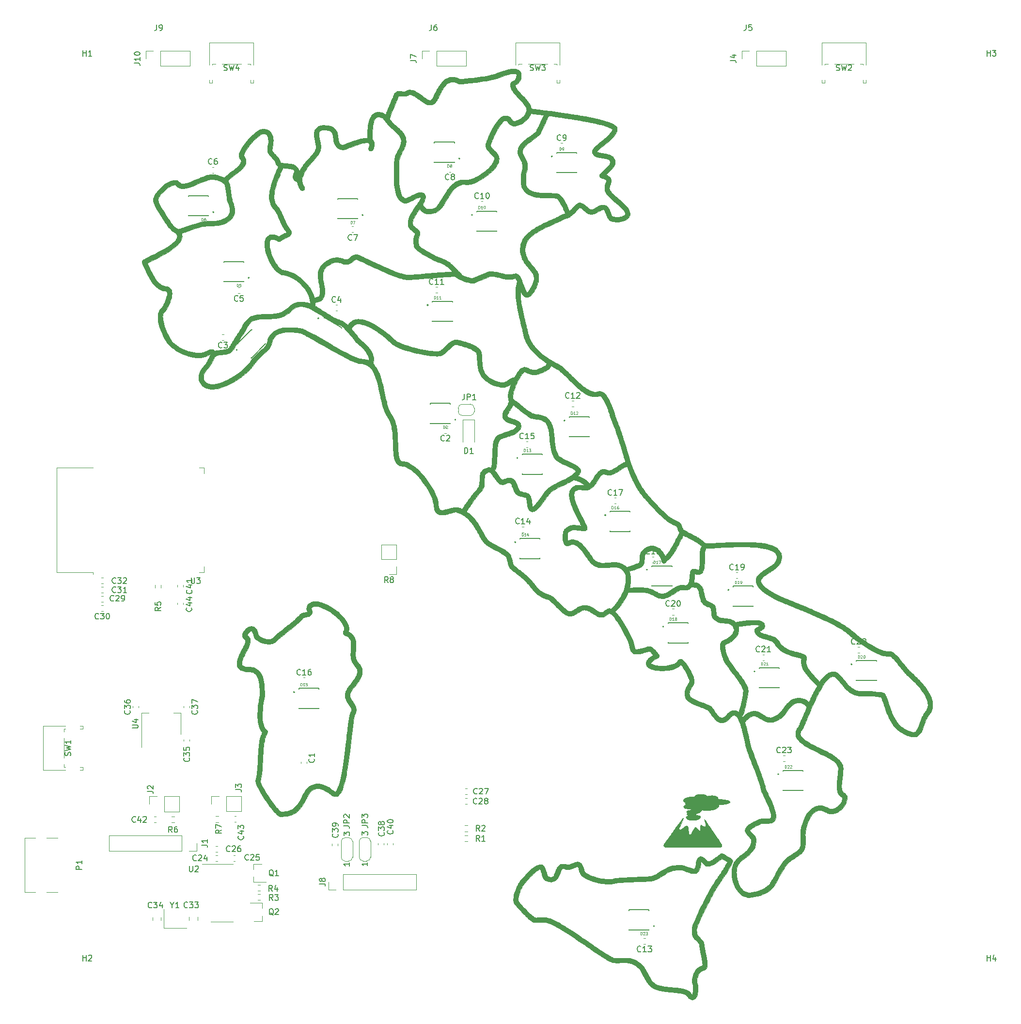
<source format=gbr>
G04 #@! TF.GenerationSoftware,KiCad,Pcbnew,(5.1.9)-1*
G04 #@! TF.CreationDate,2021-02-28T22:53:04+01:00*
G04 #@! TF.ProjectId,DPCM-map,4450434d-2d6d-4617-902e-6b696361645f,rev?*
G04 #@! TF.SameCoordinates,Original*
G04 #@! TF.FileFunction,Legend,Top*
G04 #@! TF.FilePolarity,Positive*
%FSLAX46Y46*%
G04 Gerber Fmt 4.6, Leading zero omitted, Abs format (unit mm)*
G04 Created by KiCad (PCBNEW (5.1.9)-1) date 2021-02-28 22:53:04*
%MOMM*%
%LPD*%
G01*
G04 APERTURE LIST*
%ADD10C,0.010000*%
%ADD11C,0.200000*%
%ADD12C,0.127000*%
%ADD13C,0.120000*%
%ADD14C,0.015000*%
%ADD15C,0.150000*%
G04 APERTURE END LIST*
D10*
G36*
X224634516Y-188620889D02*
G01*
X224627987Y-188736928D01*
X224599418Y-188844851D01*
X224536172Y-189009993D01*
X224440476Y-189227088D01*
X224314559Y-189490870D01*
X224276750Y-189567242D01*
X224147237Y-189830465D01*
X224049896Y-190038099D01*
X223982299Y-190198350D01*
X223942021Y-190319422D01*
X223926633Y-190409519D01*
X223933710Y-190476847D01*
X223960823Y-190529609D01*
X223984201Y-190556201D01*
X224048074Y-190607581D01*
X224115297Y-190628453D01*
X224195534Y-190615172D01*
X224298449Y-190564093D01*
X224433707Y-190471569D01*
X224610971Y-190333955D01*
X224644228Y-190307226D01*
X224850657Y-190147377D01*
X225015288Y-190036117D01*
X225146285Y-189969398D01*
X225251811Y-189943171D01*
X225340029Y-189953390D01*
X225350365Y-189957074D01*
X225406383Y-190003404D01*
X225452805Y-190099296D01*
X225491220Y-190250724D01*
X225523214Y-190463660D01*
X225546233Y-190693746D01*
X225572687Y-190961842D01*
X225602775Y-191164064D01*
X225639787Y-191307111D01*
X225687018Y-191397679D01*
X225747759Y-191442465D01*
X225825304Y-191448168D01*
X225906872Y-191427294D01*
X225962770Y-191401401D01*
X226016186Y-191359196D01*
X226072769Y-191292165D01*
X226138163Y-191191794D01*
X226218016Y-191049570D01*
X226317974Y-190856977D01*
X226419429Y-190654435D01*
X226512273Y-190469086D01*
X226580889Y-190339004D01*
X226632578Y-190254089D01*
X226674639Y-190204242D01*
X226714371Y-190179365D01*
X226759076Y-190169357D01*
X226770987Y-190168081D01*
X226839848Y-190168642D01*
X226896406Y-190194588D01*
X226959087Y-190258737D01*
X227024987Y-190344766D01*
X227190265Y-190556508D01*
X227327534Y-190704052D01*
X227438780Y-190789285D01*
X227519732Y-190814285D01*
X227600773Y-190798115D01*
X227640946Y-190768928D01*
X227651148Y-190716582D01*
X227657905Y-190607680D01*
X227660630Y-190458183D01*
X227658770Y-190285556D01*
X227656529Y-190071073D01*
X227663701Y-189921396D01*
X227683111Y-189829059D01*
X227717584Y-189786597D01*
X227769947Y-189786543D01*
X227835989Y-189817323D01*
X227997089Y-189905543D01*
X228155094Y-189983936D01*
X228293615Y-190045083D01*
X228396262Y-190081564D01*
X228435100Y-190088543D01*
X228529732Y-190058728D01*
X228583555Y-189969833D01*
X228596529Y-189822816D01*
X228568612Y-189618634D01*
X228499767Y-189358244D01*
X228469571Y-189264657D01*
X228411762Y-189090283D01*
X228371145Y-188959700D01*
X228350547Y-188874823D01*
X228352797Y-188837564D01*
X228380722Y-188849839D01*
X228437149Y-188913562D01*
X228524908Y-189030646D01*
X228646825Y-189203006D01*
X228805729Y-189432557D01*
X228882666Y-189544286D01*
X229014684Y-189736054D01*
X229134350Y-189909800D01*
X229234977Y-190055818D01*
X229309877Y-190164404D01*
X229352362Y-190225856D01*
X229357832Y-190233714D01*
X229412054Y-190311941D01*
X229501034Y-190441262D01*
X229618693Y-190612777D01*
X229758952Y-190817589D01*
X229915734Y-191046799D01*
X230082959Y-191291508D01*
X230254549Y-191542818D01*
X230424424Y-191791831D01*
X230586508Y-192029648D01*
X230734720Y-192247371D01*
X230862983Y-192436101D01*
X230952547Y-192568212D01*
X231101364Y-192789840D01*
X231213113Y-192961230D01*
X231292765Y-193091302D01*
X231345290Y-193188973D01*
X231375659Y-193263163D01*
X231388841Y-193322790D01*
X231390571Y-193354200D01*
X231375965Y-193464872D01*
X231320098Y-193549320D01*
X231278930Y-193586917D01*
X231167289Y-193680857D01*
X221495303Y-193680857D01*
X221372009Y-193598047D01*
X221282792Y-193520694D01*
X221243664Y-193429841D01*
X221237720Y-193384822D01*
X221239860Y-193305673D01*
X221265997Y-193224386D01*
X221324368Y-193122094D01*
X221401006Y-193010783D01*
X221512484Y-192854572D01*
X221635024Y-192682288D01*
X221738571Y-192536210D01*
X221808500Y-192437884D01*
X221912038Y-192293059D01*
X222040329Y-192114089D01*
X222184516Y-191913323D01*
X222335741Y-191703113D01*
X222391714Y-191625402D01*
X222534801Y-191426650D01*
X222666224Y-191243786D01*
X222779158Y-191086332D01*
X222866776Y-190963812D01*
X222922253Y-190885748D01*
X222936000Y-190866079D01*
X222998949Y-190775480D01*
X223093178Y-190641566D01*
X223212468Y-190473035D01*
X223350600Y-190278586D01*
X223501354Y-190066917D01*
X223658512Y-189846726D01*
X223815854Y-189626712D01*
X223967161Y-189415573D01*
X224106213Y-189222008D01*
X224226792Y-189054714D01*
X224322677Y-188922391D01*
X224387651Y-188833736D01*
X224412924Y-188800428D01*
X224452402Y-188745743D01*
X224506117Y-188664921D01*
X224506478Y-188664357D01*
X224571668Y-188581778D01*
X224615112Y-188567745D01*
X224634516Y-188620889D01*
G37*
X224634516Y-188620889D02*
X224627987Y-188736928D01*
X224599418Y-188844851D01*
X224536172Y-189009993D01*
X224440476Y-189227088D01*
X224314559Y-189490870D01*
X224276750Y-189567242D01*
X224147237Y-189830465D01*
X224049896Y-190038099D01*
X223982299Y-190198350D01*
X223942021Y-190319422D01*
X223926633Y-190409519D01*
X223933710Y-190476847D01*
X223960823Y-190529609D01*
X223984201Y-190556201D01*
X224048074Y-190607581D01*
X224115297Y-190628453D01*
X224195534Y-190615172D01*
X224298449Y-190564093D01*
X224433707Y-190471569D01*
X224610971Y-190333955D01*
X224644228Y-190307226D01*
X224850657Y-190147377D01*
X225015288Y-190036117D01*
X225146285Y-189969398D01*
X225251811Y-189943171D01*
X225340029Y-189953390D01*
X225350365Y-189957074D01*
X225406383Y-190003404D01*
X225452805Y-190099296D01*
X225491220Y-190250724D01*
X225523214Y-190463660D01*
X225546233Y-190693746D01*
X225572687Y-190961842D01*
X225602775Y-191164064D01*
X225639787Y-191307111D01*
X225687018Y-191397679D01*
X225747759Y-191442465D01*
X225825304Y-191448168D01*
X225906872Y-191427294D01*
X225962770Y-191401401D01*
X226016186Y-191359196D01*
X226072769Y-191292165D01*
X226138163Y-191191794D01*
X226218016Y-191049570D01*
X226317974Y-190856977D01*
X226419429Y-190654435D01*
X226512273Y-190469086D01*
X226580889Y-190339004D01*
X226632578Y-190254089D01*
X226674639Y-190204242D01*
X226714371Y-190179365D01*
X226759076Y-190169357D01*
X226770987Y-190168081D01*
X226839848Y-190168642D01*
X226896406Y-190194588D01*
X226959087Y-190258737D01*
X227024987Y-190344766D01*
X227190265Y-190556508D01*
X227327534Y-190704052D01*
X227438780Y-190789285D01*
X227519732Y-190814285D01*
X227600773Y-190798115D01*
X227640946Y-190768928D01*
X227651148Y-190716582D01*
X227657905Y-190607680D01*
X227660630Y-190458183D01*
X227658770Y-190285556D01*
X227656529Y-190071073D01*
X227663701Y-189921396D01*
X227683111Y-189829059D01*
X227717584Y-189786597D01*
X227769947Y-189786543D01*
X227835989Y-189817323D01*
X227997089Y-189905543D01*
X228155094Y-189983936D01*
X228293615Y-190045083D01*
X228396262Y-190081564D01*
X228435100Y-190088543D01*
X228529732Y-190058728D01*
X228583555Y-189969833D01*
X228596529Y-189822816D01*
X228568612Y-189618634D01*
X228499767Y-189358244D01*
X228469571Y-189264657D01*
X228411762Y-189090283D01*
X228371145Y-188959700D01*
X228350547Y-188874823D01*
X228352797Y-188837564D01*
X228380722Y-188849839D01*
X228437149Y-188913562D01*
X228524908Y-189030646D01*
X228646825Y-189203006D01*
X228805729Y-189432557D01*
X228882666Y-189544286D01*
X229014684Y-189736054D01*
X229134350Y-189909800D01*
X229234977Y-190055818D01*
X229309877Y-190164404D01*
X229352362Y-190225856D01*
X229357832Y-190233714D01*
X229412054Y-190311941D01*
X229501034Y-190441262D01*
X229618693Y-190612777D01*
X229758952Y-190817589D01*
X229915734Y-191046799D01*
X230082959Y-191291508D01*
X230254549Y-191542818D01*
X230424424Y-191791831D01*
X230586508Y-192029648D01*
X230734720Y-192247371D01*
X230862983Y-192436101D01*
X230952547Y-192568212D01*
X231101364Y-192789840D01*
X231213113Y-192961230D01*
X231292765Y-193091302D01*
X231345290Y-193188973D01*
X231375659Y-193263163D01*
X231388841Y-193322790D01*
X231390571Y-193354200D01*
X231375965Y-193464872D01*
X231320098Y-193549320D01*
X231278930Y-193586917D01*
X231167289Y-193680857D01*
X221495303Y-193680857D01*
X221372009Y-193598047D01*
X221282792Y-193520694D01*
X221243664Y-193429841D01*
X221237720Y-193384822D01*
X221239860Y-193305673D01*
X221265997Y-193224386D01*
X221324368Y-193122094D01*
X221401006Y-193010783D01*
X221512484Y-192854572D01*
X221635024Y-192682288D01*
X221738571Y-192536210D01*
X221808500Y-192437884D01*
X221912038Y-192293059D01*
X222040329Y-192114089D01*
X222184516Y-191913323D01*
X222335741Y-191703113D01*
X222391714Y-191625402D01*
X222534801Y-191426650D01*
X222666224Y-191243786D01*
X222779158Y-191086332D01*
X222866776Y-190963812D01*
X222922253Y-190885748D01*
X222936000Y-190866079D01*
X222998949Y-190775480D01*
X223093178Y-190641566D01*
X223212468Y-190473035D01*
X223350600Y-190278586D01*
X223501354Y-190066917D01*
X223658512Y-189846726D01*
X223815854Y-189626712D01*
X223967161Y-189415573D01*
X224106213Y-189222008D01*
X224226792Y-189054714D01*
X224322677Y-188922391D01*
X224387651Y-188833736D01*
X224412924Y-188800428D01*
X224452402Y-188745743D01*
X224506117Y-188664921D01*
X224506478Y-188664357D01*
X224571668Y-188581778D01*
X224615112Y-188567745D01*
X224634516Y-188620889D01*
G36*
X228193959Y-184437479D02*
G01*
X228453561Y-184509918D01*
X228669187Y-184616104D01*
X228768158Y-184691846D01*
X228811610Y-184728255D01*
X228854092Y-184745911D01*
X228914587Y-184745301D01*
X229012076Y-184726915D01*
X229124098Y-184700996D01*
X229389270Y-184656908D01*
X229656985Y-184645478D01*
X229916631Y-184664020D01*
X230157591Y-184709846D01*
X230369252Y-184780269D01*
X230540997Y-184872601D01*
X230662214Y-184984154D01*
X230720849Y-185105264D01*
X230742225Y-185196414D01*
X230757463Y-185253500D01*
X230797870Y-185279865D01*
X230902083Y-185295000D01*
X231053790Y-185299565D01*
X231327196Y-185309603D01*
X231615653Y-185336520D01*
X231903653Y-185377482D01*
X232175690Y-185429656D01*
X232416255Y-185490210D01*
X232609842Y-185556309D01*
X232703142Y-185600908D01*
X232804935Y-185680533D01*
X232838700Y-185761273D01*
X232808910Y-185841060D01*
X232720038Y-185917823D01*
X232576557Y-185989495D01*
X232382941Y-186054006D01*
X232143662Y-186109286D01*
X231863194Y-186153268D01*
X231546010Y-186183881D01*
X231427324Y-186191046D01*
X231218053Y-186202591D01*
X231070539Y-186214096D01*
X230974028Y-186228413D01*
X230917764Y-186248395D01*
X230890990Y-186276893D01*
X230882951Y-186316758D01*
X230882571Y-186335493D01*
X230846947Y-186501239D01*
X230742190Y-186658440D01*
X230571478Y-186804727D01*
X230337987Y-186937733D01*
X230044894Y-187055088D01*
X229830286Y-187120133D01*
X229712701Y-187150004D01*
X229602662Y-187171891D01*
X229485554Y-187186997D01*
X229346767Y-187196527D01*
X229171689Y-187201684D01*
X228945707Y-187203674D01*
X228814286Y-187203857D01*
X228586666Y-187202516D01*
X228376719Y-187198784D01*
X228198054Y-187193099D01*
X228064279Y-187185897D01*
X227989000Y-187177614D01*
X227987630Y-187177319D01*
X227903240Y-187165939D01*
X227858695Y-187190979D01*
X227832512Y-187245558D01*
X227729193Y-187433581D01*
X227576795Y-187576644D01*
X227370164Y-187678407D01*
X227141922Y-187736257D01*
X227021193Y-187760950D01*
X226956232Y-187786804D01*
X226930671Y-187822901D01*
X226927428Y-187855253D01*
X226901495Y-187939583D01*
X226851074Y-188005566D01*
X226818367Y-188037685D01*
X226812428Y-188059730D01*
X226843701Y-188075917D01*
X226922629Y-188090464D01*
X227059655Y-188107587D01*
X227121527Y-188114767D01*
X227341672Y-188147513D01*
X227497007Y-188189237D01*
X227595101Y-188243652D01*
X227643526Y-188314472D01*
X227651936Y-188374908D01*
X227614820Y-188503968D01*
X227509659Y-188627159D01*
X227340949Y-188740759D01*
X227113185Y-188841046D01*
X227071113Y-188855761D01*
X226895802Y-188899279D01*
X226675037Y-188930946D01*
X226431677Y-188949703D01*
X226188582Y-188954492D01*
X225968612Y-188944253D01*
X225794625Y-188917927D01*
X225784429Y-188915369D01*
X225645299Y-188872960D01*
X225509601Y-188821996D01*
X225467149Y-188803069D01*
X225352103Y-188730742D01*
X225243821Y-188634139D01*
X225159345Y-188531672D01*
X225115720Y-188441752D01*
X225113143Y-188420637D01*
X225144600Y-188349161D01*
X225225403Y-188273565D01*
X225335197Y-188209939D01*
X225415056Y-188181964D01*
X225506873Y-188147597D01*
X225526630Y-188107289D01*
X225474467Y-188058933D01*
X225425101Y-188032804D01*
X225316403Y-187970065D01*
X225275815Y-187911432D01*
X225303063Y-187846927D01*
X225397871Y-187766571D01*
X225417391Y-187752887D01*
X225455173Y-187720410D01*
X225449174Y-187690766D01*
X225391336Y-187647621D01*
X225353891Y-187624165D01*
X225257969Y-187547353D01*
X225222740Y-187468031D01*
X225222000Y-187452857D01*
X225256764Y-187374560D01*
X225355210Y-187304639D01*
X225508565Y-187247320D01*
X225708059Y-187206830D01*
X225741683Y-187202437D01*
X225865699Y-187182852D01*
X225937030Y-187156167D01*
X225975532Y-187113117D01*
X225986612Y-187088130D01*
X226012178Y-187010473D01*
X226020286Y-186969895D01*
X225986420Y-186958223D01*
X225894477Y-186948990D01*
X225758936Y-186943196D01*
X225612071Y-186941743D01*
X225418573Y-186940184D01*
X225276166Y-186931868D01*
X225163469Y-186913856D01*
X225059102Y-186883207D01*
X224987399Y-186855843D01*
X224816652Y-186767180D01*
X224715249Y-186669815D01*
X224683727Y-186568026D01*
X224722623Y-186466093D01*
X224832476Y-186368297D01*
X224920053Y-186319410D01*
X225019405Y-186264153D01*
X225060945Y-186218907D01*
X225058564Y-186177593D01*
X225036798Y-186100808D01*
X225016294Y-185993964D01*
X225013854Y-185977561D01*
X224981372Y-185866684D01*
X224912365Y-185798280D01*
X224892632Y-185787268D01*
X224763369Y-185688299D01*
X224691892Y-185563630D01*
X224681296Y-185427858D01*
X224734672Y-185295582D01*
X224777500Y-185243984D01*
X224950430Y-185112654D01*
X225185539Y-185006778D01*
X225484532Y-184925869D01*
X225849112Y-184869438D01*
X226181133Y-184842042D01*
X226367175Y-184830545D01*
X226495448Y-184818834D01*
X226580683Y-184803459D01*
X226637611Y-184780965D01*
X226680962Y-184747900D01*
X226709714Y-184718149D01*
X226826905Y-184615613D01*
X226975000Y-184536768D01*
X227170623Y-184473831D01*
X227291247Y-184445940D01*
X227598808Y-184403160D01*
X227904377Y-184401116D01*
X228193959Y-184437479D01*
G37*
X228193959Y-184437479D02*
X228453561Y-184509918D01*
X228669187Y-184616104D01*
X228768158Y-184691846D01*
X228811610Y-184728255D01*
X228854092Y-184745911D01*
X228914587Y-184745301D01*
X229012076Y-184726915D01*
X229124098Y-184700996D01*
X229389270Y-184656908D01*
X229656985Y-184645478D01*
X229916631Y-184664020D01*
X230157591Y-184709846D01*
X230369252Y-184780269D01*
X230540997Y-184872601D01*
X230662214Y-184984154D01*
X230720849Y-185105264D01*
X230742225Y-185196414D01*
X230757463Y-185253500D01*
X230797870Y-185279865D01*
X230902083Y-185295000D01*
X231053790Y-185299565D01*
X231327196Y-185309603D01*
X231615653Y-185336520D01*
X231903653Y-185377482D01*
X232175690Y-185429656D01*
X232416255Y-185490210D01*
X232609842Y-185556309D01*
X232703142Y-185600908D01*
X232804935Y-185680533D01*
X232838700Y-185761273D01*
X232808910Y-185841060D01*
X232720038Y-185917823D01*
X232576557Y-185989495D01*
X232382941Y-186054006D01*
X232143662Y-186109286D01*
X231863194Y-186153268D01*
X231546010Y-186183881D01*
X231427324Y-186191046D01*
X231218053Y-186202591D01*
X231070539Y-186214096D01*
X230974028Y-186228413D01*
X230917764Y-186248395D01*
X230890990Y-186276893D01*
X230882951Y-186316758D01*
X230882571Y-186335493D01*
X230846947Y-186501239D01*
X230742190Y-186658440D01*
X230571478Y-186804727D01*
X230337987Y-186937733D01*
X230044894Y-187055088D01*
X229830286Y-187120133D01*
X229712701Y-187150004D01*
X229602662Y-187171891D01*
X229485554Y-187186997D01*
X229346767Y-187196527D01*
X229171689Y-187201684D01*
X228945707Y-187203674D01*
X228814286Y-187203857D01*
X228586666Y-187202516D01*
X228376719Y-187198784D01*
X228198054Y-187193099D01*
X228064279Y-187185897D01*
X227989000Y-187177614D01*
X227987630Y-187177319D01*
X227903240Y-187165939D01*
X227858695Y-187190979D01*
X227832512Y-187245558D01*
X227729193Y-187433581D01*
X227576795Y-187576644D01*
X227370164Y-187678407D01*
X227141922Y-187736257D01*
X227021193Y-187760950D01*
X226956232Y-187786804D01*
X226930671Y-187822901D01*
X226927428Y-187855253D01*
X226901495Y-187939583D01*
X226851074Y-188005566D01*
X226818367Y-188037685D01*
X226812428Y-188059730D01*
X226843701Y-188075917D01*
X226922629Y-188090464D01*
X227059655Y-188107587D01*
X227121527Y-188114767D01*
X227341672Y-188147513D01*
X227497007Y-188189237D01*
X227595101Y-188243652D01*
X227643526Y-188314472D01*
X227651936Y-188374908D01*
X227614820Y-188503968D01*
X227509659Y-188627159D01*
X227340949Y-188740759D01*
X227113185Y-188841046D01*
X227071113Y-188855761D01*
X226895802Y-188899279D01*
X226675037Y-188930946D01*
X226431677Y-188949703D01*
X226188582Y-188954492D01*
X225968612Y-188944253D01*
X225794625Y-188917927D01*
X225784429Y-188915369D01*
X225645299Y-188872960D01*
X225509601Y-188821996D01*
X225467149Y-188803069D01*
X225352103Y-188730742D01*
X225243821Y-188634139D01*
X225159345Y-188531672D01*
X225115720Y-188441752D01*
X225113143Y-188420637D01*
X225144600Y-188349161D01*
X225225403Y-188273565D01*
X225335197Y-188209939D01*
X225415056Y-188181964D01*
X225506873Y-188147597D01*
X225526630Y-188107289D01*
X225474467Y-188058933D01*
X225425101Y-188032804D01*
X225316403Y-187970065D01*
X225275815Y-187911432D01*
X225303063Y-187846927D01*
X225397871Y-187766571D01*
X225417391Y-187752887D01*
X225455173Y-187720410D01*
X225449174Y-187690766D01*
X225391336Y-187647621D01*
X225353891Y-187624165D01*
X225257969Y-187547353D01*
X225222740Y-187468031D01*
X225222000Y-187452857D01*
X225256764Y-187374560D01*
X225355210Y-187304639D01*
X225508565Y-187247320D01*
X225708059Y-187206830D01*
X225741683Y-187202437D01*
X225865699Y-187182852D01*
X225937030Y-187156167D01*
X225975532Y-187113117D01*
X225986612Y-187088130D01*
X226012178Y-187010473D01*
X226020286Y-186969895D01*
X225986420Y-186958223D01*
X225894477Y-186948990D01*
X225758936Y-186943196D01*
X225612071Y-186941743D01*
X225418573Y-186940184D01*
X225276166Y-186931868D01*
X225163469Y-186913856D01*
X225059102Y-186883207D01*
X224987399Y-186855843D01*
X224816652Y-186767180D01*
X224715249Y-186669815D01*
X224683727Y-186568026D01*
X224722623Y-186466093D01*
X224832476Y-186368297D01*
X224920053Y-186319410D01*
X225019405Y-186264153D01*
X225060945Y-186218907D01*
X225058564Y-186177593D01*
X225036798Y-186100808D01*
X225016294Y-185993964D01*
X225013854Y-185977561D01*
X224981372Y-185866684D01*
X224912365Y-185798280D01*
X224892632Y-185787268D01*
X224763369Y-185688299D01*
X224691892Y-185563630D01*
X224681296Y-185427858D01*
X224734672Y-185295582D01*
X224777500Y-185243984D01*
X224950430Y-185112654D01*
X225185539Y-185006778D01*
X225484532Y-184925869D01*
X225849112Y-184869438D01*
X226181133Y-184842042D01*
X226367175Y-184830545D01*
X226495448Y-184818834D01*
X226580683Y-184803459D01*
X226637611Y-184780965D01*
X226680962Y-184747900D01*
X226709714Y-184718149D01*
X226826905Y-184615613D01*
X226975000Y-184536768D01*
X227170623Y-184473831D01*
X227291247Y-184445940D01*
X227598808Y-184403160D01*
X227904377Y-184401116D01*
X228193959Y-184437479D01*
D11*
X219630000Y-207470000D02*
G75*
G03*
X219630000Y-207470000I-100000J0D01*
G01*
D12*
X215180000Y-208120000D02*
X215180000Y-208020000D01*
X218680000Y-208120000D02*
X218680000Y-208020000D01*
X215180000Y-204620000D02*
X215180000Y-204720000D01*
X218680000Y-204620000D02*
X218680000Y-204720000D01*
X218680000Y-204620000D02*
X215180000Y-204620000D01*
X218680000Y-208120000D02*
X215180000Y-208120000D01*
D11*
X241370000Y-180940000D02*
G75*
G03*
X241370000Y-180940000I-100000J0D01*
G01*
D12*
X245620000Y-180290000D02*
X245620000Y-180390000D01*
X242120000Y-180290000D02*
X242120000Y-180390000D01*
X245620000Y-183790000D02*
X245620000Y-183690000D01*
X242120000Y-183790000D02*
X242120000Y-183690000D01*
X242120000Y-183790000D02*
X245620000Y-183790000D01*
X242120000Y-180290000D02*
X245620000Y-180290000D01*
D11*
X237220000Y-162960000D02*
G75*
G03*
X237220000Y-162960000I-100000J0D01*
G01*
D12*
X241470000Y-162310000D02*
X241470000Y-162410000D01*
X237970000Y-162310000D02*
X237970000Y-162410000D01*
X241470000Y-165810000D02*
X241470000Y-165710000D01*
X237970000Y-165810000D02*
X237970000Y-165710000D01*
X237970000Y-165810000D02*
X241470000Y-165810000D01*
X237970000Y-162310000D02*
X241470000Y-162310000D01*
D11*
X254180000Y-161730000D02*
G75*
G03*
X254180000Y-161730000I-100000J0D01*
G01*
D12*
X258430000Y-161080000D02*
X258430000Y-161180000D01*
X254930000Y-161080000D02*
X254930000Y-161180000D01*
X258430000Y-164580000D02*
X258430000Y-164480000D01*
X254930000Y-164580000D02*
X254930000Y-164480000D01*
X254930000Y-164580000D02*
X258430000Y-164580000D01*
X254930000Y-161080000D02*
X258430000Y-161080000D01*
D11*
X232650000Y-148720000D02*
G75*
G03*
X232650000Y-148720000I-100000J0D01*
G01*
D12*
X236900000Y-148070000D02*
X236900000Y-148170000D01*
X233400000Y-148070000D02*
X233400000Y-148170000D01*
X236900000Y-151570000D02*
X236900000Y-151470000D01*
X233400000Y-151570000D02*
X233400000Y-151470000D01*
X233400000Y-151570000D02*
X236900000Y-151570000D01*
X233400000Y-148070000D02*
X236900000Y-148070000D01*
D11*
X221260000Y-155140000D02*
G75*
G03*
X221260000Y-155140000I-100000J0D01*
G01*
D12*
X225510000Y-154490000D02*
X225510000Y-154590000D01*
X222010000Y-154490000D02*
X222010000Y-154590000D01*
X225510000Y-157990000D02*
X225510000Y-157890000D01*
X222010000Y-157990000D02*
X222010000Y-157890000D01*
X222010000Y-157990000D02*
X225510000Y-157990000D01*
X222010000Y-154490000D02*
X225510000Y-154490000D01*
D11*
X218440000Y-145200000D02*
G75*
G03*
X218440000Y-145200000I-100000J0D01*
G01*
D12*
X222690000Y-144550000D02*
X222690000Y-144650000D01*
X219190000Y-144550000D02*
X219190000Y-144650000D01*
X222690000Y-148050000D02*
X222690000Y-147950000D01*
X219190000Y-148050000D02*
X219190000Y-147950000D01*
X219190000Y-148050000D02*
X222690000Y-148050000D01*
X219190000Y-144550000D02*
X222690000Y-144550000D01*
D11*
X211140000Y-135660000D02*
G75*
G03*
X211140000Y-135660000I-100000J0D01*
G01*
D12*
X215390000Y-135010000D02*
X215390000Y-135110000D01*
X211890000Y-135010000D02*
X211890000Y-135110000D01*
X215390000Y-138510000D02*
X215390000Y-138410000D01*
X211890000Y-138510000D02*
X211890000Y-138410000D01*
X211890000Y-138510000D02*
X215390000Y-138510000D01*
X211890000Y-135010000D02*
X215390000Y-135010000D01*
D11*
X156770000Y-166580000D02*
G75*
G03*
X156770000Y-166580000I-100000J0D01*
G01*
D12*
X161020000Y-165930000D02*
X161020000Y-166030000D01*
X157520000Y-165930000D02*
X157520000Y-166030000D01*
X161020000Y-169430000D02*
X161020000Y-169330000D01*
X157520000Y-169430000D02*
X157520000Y-169330000D01*
X157520000Y-169430000D02*
X161020000Y-169430000D01*
X157520000Y-165930000D02*
X161020000Y-165930000D01*
D11*
X195400000Y-140400000D02*
G75*
G03*
X195400000Y-140400000I-100000J0D01*
G01*
D12*
X199650000Y-139750000D02*
X199650000Y-139850000D01*
X196150000Y-139750000D02*
X196150000Y-139850000D01*
X199650000Y-143250000D02*
X199650000Y-143150000D01*
X196150000Y-143250000D02*
X196150000Y-143150000D01*
X196150000Y-143250000D02*
X199650000Y-143250000D01*
X196150000Y-139750000D02*
X199650000Y-139750000D01*
D11*
X195790000Y-125670000D02*
G75*
G03*
X195790000Y-125670000I-100000J0D01*
G01*
D12*
X200040000Y-125020000D02*
X200040000Y-125120000D01*
X196540000Y-125020000D02*
X196540000Y-125120000D01*
X200040000Y-128520000D02*
X200040000Y-128420000D01*
X196540000Y-128520000D02*
X196540000Y-128420000D01*
X196540000Y-128520000D02*
X200040000Y-128520000D01*
X196540000Y-125020000D02*
X200040000Y-125020000D01*
D11*
X204020000Y-119140000D02*
G75*
G03*
X204020000Y-119140000I-100000J0D01*
G01*
D12*
X208270000Y-118490000D02*
X208270000Y-118590000D01*
X204770000Y-118490000D02*
X204770000Y-118590000D01*
X208270000Y-121990000D02*
X208270000Y-121890000D01*
X204770000Y-121990000D02*
X204770000Y-121890000D01*
X204770000Y-121990000D02*
X208270000Y-121990000D01*
X204770000Y-118490000D02*
X208270000Y-118490000D01*
D11*
X180100000Y-98970000D02*
G75*
G03*
X180100000Y-98970000I-100000J0D01*
G01*
D12*
X184350000Y-98320000D02*
X184350000Y-98420000D01*
X180850000Y-98320000D02*
X180850000Y-98420000D01*
X184350000Y-101820000D02*
X184350000Y-101720000D01*
X180850000Y-101820000D02*
X180850000Y-101720000D01*
X180850000Y-101820000D02*
X184350000Y-101820000D01*
X180850000Y-98320000D02*
X184350000Y-98320000D01*
D11*
X187850000Y-83210000D02*
G75*
G03*
X187850000Y-83210000I-100000J0D01*
G01*
D12*
X192100000Y-82560000D02*
X192100000Y-82660000D01*
X188600000Y-82560000D02*
X188600000Y-82660000D01*
X192100000Y-86060000D02*
X192100000Y-85960000D01*
X188600000Y-86060000D02*
X188600000Y-85960000D01*
X188600000Y-86060000D02*
X192100000Y-86060000D01*
X188600000Y-82560000D02*
X192100000Y-82560000D01*
D11*
X201790000Y-72990000D02*
G75*
G03*
X201790000Y-72990000I-100000J0D01*
G01*
D12*
X206040000Y-72340000D02*
X206040000Y-72440000D01*
X202540000Y-72340000D02*
X202540000Y-72440000D01*
X206040000Y-75840000D02*
X206040000Y-75740000D01*
X202540000Y-75840000D02*
X202540000Y-75740000D01*
X202540000Y-75840000D02*
X206040000Y-75840000D01*
X202540000Y-72340000D02*
X206040000Y-72340000D01*
D11*
X185640000Y-73360000D02*
G75*
G03*
X185640000Y-73360000I-100000J0D01*
G01*
D12*
X181190000Y-74010000D02*
X181190000Y-73910000D01*
X184690000Y-74010000D02*
X184690000Y-73910000D01*
X181190000Y-70510000D02*
X181190000Y-70610000D01*
X184690000Y-70510000D02*
X184690000Y-70610000D01*
X184690000Y-70510000D02*
X181190000Y-70510000D01*
X184690000Y-74010000D02*
X181190000Y-74010000D01*
D11*
X168730000Y-83240000D02*
G75*
G03*
X168730000Y-83240000I-100000J0D01*
G01*
D12*
X164280000Y-83890000D02*
X164280000Y-83790000D01*
X167780000Y-83890000D02*
X167780000Y-83790000D01*
X164280000Y-80390000D02*
X164280000Y-80490000D01*
X167780000Y-80390000D02*
X167780000Y-80490000D01*
X167780000Y-80390000D02*
X164280000Y-80390000D01*
X167780000Y-83890000D02*
X164280000Y-83890000D01*
D11*
X142680000Y-82720000D02*
G75*
G03*
X142680000Y-82720000I-100000J0D01*
G01*
D12*
X138230000Y-83370000D02*
X138230000Y-83270000D01*
X141730000Y-83370000D02*
X141730000Y-83270000D01*
X138230000Y-79870000D02*
X138230000Y-79970000D01*
X141730000Y-79870000D02*
X141730000Y-79970000D01*
X141730000Y-79870000D02*
X138230000Y-79870000D01*
X141730000Y-83370000D02*
X138230000Y-83370000D01*
D11*
X148850000Y-94210000D02*
G75*
G03*
X148850000Y-94210000I-100000J0D01*
G01*
D12*
X144400000Y-94860000D02*
X144400000Y-94760000D01*
X147900000Y-94860000D02*
X147900000Y-94760000D01*
X144400000Y-91360000D02*
X144400000Y-91460000D01*
X147900000Y-91360000D02*
X147900000Y-91460000D01*
X147900000Y-91360000D02*
X144400000Y-91360000D01*
X147900000Y-94860000D02*
X144400000Y-94860000D01*
D11*
X161008334Y-101287372D02*
G75*
G03*
X161008334Y-101287372I-100000J0D01*
G01*
D12*
X165000544Y-102899456D02*
X164950544Y-102986058D01*
X161969456Y-101149456D02*
X161919456Y-101236058D01*
X163250544Y-105930544D02*
X163300544Y-105843942D01*
X160219456Y-104180544D02*
X160269456Y-104093942D01*
X160219456Y-104180544D02*
X163250544Y-105930544D01*
X161969456Y-101149456D02*
X165000544Y-102899456D01*
D11*
X146733705Y-106790660D02*
G75*
G03*
X146733705Y-106790660I-100000J0D01*
G01*
D12*
X149250000Y-103255126D02*
X149320711Y-103325837D01*
X146775126Y-105730000D02*
X146845837Y-105800711D01*
X151724874Y-105730000D02*
X151654163Y-105659289D01*
X149250000Y-108204874D02*
X149179289Y-108134163D01*
X149250000Y-108204874D02*
X151724874Y-105730000D01*
X146775126Y-105730000D02*
X149250000Y-103255126D01*
D11*
X184930000Y-119000000D02*
G75*
G03*
X184930000Y-119000000I-100000J0D01*
G01*
D12*
X180480000Y-119650000D02*
X180480000Y-119550000D01*
X183980000Y-119650000D02*
X183980000Y-119550000D01*
X180480000Y-116150000D02*
X180480000Y-116250000D01*
X183980000Y-116150000D02*
X183980000Y-116250000D01*
X183980000Y-116150000D02*
X180480000Y-116150000D01*
X183980000Y-119650000D02*
X180480000Y-119650000D01*
D13*
X187450000Y-118270000D02*
X186050000Y-118270000D01*
X185350000Y-117570000D02*
X185350000Y-116970000D01*
X186050000Y-116270000D02*
X187450000Y-116270000D01*
X188150000Y-116970000D02*
X188150000Y-117570000D01*
X188150000Y-117570000D02*
G75*
G02*
X187450000Y-118270000I-700000J0D01*
G01*
X187450000Y-116270000D02*
G75*
G02*
X188150000Y-116970000I0J-700000D01*
G01*
X185350000Y-116970000D02*
G75*
G02*
X186050000Y-116270000I700000J0D01*
G01*
X186050000Y-118270000D02*
G75*
G02*
X185350000Y-117570000I0J700000D01*
G01*
X188170000Y-119020000D02*
X188170000Y-122920000D01*
X186170000Y-119020000D02*
X186170000Y-122920000D01*
X188170000Y-119020000D02*
X186170000Y-119020000D01*
X242129420Y-178680000D02*
X242410580Y-178680000D01*
X242129420Y-177660000D02*
X242410580Y-177660000D01*
X255189420Y-159720000D02*
X255470580Y-159720000D01*
X255189420Y-158700000D02*
X255470580Y-158700000D01*
X238519420Y-161050000D02*
X238800580Y-161050000D01*
X238519420Y-160030000D02*
X238800580Y-160030000D01*
X222749420Y-153070000D02*
X223030580Y-153070000D01*
X222749420Y-152050000D02*
X223030580Y-152050000D01*
X233909420Y-146710000D02*
X234190580Y-146710000D01*
X233909420Y-145690000D02*
X234190580Y-145690000D01*
X219259420Y-143970000D02*
X219540580Y-143970000D01*
X219259420Y-142950000D02*
X219540580Y-142950000D01*
X212659420Y-133680000D02*
X212940580Y-133680000D01*
X212659420Y-132660000D02*
X212940580Y-132660000D01*
X158279420Y-165080000D02*
X158560580Y-165080000D01*
X158279420Y-164060000D02*
X158560580Y-164060000D01*
X197229420Y-123810000D02*
X197510580Y-123810000D01*
X197229420Y-122790000D02*
X197510580Y-122790000D01*
X196519420Y-138680000D02*
X196800580Y-138680000D01*
X196519420Y-137660000D02*
X196800580Y-137660000D01*
X218030580Y-209570000D02*
X217749420Y-209570000D01*
X218030580Y-210590000D02*
X217749420Y-210590000D01*
X205219420Y-116730000D02*
X205500580Y-116730000D01*
X205219420Y-115710000D02*
X205500580Y-115710000D01*
X181429420Y-96830000D02*
X181710580Y-96830000D01*
X181429420Y-95810000D02*
X181710580Y-95810000D01*
X189369420Y-81830000D02*
X189650580Y-81830000D01*
X189369420Y-80810000D02*
X189650580Y-80810000D01*
X203279420Y-71690000D02*
X203560580Y-71690000D01*
X203279420Y-70670000D02*
X203560580Y-70670000D01*
X184040580Y-74670000D02*
X183759420Y-74670000D01*
X184040580Y-75690000D02*
X183759420Y-75690000D01*
X167050580Y-85240000D02*
X166769420Y-85240000D01*
X167050580Y-86260000D02*
X166769420Y-86260000D01*
X142349420Y-75860000D02*
X142630580Y-75860000D01*
X142349420Y-74840000D02*
X142630580Y-74840000D01*
X147170580Y-95900000D02*
X146889420Y-95900000D01*
X147170580Y-96920000D02*
X146889420Y-96920000D01*
X163944420Y-99960000D02*
X164225580Y-99960000D01*
X163944420Y-98940000D02*
X164225580Y-98940000D01*
X144380580Y-104070000D02*
X144099420Y-104070000D01*
X144380580Y-105090000D02*
X144099420Y-105090000D01*
D10*
G36*
X231437569Y-194781282D02*
G01*
X231494842Y-194791352D01*
X231559517Y-194810743D01*
X231635552Y-194841590D01*
X231726901Y-194886026D01*
X231837522Y-194946187D01*
X231971368Y-195024205D01*
X232132397Y-195122216D01*
X232324563Y-195242352D01*
X232551823Y-195386749D01*
X232767046Y-195524697D01*
X232930290Y-195631845D01*
X233054331Y-195719840D01*
X233144306Y-195794313D01*
X233205354Y-195860898D01*
X233242614Y-195925227D01*
X233261223Y-195992933D01*
X233266321Y-196069650D01*
X233266319Y-196072001D01*
X233256557Y-196180495D01*
X233226249Y-196306563D01*
X233173205Y-196456556D01*
X233095239Y-196636824D01*
X233012045Y-196809936D01*
X232896013Y-197032058D01*
X232751834Y-197288760D01*
X232582857Y-197574763D01*
X232392429Y-197884785D01*
X232183900Y-198213548D01*
X231960616Y-198555773D01*
X231725925Y-198906179D01*
X231483176Y-199259486D01*
X231240016Y-199604400D01*
X231130116Y-199760626D01*
X231013668Y-199930237D01*
X230900360Y-200098848D01*
X230799883Y-200252074D01*
X230736816Y-200351393D01*
X230558494Y-200644217D01*
X230367151Y-200969360D01*
X230164860Y-201322714D01*
X229953694Y-201700168D01*
X229735729Y-202097615D01*
X229513038Y-202510944D01*
X229287695Y-202936048D01*
X229061773Y-203368815D01*
X228837347Y-203805139D01*
X228616490Y-204240909D01*
X228401276Y-204672016D01*
X228193780Y-205094351D01*
X227996074Y-205503806D01*
X227810233Y-205896270D01*
X227638331Y-206267635D01*
X227482442Y-206613793D01*
X227344638Y-206930632D01*
X227226996Y-207214046D01*
X227131587Y-207459924D01*
X227088536Y-207580000D01*
X227054012Y-207681613D01*
X227029414Y-207762605D01*
X227013055Y-207835285D01*
X227003248Y-207911962D01*
X226998306Y-208004945D01*
X226996541Y-208126543D01*
X226996284Y-208253100D01*
X227000741Y-208484684D01*
X227017289Y-208675796D01*
X227050326Y-208836174D01*
X227104250Y-208975560D01*
X227183457Y-209103695D01*
X227292346Y-209230319D01*
X227435314Y-209365172D01*
X227538038Y-209453046D01*
X227753529Y-209647884D01*
X227926133Y-209838061D01*
X228062266Y-210031153D01*
X228128522Y-210150397D01*
X228198172Y-210311120D01*
X228256984Y-210490189D01*
X228300084Y-210669435D01*
X228322600Y-210830685D01*
X228324736Y-210882000D01*
X228330378Y-210958064D01*
X228345583Y-211074258D01*
X228368830Y-211221136D01*
X228398597Y-211389252D01*
X228433362Y-211569160D01*
X228443422Y-211618600D01*
X228516190Y-211973404D01*
X228579063Y-212283140D01*
X228632759Y-212552419D01*
X228677997Y-212785853D01*
X228715494Y-212988051D01*
X228745968Y-213163625D01*
X228770137Y-213317186D01*
X228788719Y-213453346D01*
X228802431Y-213576715D01*
X228811992Y-213691903D01*
X228818120Y-213803524D01*
X228821531Y-213916186D01*
X228822945Y-214034502D01*
X228823043Y-214057000D01*
X228822370Y-214231760D01*
X228818474Y-214365608D01*
X228810606Y-214468369D01*
X228798017Y-214549872D01*
X228780271Y-214618948D01*
X228698710Y-214810657D01*
X228584997Y-214963098D01*
X228439336Y-215076091D01*
X228261927Y-215149455D01*
X228160594Y-215171346D01*
X227956798Y-215229283D01*
X227767276Y-215334641D01*
X227594032Y-215485544D01*
X227439068Y-215680117D01*
X227304387Y-215916485D01*
X227259959Y-216014482D01*
X227176308Y-216236291D01*
X227118757Y-216453361D01*
X227083344Y-216684200D01*
X227067304Y-216914500D01*
X227063119Y-217024848D01*
X227061319Y-217113769D01*
X227063159Y-217191234D01*
X227069894Y-217267217D01*
X227082780Y-217351690D01*
X227103074Y-217454627D01*
X227132030Y-217586001D01*
X227170904Y-217755784D01*
X227176039Y-217778100D01*
X227203946Y-217941749D01*
X227222346Y-218140293D01*
X227230708Y-218358621D01*
X227228501Y-218581628D01*
X227215193Y-218794204D01*
X227212700Y-218819500D01*
X227165195Y-219154419D01*
X227096275Y-219448737D01*
X227006619Y-219701414D01*
X226896902Y-219911410D01*
X226767803Y-220077685D01*
X226619999Y-220199198D01*
X226454166Y-220274908D01*
X226270982Y-220303776D01*
X226246400Y-220304036D01*
X226141648Y-220298061D01*
X226041776Y-220283507D01*
X225984847Y-220268764D01*
X225818463Y-220185532D01*
X225645724Y-220052459D01*
X225467196Y-219870032D01*
X225338594Y-219712591D01*
X225257238Y-219609686D01*
X225191483Y-219537445D01*
X225128350Y-219484533D01*
X225054858Y-219439617D01*
X224986202Y-219404876D01*
X224869140Y-219352982D01*
X224740225Y-219305785D01*
X224595342Y-219262578D01*
X224430379Y-219222656D01*
X224241224Y-219185316D01*
X224023763Y-219149850D01*
X223773883Y-219115555D01*
X223487472Y-219081725D01*
X223160416Y-219047655D01*
X222788603Y-219012639D01*
X222601500Y-218996029D01*
X222189333Y-218958287D01*
X221822761Y-218920803D01*
X221496586Y-218882743D01*
X221205614Y-218843272D01*
X220944651Y-218801556D01*
X220708500Y-218756762D01*
X220491967Y-218708054D01*
X220289857Y-218654599D01*
X220096974Y-218595563D01*
X220086833Y-218592237D01*
X219771126Y-218477220D01*
X219496602Y-218351965D01*
X219253881Y-218211119D01*
X219033582Y-218049323D01*
X218853829Y-217888296D01*
X218716905Y-217749672D01*
X218590336Y-217608784D01*
X218470007Y-217459533D01*
X218351802Y-217295819D01*
X218231607Y-217111543D01*
X218105306Y-216900605D01*
X217968783Y-216656905D01*
X217817924Y-216374343D01*
X217768432Y-216279500D01*
X217679071Y-216108774D01*
X217588658Y-215938335D01*
X217502573Y-215778159D01*
X217426195Y-215638219D01*
X217364905Y-215528491D01*
X217341470Y-215487853D01*
X217105671Y-215127917D01*
X216846944Y-214813115D01*
X216564467Y-214542847D01*
X216257421Y-214316511D01*
X215924989Y-214133506D01*
X215566349Y-213993230D01*
X215180682Y-213895082D01*
X215167784Y-213892611D01*
X215013777Y-213868083D01*
X214842448Y-213850278D01*
X214647887Y-213839033D01*
X214424185Y-213834180D01*
X214165431Y-213835555D01*
X213865716Y-213842993D01*
X213660700Y-213850418D01*
X213365018Y-213860941D01*
X213113077Y-213866485D01*
X212897982Y-213866127D01*
X212712834Y-213858939D01*
X212550737Y-213843997D01*
X212404794Y-213820375D01*
X212268109Y-213787149D01*
X212133784Y-213743392D01*
X211994924Y-213688178D01*
X211844631Y-213620584D01*
X211803617Y-213601241D01*
X211668459Y-213535040D01*
X211524808Y-213460541D01*
X211370454Y-213376321D01*
X211203187Y-213280953D01*
X211020795Y-213173012D01*
X210821070Y-213051072D01*
X210601801Y-212913708D01*
X210360777Y-212759495D01*
X210095788Y-212587007D01*
X209804625Y-212394818D01*
X209485076Y-212181504D01*
X209134933Y-211945639D01*
X208751983Y-211685798D01*
X208334017Y-211400554D01*
X207878826Y-211088483D01*
X207450400Y-210793768D01*
X206825488Y-210364871D01*
X206239277Y-209965827D01*
X205690111Y-209595635D01*
X205176334Y-209253294D01*
X204696292Y-208937802D01*
X204248326Y-208648160D01*
X203830784Y-208383365D01*
X203442007Y-208142416D01*
X203080341Y-207924313D01*
X202744129Y-207728054D01*
X202431717Y-207552639D01*
X202141447Y-207397066D01*
X201871665Y-207260334D01*
X201620715Y-207141442D01*
X201386940Y-207039389D01*
X201168686Y-206953174D01*
X200998800Y-206893148D01*
X200842879Y-206843586D01*
X200704971Y-206806508D01*
X200574303Y-206780838D01*
X200440099Y-206765495D01*
X200291587Y-206759403D01*
X200117992Y-206761482D01*
X199908540Y-206770655D01*
X199822793Y-206775457D01*
X199634035Y-206785169D01*
X199432202Y-206793397D01*
X199234100Y-206799599D01*
X199056535Y-206803233D01*
X198941400Y-206803928D01*
X198755765Y-206800224D01*
X198607843Y-206788210D01*
X198484758Y-206764198D01*
X198373634Y-206724500D01*
X198261594Y-206665428D01*
X198135764Y-206583295D01*
X198111186Y-206566149D01*
X197972640Y-206461947D01*
X197805662Y-206324803D01*
X197615597Y-206159719D01*
X197407789Y-205971698D01*
X197187583Y-205765742D01*
X196960322Y-205546855D01*
X196731351Y-205320039D01*
X196506015Y-205090297D01*
X196289657Y-204862632D01*
X196277862Y-204849989D01*
X196132855Y-204694734D01*
X195980648Y-204532369D01*
X195830233Y-204372444D01*
X195690605Y-204224511D01*
X195570755Y-204098122D01*
X195508322Y-204032674D01*
X195337495Y-203843748D01*
X195205757Y-203670952D01*
X195108738Y-203504107D01*
X195042071Y-203333034D01*
X195001387Y-203147554D01*
X194982318Y-202937488D01*
X194980448Y-202848267D01*
X195807623Y-202848267D01*
X195820348Y-202994114D01*
X195846995Y-203105728D01*
X195855912Y-203127091D01*
X195891935Y-203183278D01*
X195960525Y-203270886D01*
X196057848Y-203385896D01*
X196180072Y-203524292D01*
X196323365Y-203682057D01*
X196483894Y-203855175D01*
X196657828Y-204039627D01*
X196841333Y-204231398D01*
X197030577Y-204426470D01*
X197221728Y-204620826D01*
X197410952Y-204810450D01*
X197594419Y-204991323D01*
X197768294Y-205159431D01*
X197928746Y-205310754D01*
X198014300Y-205389386D01*
X198200302Y-205556648D01*
X198356466Y-205691446D01*
X198489265Y-205796844D01*
X198605170Y-205875905D01*
X198710654Y-205931695D01*
X198812189Y-205967277D01*
X198916246Y-205985715D01*
X199029299Y-205990073D01*
X199157820Y-205983415D01*
X199250928Y-205974813D01*
X199364392Y-205965960D01*
X199516071Y-205957996D01*
X199693379Y-205951370D01*
X199883734Y-205946533D01*
X200074551Y-205943932D01*
X200122500Y-205943679D01*
X200311276Y-205943275D01*
X200458254Y-205944002D01*
X200572433Y-205946603D01*
X200662814Y-205951822D01*
X200738396Y-205960403D01*
X200808179Y-205973089D01*
X200881164Y-205990625D01*
X200964644Y-206013280D01*
X201165152Y-206072804D01*
X201371720Y-206142158D01*
X201586183Y-206222427D01*
X201810377Y-206314696D01*
X202046139Y-206420052D01*
X202295306Y-206539579D01*
X202559712Y-206674363D01*
X202841195Y-206825491D01*
X203141590Y-206994046D01*
X203462735Y-207181115D01*
X203806464Y-207387783D01*
X204174615Y-207615136D01*
X204569023Y-207864260D01*
X204991524Y-208136239D01*
X205443955Y-208432159D01*
X205928153Y-208753107D01*
X206445952Y-209100167D01*
X206999190Y-209474424D01*
X207589703Y-209876965D01*
X208148900Y-210260446D01*
X208637338Y-210595608D01*
X209086563Y-210902508D01*
X209498654Y-211182474D01*
X209875689Y-211436833D01*
X210219748Y-211666914D01*
X210532909Y-211874045D01*
X210817252Y-212059554D01*
X211074854Y-212224770D01*
X211307796Y-212371020D01*
X211518156Y-212499633D01*
X211708012Y-212611937D01*
X211879444Y-212709259D01*
X212034530Y-212792929D01*
X212175350Y-212864274D01*
X212303982Y-212924623D01*
X212352190Y-212945852D01*
X212543100Y-213028300D01*
X213838500Y-213028300D01*
X214129565Y-213028374D01*
X214374797Y-213028719D01*
X214579165Y-213029516D01*
X214747634Y-213030948D01*
X214885173Y-213033197D01*
X214996750Y-213036444D01*
X215087330Y-213040871D01*
X215161883Y-213046661D01*
X215225375Y-213053996D01*
X215282773Y-213063057D01*
X215339045Y-213074027D01*
X215390543Y-213085175D01*
X215653102Y-213149854D01*
X215888112Y-213223349D01*
X216118076Y-213313556D01*
X216357216Y-213424299D01*
X216692453Y-213607283D01*
X216990935Y-213811102D01*
X217265287Y-214044670D01*
X217343399Y-214120500D01*
X217472194Y-214253474D01*
X217590725Y-214386325D01*
X217702881Y-214524906D01*
X217812552Y-214675072D01*
X217923627Y-214842679D01*
X218039996Y-215033582D01*
X218165547Y-215253636D01*
X218304171Y-215508695D01*
X218451237Y-215788225D01*
X218591660Y-216055715D01*
X218714268Y-216283048D01*
X218822790Y-216476073D01*
X218920953Y-216640640D01*
X219012483Y-216782599D01*
X219101108Y-216907798D01*
X219190555Y-217022087D01*
X219284552Y-217131316D01*
X219357490Y-217210484D01*
X219551587Y-217391462D01*
X219769289Y-217545607D01*
X220017284Y-217676550D01*
X220302257Y-217787919D01*
X220566428Y-217866708D01*
X220737034Y-217909758D01*
X220909837Y-217948611D01*
X221090645Y-217984091D01*
X221285268Y-218017022D01*
X221499515Y-218048230D01*
X221739194Y-218078538D01*
X222010114Y-218108772D01*
X222318086Y-218139755D01*
X222668917Y-218172312D01*
X222804700Y-218184389D01*
X223118239Y-218212524D01*
X223387548Y-218237922D01*
X223619074Y-218261358D01*
X223819265Y-218283611D01*
X223994568Y-218305455D01*
X224151430Y-218327667D01*
X224296300Y-218351024D01*
X224435625Y-218376302D01*
X224495741Y-218388016D01*
X224832472Y-218465742D01*
X225124029Y-218557122D01*
X225374727Y-218664343D01*
X225588882Y-218789590D01*
X225770808Y-218935050D01*
X225924820Y-219102909D01*
X225936506Y-219117946D01*
X226027176Y-219233968D01*
X226105235Y-219329729D01*
X226165663Y-219399334D01*
X226203440Y-219436886D01*
X226212227Y-219441800D01*
X226228278Y-219420853D01*
X226253862Y-219368898D01*
X226260836Y-219352661D01*
X226309969Y-219204343D01*
X226347340Y-219020715D01*
X226373687Y-218796988D01*
X226389750Y-218528370D01*
X226390260Y-218514700D01*
X226395381Y-218357440D01*
X226396944Y-218237836D01*
X226393933Y-218142808D01*
X226385329Y-218059275D01*
X226370116Y-217974157D01*
X226347276Y-217874373D01*
X226337289Y-217833549D01*
X226274329Y-217541256D01*
X226237689Y-217276014D01*
X226225719Y-217022468D01*
X226231040Y-216845281D01*
X226271945Y-216470293D01*
X226347713Y-216113380D01*
X226456147Y-215778335D01*
X226595045Y-215468946D01*
X226762211Y-215189004D01*
X226955444Y-214942299D01*
X227172545Y-214732623D01*
X227411316Y-214563765D01*
X227613926Y-214461676D01*
X227716688Y-214422353D01*
X227817447Y-214390096D01*
X227890790Y-214372610D01*
X227958179Y-214357883D01*
X227991815Y-214331680D01*
X228008530Y-214277858D01*
X228012418Y-214255948D01*
X228020370Y-214171604D01*
X228019595Y-214060898D01*
X228009687Y-213921031D01*
X227990241Y-213749203D01*
X227960852Y-213542614D01*
X227921115Y-213298464D01*
X227870623Y-213013951D01*
X227808973Y-212686278D01*
X227735758Y-212312642D01*
X227718900Y-212228200D01*
X227673406Y-211997484D01*
X227630283Y-211772163D01*
X227590814Y-211559432D01*
X227556281Y-211366482D01*
X227527968Y-211200508D01*
X227507157Y-211068702D01*
X227495132Y-210978258D01*
X227494076Y-210967754D01*
X227470649Y-210786890D01*
X227433509Y-210639669D01*
X227375853Y-210512491D01*
X227290874Y-210391757D01*
X227171770Y-210263868D01*
X227114370Y-210208900D01*
X226921768Y-210026677D01*
X226763382Y-209871703D01*
X226634865Y-209738154D01*
X226531871Y-209620208D01*
X226450056Y-209512043D01*
X226385072Y-209407836D01*
X226332573Y-209301764D01*
X226288214Y-209188006D01*
X226247649Y-209060739D01*
X226241400Y-209039355D01*
X226222113Y-208968844D01*
X226207571Y-208902629D01*
X226197113Y-208831985D01*
X226190080Y-208748189D01*
X226185812Y-208642517D01*
X226183649Y-208506243D01*
X226182932Y-208330645D01*
X226182900Y-208265800D01*
X226182900Y-207694300D01*
X226278149Y-207412487D01*
X226383532Y-207118361D01*
X226514248Y-206783880D01*
X226668947Y-206411920D01*
X226846281Y-206005353D01*
X227044898Y-205567055D01*
X227263451Y-205099899D01*
X227500590Y-204606759D01*
X227754966Y-204090510D01*
X228025229Y-203554027D01*
X228310031Y-203000183D01*
X228608021Y-202431852D01*
X228679659Y-202296800D01*
X228975692Y-201745486D01*
X229253238Y-201240137D01*
X229512945Y-200779654D01*
X229755461Y-200362944D01*
X229981434Y-199988911D01*
X230191512Y-199656459D01*
X230386343Y-199364494D01*
X230549877Y-199134500D01*
X230672909Y-198964246D01*
X230806290Y-198773954D01*
X230947507Y-198567647D01*
X231094047Y-198349350D01*
X231243398Y-198123086D01*
X231393046Y-197892880D01*
X231540478Y-197662755D01*
X231683182Y-197436737D01*
X231818644Y-197218847D01*
X231944351Y-197013112D01*
X232057791Y-196823554D01*
X232156451Y-196654198D01*
X232237817Y-196509068D01*
X232299377Y-196392187D01*
X232338617Y-196307581D01*
X232353025Y-196259272D01*
X232350864Y-196250565D01*
X232323801Y-196231469D01*
X232260315Y-196189860D01*
X232167129Y-196130046D01*
X232050966Y-196056333D01*
X231918546Y-195973027D01*
X231879232Y-195948419D01*
X231428764Y-195666775D01*
X231014405Y-195979610D01*
X230775785Y-196157480D01*
X230567876Y-196307127D01*
X230383026Y-196433627D01*
X230213580Y-196542057D01*
X230051885Y-196637491D01*
X229891300Y-196724480D01*
X229650987Y-196839602D01*
X229434843Y-196920992D01*
X229232116Y-196971817D01*
X229032057Y-196995243D01*
X228964200Y-196997508D01*
X228857662Y-196996868D01*
X228767479Y-196988953D01*
X228686540Y-196969704D01*
X228607733Y-196935064D01*
X228523948Y-196880975D01*
X228428073Y-196803380D01*
X228312997Y-196698219D01*
X228171609Y-196561437D01*
X228132350Y-196522842D01*
X228022535Y-196415274D01*
X227926122Y-196321939D01*
X227848496Y-196247962D01*
X227795045Y-196198466D01*
X227771156Y-196178573D01*
X227770400Y-196178620D01*
X227766169Y-196220213D01*
X227754517Y-196302505D01*
X227737008Y-196416195D01*
X227715204Y-196551981D01*
X227690666Y-196700564D01*
X227664956Y-196852641D01*
X227639638Y-196998912D01*
X227616274Y-197130076D01*
X227596425Y-197236832D01*
X227581655Y-197309880D01*
X227577197Y-197328828D01*
X227490593Y-197582305D01*
X227372544Y-197799023D01*
X227224816Y-197977219D01*
X227049175Y-198115128D01*
X226847386Y-198210987D01*
X226644807Y-198259862D01*
X226534660Y-198271298D01*
X226422683Y-198272484D01*
X226302706Y-198262055D01*
X226168557Y-198238651D01*
X226014064Y-198200909D01*
X225833057Y-198147467D01*
X225619363Y-198076963D01*
X225366811Y-197988034D01*
X225293900Y-197961683D01*
X225063233Y-197878081D01*
X224873505Y-197810157D01*
X224717889Y-197756302D01*
X224589553Y-197714908D01*
X224481670Y-197684368D01*
X224387410Y-197663074D01*
X224299944Y-197649417D01*
X224212443Y-197641790D01*
X224118077Y-197638585D01*
X224010018Y-197638194D01*
X223922300Y-197638735D01*
X223713072Y-197643019D01*
X223532314Y-197653953D01*
X223357914Y-197673489D01*
X223167757Y-197703579D01*
X223147600Y-197707142D01*
X222890300Y-197758557D01*
X222656505Y-197818602D01*
X222435689Y-197891556D01*
X222217324Y-197981699D01*
X221990885Y-198093308D01*
X221745844Y-198230663D01*
X221515650Y-198370492D01*
X221357897Y-198468923D01*
X221177942Y-198581213D01*
X220996677Y-198694327D01*
X220834996Y-198795225D01*
X220817150Y-198806363D01*
X220499949Y-198994384D01*
X220181132Y-199164492D01*
X219871515Y-199311373D01*
X219581913Y-199429715D01*
X219462676Y-199471687D01*
X219397230Y-199493342D01*
X219336533Y-199512712D01*
X219277379Y-199530045D01*
X219216565Y-199545588D01*
X219150884Y-199559590D01*
X219077131Y-199572296D01*
X218992101Y-199583954D01*
X218892588Y-199594812D01*
X218775389Y-199605116D01*
X218637297Y-199615113D01*
X218475107Y-199625052D01*
X218285614Y-199635179D01*
X218065612Y-199645741D01*
X217811898Y-199656986D01*
X217521264Y-199669160D01*
X217190507Y-199682512D01*
X216816420Y-199697288D01*
X216395799Y-199713736D01*
X216251500Y-199719367D01*
X215733908Y-199740318D01*
X215251976Y-199761359D01*
X214807510Y-199782384D01*
X214402310Y-199803290D01*
X214038182Y-199823972D01*
X213716927Y-199844325D01*
X213440350Y-199864244D01*
X213210254Y-199883627D01*
X213028442Y-199902367D01*
X212970763Y-199909511D01*
X212849927Y-199931005D01*
X212712826Y-199963637D01*
X212597623Y-199997657D01*
X212383270Y-200052147D01*
X212126731Y-200087098D01*
X211832580Y-200102826D01*
X211505392Y-200099646D01*
X211149741Y-200077872D01*
X210770200Y-200037819D01*
X210371345Y-199979802D01*
X209957748Y-199904137D01*
X209533986Y-199811138D01*
X209394561Y-199777164D01*
X208917917Y-199646719D01*
X208479556Y-199503271D01*
X208081037Y-199347682D01*
X207723919Y-199180812D01*
X207409764Y-199003522D01*
X207140130Y-198816674D01*
X206916577Y-198621129D01*
X206740665Y-198417747D01*
X206638323Y-198255712D01*
X206595785Y-198160722D01*
X206548837Y-198030684D01*
X206502530Y-197880461D01*
X206471963Y-197766311D01*
X206407197Y-197528994D01*
X206343942Y-197341912D01*
X206281984Y-197204531D01*
X206221110Y-197116315D01*
X206208331Y-197103885D01*
X206169351Y-197075120D01*
X206128836Y-197067026D01*
X206067227Y-197077639D01*
X206033576Y-197086339D01*
X205964076Y-197109068D01*
X205861940Y-197147673D01*
X205740696Y-197196829D01*
X205613875Y-197251215D01*
X205608956Y-197253389D01*
X205315545Y-197374837D01*
X205053051Y-197464226D01*
X204813833Y-197522567D01*
X204590248Y-197550873D01*
X204374654Y-197550155D01*
X204159408Y-197521425D01*
X203957980Y-197471961D01*
X203804527Y-197433461D01*
X203685603Y-197420113D01*
X203591274Y-197432500D01*
X203511606Y-197471202D01*
X203474552Y-197500263D01*
X203423485Y-197550805D01*
X203376956Y-197611425D01*
X203331492Y-197689161D01*
X203283618Y-197791045D01*
X203229859Y-197924115D01*
X203166742Y-198095406D01*
X203131598Y-198194700D01*
X203036655Y-198455835D01*
X202949034Y-198674346D01*
X202864946Y-198857177D01*
X202780601Y-199011273D01*
X202692209Y-199143578D01*
X202595982Y-199261039D01*
X202491932Y-199367019D01*
X202295300Y-199518226D01*
X202070043Y-199630075D01*
X201820991Y-199701437D01*
X201552976Y-199731182D01*
X201270829Y-199718180D01*
X201105679Y-199691239D01*
X200866974Y-199623876D01*
X200661390Y-199524415D01*
X200478954Y-199387660D01*
X200425466Y-199336807D01*
X200317113Y-199215073D01*
X200222585Y-199077846D01*
X200138540Y-198917949D01*
X200061632Y-198728200D01*
X199988518Y-198501422D01*
X199922544Y-198257149D01*
X199865254Y-198038876D01*
X199814354Y-197865634D01*
X199767940Y-197732332D01*
X199724109Y-197633883D01*
X199680960Y-197565196D01*
X199652110Y-197533857D01*
X199607949Y-197505919D01*
X199556226Y-197508298D01*
X199524767Y-197518083D01*
X199436114Y-197559843D01*
X199317348Y-197632323D01*
X199174965Y-197731029D01*
X199015465Y-197851464D01*
X198852591Y-197983088D01*
X198697452Y-198117746D01*
X198523247Y-198278287D01*
X198334377Y-198459944D01*
X198135243Y-198657952D01*
X197930246Y-198867546D01*
X197723786Y-199083959D01*
X197520263Y-199302427D01*
X197324079Y-199518184D01*
X197139635Y-199726463D01*
X196971330Y-199922500D01*
X196823566Y-200101529D01*
X196700743Y-200258784D01*
X196607262Y-200389500D01*
X196559684Y-200466129D01*
X196458261Y-200661048D01*
X196351584Y-200890713D01*
X196244054Y-201143563D01*
X196140068Y-201408035D01*
X196044029Y-201672569D01*
X195960334Y-201925604D01*
X195893383Y-202155577D01*
X195853361Y-202322200D01*
X195824093Y-202500623D01*
X195808859Y-202679875D01*
X195807623Y-202848267D01*
X194980448Y-202848267D01*
X194979441Y-202800287D01*
X194996578Y-202465213D01*
X195049654Y-202111702D01*
X195139400Y-201737202D01*
X195266553Y-201339164D01*
X195431845Y-200915038D01*
X195636012Y-200462271D01*
X195676603Y-200378240D01*
X195765876Y-200197972D01*
X195841041Y-200053820D01*
X195908349Y-199935361D01*
X195974052Y-199832169D01*
X196044401Y-199733819D01*
X196124549Y-199631251D01*
X196428518Y-199262963D01*
X196738095Y-198905530D01*
X197049285Y-198562916D01*
X197358091Y-198239086D01*
X197660517Y-197938002D01*
X197952566Y-197663629D01*
X198230243Y-197419931D01*
X198489551Y-197210872D01*
X198726495Y-197040416D01*
X198756243Y-197020778D01*
X199018403Y-196866737D01*
X199262223Y-196758529D01*
X199487179Y-196696270D01*
X199692745Y-196680077D01*
X199878398Y-196710063D01*
X199981148Y-196750834D01*
X200127981Y-196839963D01*
X200257003Y-196954239D01*
X200370911Y-197098166D01*
X200472404Y-197276247D01*
X200564180Y-197492985D01*
X200648939Y-197752884D01*
X200704173Y-197957483D01*
X200758944Y-198168299D01*
X200806634Y-198335859D01*
X200849815Y-198466778D01*
X200891058Y-198567674D01*
X200932936Y-198645164D01*
X200978020Y-198705865D01*
X201006838Y-198736166D01*
X201113400Y-198818873D01*
X201235783Y-198871064D01*
X201385851Y-198896757D01*
X201494100Y-198901124D01*
X201629710Y-198894521D01*
X201746920Y-198870371D01*
X201849452Y-198824462D01*
X201941029Y-198752581D01*
X202025375Y-198650516D01*
X202106211Y-198514056D01*
X202187261Y-198338988D01*
X202272247Y-198121100D01*
X202331748Y-197953400D01*
X202444795Y-197648700D01*
X202558468Y-197390850D01*
X202675643Y-197175950D01*
X202799199Y-197000098D01*
X202932014Y-196859396D01*
X203076967Y-196749941D01*
X203236935Y-196667835D01*
X203297500Y-196644662D01*
X203443086Y-196611107D01*
X203621677Y-196598153D01*
X203819997Y-196605457D01*
X204024769Y-196632676D01*
X204180467Y-196667519D01*
X204295008Y-196696246D01*
X204399461Y-196718762D01*
X204478771Y-196731992D01*
X204507001Y-196734200D01*
X204620236Y-196721466D01*
X204767088Y-196685177D01*
X204937787Y-196628205D01*
X205122562Y-196553419D01*
X205122968Y-196553241D01*
X205385842Y-196441502D01*
X205610994Y-196354751D01*
X205804399Y-196292070D01*
X205972033Y-196252542D01*
X206119873Y-196235250D01*
X206253895Y-196239276D01*
X206380075Y-196263705D01*
X206504388Y-196307618D01*
X206559740Y-196332734D01*
X206714677Y-196433971D01*
X206858290Y-196581626D01*
X206988555Y-196772174D01*
X207103446Y-197002091D01*
X207200940Y-197267855D01*
X207279012Y-197565940D01*
X207285316Y-197595674D01*
X207319914Y-197732891D01*
X207364836Y-197841150D01*
X207429974Y-197937700D01*
X207525217Y-198039789D01*
X207557855Y-198070990D01*
X207738286Y-198216686D01*
X207963833Y-198359272D01*
X208228831Y-198497167D01*
X208527620Y-198628789D01*
X208854537Y-198752554D01*
X209203919Y-198866881D01*
X209570104Y-198970187D01*
X209947430Y-199060890D01*
X210330234Y-199137407D01*
X210712855Y-199198157D01*
X211089630Y-199241556D01*
X211454896Y-199266022D01*
X211802991Y-199269973D01*
X211844600Y-199268957D01*
X212000589Y-199263321D01*
X212118865Y-199255457D01*
X212212509Y-199243545D01*
X212294605Y-199225763D01*
X212378237Y-199200291D01*
X212405512Y-199190902D01*
X212479495Y-199167520D01*
X212565292Y-199145552D01*
X212665356Y-199124820D01*
X212782139Y-199105148D01*
X212918093Y-199086357D01*
X213075670Y-199068269D01*
X213257324Y-199050709D01*
X213465505Y-199033497D01*
X213702666Y-199016457D01*
X213971260Y-198999411D01*
X214273738Y-198982182D01*
X214612553Y-198964592D01*
X214990157Y-198946463D01*
X215409003Y-198927619D01*
X215871541Y-198907881D01*
X216380226Y-198887073D01*
X216873800Y-198867507D01*
X217244247Y-198852908D01*
X217567710Y-198839863D01*
X217847974Y-198828079D01*
X218088820Y-198817264D01*
X218294031Y-198807124D01*
X218467391Y-198797368D01*
X218612682Y-198787701D01*
X218733688Y-198777832D01*
X218834192Y-198767466D01*
X218917975Y-198756313D01*
X218988823Y-198744078D01*
X219050517Y-198730469D01*
X219106840Y-198715193D01*
X219161576Y-198697957D01*
X219190508Y-198688177D01*
X219330992Y-198637687D01*
X219468007Y-198583187D01*
X219606862Y-198521818D01*
X219752864Y-198450721D01*
X219911320Y-198367035D01*
X220087537Y-198267902D01*
X220286822Y-198150462D01*
X220514483Y-198011856D01*
X220775828Y-197849224D01*
X220943001Y-197743983D01*
X221287294Y-197534446D01*
X221606415Y-197358500D01*
X221910082Y-197212812D01*
X222208012Y-197094049D01*
X222509924Y-196998878D01*
X222825535Y-196923968D01*
X223164563Y-196865985D01*
X223536726Y-196821597D01*
X223668300Y-196809379D01*
X223829070Y-196797310D01*
X223977004Y-196791454D01*
X224117942Y-196793033D01*
X224257724Y-196803271D01*
X224402189Y-196823392D01*
X224557179Y-196854619D01*
X224728532Y-196898176D01*
X224922089Y-196955286D01*
X225143689Y-197027172D01*
X225399173Y-197115059D01*
X225694380Y-197220170D01*
X225784881Y-197252828D01*
X226012730Y-197331991D01*
X226199096Y-197389267D01*
X226347937Y-197425473D01*
X226463216Y-197441426D01*
X226548893Y-197437943D01*
X226600143Y-197420993D01*
X226660852Y-197362526D01*
X226717111Y-197255752D01*
X226768044Y-197103038D01*
X226812772Y-196906750D01*
X226832198Y-196795127D01*
X226875125Y-196532936D01*
X226913933Y-196315337D01*
X226950399Y-196136469D01*
X226986305Y-195990467D01*
X227023430Y-195871468D01*
X227063552Y-195773610D01*
X227108453Y-195691028D01*
X227159910Y-195617861D01*
X227206100Y-195563156D01*
X227346578Y-195434759D01*
X227497766Y-195353491D01*
X227667393Y-195315771D01*
X227747937Y-195312048D01*
X227844704Y-195315642D01*
X227925543Y-195330396D01*
X228011244Y-195361770D01*
X228102823Y-195405276D01*
X228180942Y-195447849D01*
X228257185Y-195498136D01*
X228339528Y-195562636D01*
X228435945Y-195647842D01*
X228554411Y-195760252D01*
X228632920Y-195837076D01*
X228741721Y-195942948D01*
X228839247Y-196035268D01*
X228919410Y-196108483D01*
X228976125Y-196157036D01*
X229003302Y-196175373D01*
X229003674Y-196175400D01*
X229073991Y-196163837D01*
X229176194Y-196132298D01*
X229297780Y-196085505D01*
X229426243Y-196028180D01*
X229523000Y-195979287D01*
X229631783Y-195919261D01*
X229738664Y-195856246D01*
X229850134Y-195785837D01*
X229972688Y-195703628D01*
X230112819Y-195605211D01*
X230277019Y-195486181D01*
X230471784Y-195342131D01*
X230569917Y-195268878D01*
X230751589Y-195133295D01*
X230897942Y-195025265D01*
X231014150Y-194941668D01*
X231105391Y-194879385D01*
X231176840Y-194835297D01*
X231233671Y-194806284D01*
X231281063Y-194789226D01*
X231324189Y-194781006D01*
X231368225Y-194778503D01*
X231383745Y-194778400D01*
X231437569Y-194781282D01*
G37*
X231437569Y-194781282D02*
X231494842Y-194791352D01*
X231559517Y-194810743D01*
X231635552Y-194841590D01*
X231726901Y-194886026D01*
X231837522Y-194946187D01*
X231971368Y-195024205D01*
X232132397Y-195122216D01*
X232324563Y-195242352D01*
X232551823Y-195386749D01*
X232767046Y-195524697D01*
X232930290Y-195631845D01*
X233054331Y-195719840D01*
X233144306Y-195794313D01*
X233205354Y-195860898D01*
X233242614Y-195925227D01*
X233261223Y-195992933D01*
X233266321Y-196069650D01*
X233266319Y-196072001D01*
X233256557Y-196180495D01*
X233226249Y-196306563D01*
X233173205Y-196456556D01*
X233095239Y-196636824D01*
X233012045Y-196809936D01*
X232896013Y-197032058D01*
X232751834Y-197288760D01*
X232582857Y-197574763D01*
X232392429Y-197884785D01*
X232183900Y-198213548D01*
X231960616Y-198555773D01*
X231725925Y-198906179D01*
X231483176Y-199259486D01*
X231240016Y-199604400D01*
X231130116Y-199760626D01*
X231013668Y-199930237D01*
X230900360Y-200098848D01*
X230799883Y-200252074D01*
X230736816Y-200351393D01*
X230558494Y-200644217D01*
X230367151Y-200969360D01*
X230164860Y-201322714D01*
X229953694Y-201700168D01*
X229735729Y-202097615D01*
X229513038Y-202510944D01*
X229287695Y-202936048D01*
X229061773Y-203368815D01*
X228837347Y-203805139D01*
X228616490Y-204240909D01*
X228401276Y-204672016D01*
X228193780Y-205094351D01*
X227996074Y-205503806D01*
X227810233Y-205896270D01*
X227638331Y-206267635D01*
X227482442Y-206613793D01*
X227344638Y-206930632D01*
X227226996Y-207214046D01*
X227131587Y-207459924D01*
X227088536Y-207580000D01*
X227054012Y-207681613D01*
X227029414Y-207762605D01*
X227013055Y-207835285D01*
X227003248Y-207911962D01*
X226998306Y-208004945D01*
X226996541Y-208126543D01*
X226996284Y-208253100D01*
X227000741Y-208484684D01*
X227017289Y-208675796D01*
X227050326Y-208836174D01*
X227104250Y-208975560D01*
X227183457Y-209103695D01*
X227292346Y-209230319D01*
X227435314Y-209365172D01*
X227538038Y-209453046D01*
X227753529Y-209647884D01*
X227926133Y-209838061D01*
X228062266Y-210031153D01*
X228128522Y-210150397D01*
X228198172Y-210311120D01*
X228256984Y-210490189D01*
X228300084Y-210669435D01*
X228322600Y-210830685D01*
X228324736Y-210882000D01*
X228330378Y-210958064D01*
X228345583Y-211074258D01*
X228368830Y-211221136D01*
X228398597Y-211389252D01*
X228433362Y-211569160D01*
X228443422Y-211618600D01*
X228516190Y-211973404D01*
X228579063Y-212283140D01*
X228632759Y-212552419D01*
X228677997Y-212785853D01*
X228715494Y-212988051D01*
X228745968Y-213163625D01*
X228770137Y-213317186D01*
X228788719Y-213453346D01*
X228802431Y-213576715D01*
X228811992Y-213691903D01*
X228818120Y-213803524D01*
X228821531Y-213916186D01*
X228822945Y-214034502D01*
X228823043Y-214057000D01*
X228822370Y-214231760D01*
X228818474Y-214365608D01*
X228810606Y-214468369D01*
X228798017Y-214549872D01*
X228780271Y-214618948D01*
X228698710Y-214810657D01*
X228584997Y-214963098D01*
X228439336Y-215076091D01*
X228261927Y-215149455D01*
X228160594Y-215171346D01*
X227956798Y-215229283D01*
X227767276Y-215334641D01*
X227594032Y-215485544D01*
X227439068Y-215680117D01*
X227304387Y-215916485D01*
X227259959Y-216014482D01*
X227176308Y-216236291D01*
X227118757Y-216453361D01*
X227083344Y-216684200D01*
X227067304Y-216914500D01*
X227063119Y-217024848D01*
X227061319Y-217113769D01*
X227063159Y-217191234D01*
X227069894Y-217267217D01*
X227082780Y-217351690D01*
X227103074Y-217454627D01*
X227132030Y-217586001D01*
X227170904Y-217755784D01*
X227176039Y-217778100D01*
X227203946Y-217941749D01*
X227222346Y-218140293D01*
X227230708Y-218358621D01*
X227228501Y-218581628D01*
X227215193Y-218794204D01*
X227212700Y-218819500D01*
X227165195Y-219154419D01*
X227096275Y-219448737D01*
X227006619Y-219701414D01*
X226896902Y-219911410D01*
X226767803Y-220077685D01*
X226619999Y-220199198D01*
X226454166Y-220274908D01*
X226270982Y-220303776D01*
X226246400Y-220304036D01*
X226141648Y-220298061D01*
X226041776Y-220283507D01*
X225984847Y-220268764D01*
X225818463Y-220185532D01*
X225645724Y-220052459D01*
X225467196Y-219870032D01*
X225338594Y-219712591D01*
X225257238Y-219609686D01*
X225191483Y-219537445D01*
X225128350Y-219484533D01*
X225054858Y-219439617D01*
X224986202Y-219404876D01*
X224869140Y-219352982D01*
X224740225Y-219305785D01*
X224595342Y-219262578D01*
X224430379Y-219222656D01*
X224241224Y-219185316D01*
X224023763Y-219149850D01*
X223773883Y-219115555D01*
X223487472Y-219081725D01*
X223160416Y-219047655D01*
X222788603Y-219012639D01*
X222601500Y-218996029D01*
X222189333Y-218958287D01*
X221822761Y-218920803D01*
X221496586Y-218882743D01*
X221205614Y-218843272D01*
X220944651Y-218801556D01*
X220708500Y-218756762D01*
X220491967Y-218708054D01*
X220289857Y-218654599D01*
X220096974Y-218595563D01*
X220086833Y-218592237D01*
X219771126Y-218477220D01*
X219496602Y-218351965D01*
X219253881Y-218211119D01*
X219033582Y-218049323D01*
X218853829Y-217888296D01*
X218716905Y-217749672D01*
X218590336Y-217608784D01*
X218470007Y-217459533D01*
X218351802Y-217295819D01*
X218231607Y-217111543D01*
X218105306Y-216900605D01*
X217968783Y-216656905D01*
X217817924Y-216374343D01*
X217768432Y-216279500D01*
X217679071Y-216108774D01*
X217588658Y-215938335D01*
X217502573Y-215778159D01*
X217426195Y-215638219D01*
X217364905Y-215528491D01*
X217341470Y-215487853D01*
X217105671Y-215127917D01*
X216846944Y-214813115D01*
X216564467Y-214542847D01*
X216257421Y-214316511D01*
X215924989Y-214133506D01*
X215566349Y-213993230D01*
X215180682Y-213895082D01*
X215167784Y-213892611D01*
X215013777Y-213868083D01*
X214842448Y-213850278D01*
X214647887Y-213839033D01*
X214424185Y-213834180D01*
X214165431Y-213835555D01*
X213865716Y-213842993D01*
X213660700Y-213850418D01*
X213365018Y-213860941D01*
X213113077Y-213866485D01*
X212897982Y-213866127D01*
X212712834Y-213858939D01*
X212550737Y-213843997D01*
X212404794Y-213820375D01*
X212268109Y-213787149D01*
X212133784Y-213743392D01*
X211994924Y-213688178D01*
X211844631Y-213620584D01*
X211803617Y-213601241D01*
X211668459Y-213535040D01*
X211524808Y-213460541D01*
X211370454Y-213376321D01*
X211203187Y-213280953D01*
X211020795Y-213173012D01*
X210821070Y-213051072D01*
X210601801Y-212913708D01*
X210360777Y-212759495D01*
X210095788Y-212587007D01*
X209804625Y-212394818D01*
X209485076Y-212181504D01*
X209134933Y-211945639D01*
X208751983Y-211685798D01*
X208334017Y-211400554D01*
X207878826Y-211088483D01*
X207450400Y-210793768D01*
X206825488Y-210364871D01*
X206239277Y-209965827D01*
X205690111Y-209595635D01*
X205176334Y-209253294D01*
X204696292Y-208937802D01*
X204248326Y-208648160D01*
X203830784Y-208383365D01*
X203442007Y-208142416D01*
X203080341Y-207924313D01*
X202744129Y-207728054D01*
X202431717Y-207552639D01*
X202141447Y-207397066D01*
X201871665Y-207260334D01*
X201620715Y-207141442D01*
X201386940Y-207039389D01*
X201168686Y-206953174D01*
X200998800Y-206893148D01*
X200842879Y-206843586D01*
X200704971Y-206806508D01*
X200574303Y-206780838D01*
X200440099Y-206765495D01*
X200291587Y-206759403D01*
X200117992Y-206761482D01*
X199908540Y-206770655D01*
X199822793Y-206775457D01*
X199634035Y-206785169D01*
X199432202Y-206793397D01*
X199234100Y-206799599D01*
X199056535Y-206803233D01*
X198941400Y-206803928D01*
X198755765Y-206800224D01*
X198607843Y-206788210D01*
X198484758Y-206764198D01*
X198373634Y-206724500D01*
X198261594Y-206665428D01*
X198135764Y-206583295D01*
X198111186Y-206566149D01*
X197972640Y-206461947D01*
X197805662Y-206324803D01*
X197615597Y-206159719D01*
X197407789Y-205971698D01*
X197187583Y-205765742D01*
X196960322Y-205546855D01*
X196731351Y-205320039D01*
X196506015Y-205090297D01*
X196289657Y-204862632D01*
X196277862Y-204849989D01*
X196132855Y-204694734D01*
X195980648Y-204532369D01*
X195830233Y-204372444D01*
X195690605Y-204224511D01*
X195570755Y-204098122D01*
X195508322Y-204032674D01*
X195337495Y-203843748D01*
X195205757Y-203670952D01*
X195108738Y-203504107D01*
X195042071Y-203333034D01*
X195001387Y-203147554D01*
X194982318Y-202937488D01*
X194980448Y-202848267D01*
X195807623Y-202848267D01*
X195820348Y-202994114D01*
X195846995Y-203105728D01*
X195855912Y-203127091D01*
X195891935Y-203183278D01*
X195960525Y-203270886D01*
X196057848Y-203385896D01*
X196180072Y-203524292D01*
X196323365Y-203682057D01*
X196483894Y-203855175D01*
X196657828Y-204039627D01*
X196841333Y-204231398D01*
X197030577Y-204426470D01*
X197221728Y-204620826D01*
X197410952Y-204810450D01*
X197594419Y-204991323D01*
X197768294Y-205159431D01*
X197928746Y-205310754D01*
X198014300Y-205389386D01*
X198200302Y-205556648D01*
X198356466Y-205691446D01*
X198489265Y-205796844D01*
X198605170Y-205875905D01*
X198710654Y-205931695D01*
X198812189Y-205967277D01*
X198916246Y-205985715D01*
X199029299Y-205990073D01*
X199157820Y-205983415D01*
X199250928Y-205974813D01*
X199364392Y-205965960D01*
X199516071Y-205957996D01*
X199693379Y-205951370D01*
X199883734Y-205946533D01*
X200074551Y-205943932D01*
X200122500Y-205943679D01*
X200311276Y-205943275D01*
X200458254Y-205944002D01*
X200572433Y-205946603D01*
X200662814Y-205951822D01*
X200738396Y-205960403D01*
X200808179Y-205973089D01*
X200881164Y-205990625D01*
X200964644Y-206013280D01*
X201165152Y-206072804D01*
X201371720Y-206142158D01*
X201586183Y-206222427D01*
X201810377Y-206314696D01*
X202046139Y-206420052D01*
X202295306Y-206539579D01*
X202559712Y-206674363D01*
X202841195Y-206825491D01*
X203141590Y-206994046D01*
X203462735Y-207181115D01*
X203806464Y-207387783D01*
X204174615Y-207615136D01*
X204569023Y-207864260D01*
X204991524Y-208136239D01*
X205443955Y-208432159D01*
X205928153Y-208753107D01*
X206445952Y-209100167D01*
X206999190Y-209474424D01*
X207589703Y-209876965D01*
X208148900Y-210260446D01*
X208637338Y-210595608D01*
X209086563Y-210902508D01*
X209498654Y-211182474D01*
X209875689Y-211436833D01*
X210219748Y-211666914D01*
X210532909Y-211874045D01*
X210817252Y-212059554D01*
X211074854Y-212224770D01*
X211307796Y-212371020D01*
X211518156Y-212499633D01*
X211708012Y-212611937D01*
X211879444Y-212709259D01*
X212034530Y-212792929D01*
X212175350Y-212864274D01*
X212303982Y-212924623D01*
X212352190Y-212945852D01*
X212543100Y-213028300D01*
X213838500Y-213028300D01*
X214129565Y-213028374D01*
X214374797Y-213028719D01*
X214579165Y-213029516D01*
X214747634Y-213030948D01*
X214885173Y-213033197D01*
X214996750Y-213036444D01*
X215087330Y-213040871D01*
X215161883Y-213046661D01*
X215225375Y-213053996D01*
X215282773Y-213063057D01*
X215339045Y-213074027D01*
X215390543Y-213085175D01*
X215653102Y-213149854D01*
X215888112Y-213223349D01*
X216118076Y-213313556D01*
X216357216Y-213424299D01*
X216692453Y-213607283D01*
X216990935Y-213811102D01*
X217265287Y-214044670D01*
X217343399Y-214120500D01*
X217472194Y-214253474D01*
X217590725Y-214386325D01*
X217702881Y-214524906D01*
X217812552Y-214675072D01*
X217923627Y-214842679D01*
X218039996Y-215033582D01*
X218165547Y-215253636D01*
X218304171Y-215508695D01*
X218451237Y-215788225D01*
X218591660Y-216055715D01*
X218714268Y-216283048D01*
X218822790Y-216476073D01*
X218920953Y-216640640D01*
X219012483Y-216782599D01*
X219101108Y-216907798D01*
X219190555Y-217022087D01*
X219284552Y-217131316D01*
X219357490Y-217210484D01*
X219551587Y-217391462D01*
X219769289Y-217545607D01*
X220017284Y-217676550D01*
X220302257Y-217787919D01*
X220566428Y-217866708D01*
X220737034Y-217909758D01*
X220909837Y-217948611D01*
X221090645Y-217984091D01*
X221285268Y-218017022D01*
X221499515Y-218048230D01*
X221739194Y-218078538D01*
X222010114Y-218108772D01*
X222318086Y-218139755D01*
X222668917Y-218172312D01*
X222804700Y-218184389D01*
X223118239Y-218212524D01*
X223387548Y-218237922D01*
X223619074Y-218261358D01*
X223819265Y-218283611D01*
X223994568Y-218305455D01*
X224151430Y-218327667D01*
X224296300Y-218351024D01*
X224435625Y-218376302D01*
X224495741Y-218388016D01*
X224832472Y-218465742D01*
X225124029Y-218557122D01*
X225374727Y-218664343D01*
X225588882Y-218789590D01*
X225770808Y-218935050D01*
X225924820Y-219102909D01*
X225936506Y-219117946D01*
X226027176Y-219233968D01*
X226105235Y-219329729D01*
X226165663Y-219399334D01*
X226203440Y-219436886D01*
X226212227Y-219441800D01*
X226228278Y-219420853D01*
X226253862Y-219368898D01*
X226260836Y-219352661D01*
X226309969Y-219204343D01*
X226347340Y-219020715D01*
X226373687Y-218796988D01*
X226389750Y-218528370D01*
X226390260Y-218514700D01*
X226395381Y-218357440D01*
X226396944Y-218237836D01*
X226393933Y-218142808D01*
X226385329Y-218059275D01*
X226370116Y-217974157D01*
X226347276Y-217874373D01*
X226337289Y-217833549D01*
X226274329Y-217541256D01*
X226237689Y-217276014D01*
X226225719Y-217022468D01*
X226231040Y-216845281D01*
X226271945Y-216470293D01*
X226347713Y-216113380D01*
X226456147Y-215778335D01*
X226595045Y-215468946D01*
X226762211Y-215189004D01*
X226955444Y-214942299D01*
X227172545Y-214732623D01*
X227411316Y-214563765D01*
X227613926Y-214461676D01*
X227716688Y-214422353D01*
X227817447Y-214390096D01*
X227890790Y-214372610D01*
X227958179Y-214357883D01*
X227991815Y-214331680D01*
X228008530Y-214277858D01*
X228012418Y-214255948D01*
X228020370Y-214171604D01*
X228019595Y-214060898D01*
X228009687Y-213921031D01*
X227990241Y-213749203D01*
X227960852Y-213542614D01*
X227921115Y-213298464D01*
X227870623Y-213013951D01*
X227808973Y-212686278D01*
X227735758Y-212312642D01*
X227718900Y-212228200D01*
X227673406Y-211997484D01*
X227630283Y-211772163D01*
X227590814Y-211559432D01*
X227556281Y-211366482D01*
X227527968Y-211200508D01*
X227507157Y-211068702D01*
X227495132Y-210978258D01*
X227494076Y-210967754D01*
X227470649Y-210786890D01*
X227433509Y-210639669D01*
X227375853Y-210512491D01*
X227290874Y-210391757D01*
X227171770Y-210263868D01*
X227114370Y-210208900D01*
X226921768Y-210026677D01*
X226763382Y-209871703D01*
X226634865Y-209738154D01*
X226531871Y-209620208D01*
X226450056Y-209512043D01*
X226385072Y-209407836D01*
X226332573Y-209301764D01*
X226288214Y-209188006D01*
X226247649Y-209060739D01*
X226241400Y-209039355D01*
X226222113Y-208968844D01*
X226207571Y-208902629D01*
X226197113Y-208831985D01*
X226190080Y-208748189D01*
X226185812Y-208642517D01*
X226183649Y-208506243D01*
X226182932Y-208330645D01*
X226182900Y-208265800D01*
X226182900Y-207694300D01*
X226278149Y-207412487D01*
X226383532Y-207118361D01*
X226514248Y-206783880D01*
X226668947Y-206411920D01*
X226846281Y-206005353D01*
X227044898Y-205567055D01*
X227263451Y-205099899D01*
X227500590Y-204606759D01*
X227754966Y-204090510D01*
X228025229Y-203554027D01*
X228310031Y-203000183D01*
X228608021Y-202431852D01*
X228679659Y-202296800D01*
X228975692Y-201745486D01*
X229253238Y-201240137D01*
X229512945Y-200779654D01*
X229755461Y-200362944D01*
X229981434Y-199988911D01*
X230191512Y-199656459D01*
X230386343Y-199364494D01*
X230549877Y-199134500D01*
X230672909Y-198964246D01*
X230806290Y-198773954D01*
X230947507Y-198567647D01*
X231094047Y-198349350D01*
X231243398Y-198123086D01*
X231393046Y-197892880D01*
X231540478Y-197662755D01*
X231683182Y-197436737D01*
X231818644Y-197218847D01*
X231944351Y-197013112D01*
X232057791Y-196823554D01*
X232156451Y-196654198D01*
X232237817Y-196509068D01*
X232299377Y-196392187D01*
X232338617Y-196307581D01*
X232353025Y-196259272D01*
X232350864Y-196250565D01*
X232323801Y-196231469D01*
X232260315Y-196189860D01*
X232167129Y-196130046D01*
X232050966Y-196056333D01*
X231918546Y-195973027D01*
X231879232Y-195948419D01*
X231428764Y-195666775D01*
X231014405Y-195979610D01*
X230775785Y-196157480D01*
X230567876Y-196307127D01*
X230383026Y-196433627D01*
X230213580Y-196542057D01*
X230051885Y-196637491D01*
X229891300Y-196724480D01*
X229650987Y-196839602D01*
X229434843Y-196920992D01*
X229232116Y-196971817D01*
X229032057Y-196995243D01*
X228964200Y-196997508D01*
X228857662Y-196996868D01*
X228767479Y-196988953D01*
X228686540Y-196969704D01*
X228607733Y-196935064D01*
X228523948Y-196880975D01*
X228428073Y-196803380D01*
X228312997Y-196698219D01*
X228171609Y-196561437D01*
X228132350Y-196522842D01*
X228022535Y-196415274D01*
X227926122Y-196321939D01*
X227848496Y-196247962D01*
X227795045Y-196198466D01*
X227771156Y-196178573D01*
X227770400Y-196178620D01*
X227766169Y-196220213D01*
X227754517Y-196302505D01*
X227737008Y-196416195D01*
X227715204Y-196551981D01*
X227690666Y-196700564D01*
X227664956Y-196852641D01*
X227639638Y-196998912D01*
X227616274Y-197130076D01*
X227596425Y-197236832D01*
X227581655Y-197309880D01*
X227577197Y-197328828D01*
X227490593Y-197582305D01*
X227372544Y-197799023D01*
X227224816Y-197977219D01*
X227049175Y-198115128D01*
X226847386Y-198210987D01*
X226644807Y-198259862D01*
X226534660Y-198271298D01*
X226422683Y-198272484D01*
X226302706Y-198262055D01*
X226168557Y-198238651D01*
X226014064Y-198200909D01*
X225833057Y-198147467D01*
X225619363Y-198076963D01*
X225366811Y-197988034D01*
X225293900Y-197961683D01*
X225063233Y-197878081D01*
X224873505Y-197810157D01*
X224717889Y-197756302D01*
X224589553Y-197714908D01*
X224481670Y-197684368D01*
X224387410Y-197663074D01*
X224299944Y-197649417D01*
X224212443Y-197641790D01*
X224118077Y-197638585D01*
X224010018Y-197638194D01*
X223922300Y-197638735D01*
X223713072Y-197643019D01*
X223532314Y-197653953D01*
X223357914Y-197673489D01*
X223167757Y-197703579D01*
X223147600Y-197707142D01*
X222890300Y-197758557D01*
X222656505Y-197818602D01*
X222435689Y-197891556D01*
X222217324Y-197981699D01*
X221990885Y-198093308D01*
X221745844Y-198230663D01*
X221515650Y-198370492D01*
X221357897Y-198468923D01*
X221177942Y-198581213D01*
X220996677Y-198694327D01*
X220834996Y-198795225D01*
X220817150Y-198806363D01*
X220499949Y-198994384D01*
X220181132Y-199164492D01*
X219871515Y-199311373D01*
X219581913Y-199429715D01*
X219462676Y-199471687D01*
X219397230Y-199493342D01*
X219336533Y-199512712D01*
X219277379Y-199530045D01*
X219216565Y-199545588D01*
X219150884Y-199559590D01*
X219077131Y-199572296D01*
X218992101Y-199583954D01*
X218892588Y-199594812D01*
X218775389Y-199605116D01*
X218637297Y-199615113D01*
X218475107Y-199625052D01*
X218285614Y-199635179D01*
X218065612Y-199645741D01*
X217811898Y-199656986D01*
X217521264Y-199669160D01*
X217190507Y-199682512D01*
X216816420Y-199697288D01*
X216395799Y-199713736D01*
X216251500Y-199719367D01*
X215733908Y-199740318D01*
X215251976Y-199761359D01*
X214807510Y-199782384D01*
X214402310Y-199803290D01*
X214038182Y-199823972D01*
X213716927Y-199844325D01*
X213440350Y-199864244D01*
X213210254Y-199883627D01*
X213028442Y-199902367D01*
X212970763Y-199909511D01*
X212849927Y-199931005D01*
X212712826Y-199963637D01*
X212597623Y-199997657D01*
X212383270Y-200052147D01*
X212126731Y-200087098D01*
X211832580Y-200102826D01*
X211505392Y-200099646D01*
X211149741Y-200077872D01*
X210770200Y-200037819D01*
X210371345Y-199979802D01*
X209957748Y-199904137D01*
X209533986Y-199811138D01*
X209394561Y-199777164D01*
X208917917Y-199646719D01*
X208479556Y-199503271D01*
X208081037Y-199347682D01*
X207723919Y-199180812D01*
X207409764Y-199003522D01*
X207140130Y-198816674D01*
X206916577Y-198621129D01*
X206740665Y-198417747D01*
X206638323Y-198255712D01*
X206595785Y-198160722D01*
X206548837Y-198030684D01*
X206502530Y-197880461D01*
X206471963Y-197766311D01*
X206407197Y-197528994D01*
X206343942Y-197341912D01*
X206281984Y-197204531D01*
X206221110Y-197116315D01*
X206208331Y-197103885D01*
X206169351Y-197075120D01*
X206128836Y-197067026D01*
X206067227Y-197077639D01*
X206033576Y-197086339D01*
X205964076Y-197109068D01*
X205861940Y-197147673D01*
X205740696Y-197196829D01*
X205613875Y-197251215D01*
X205608956Y-197253389D01*
X205315545Y-197374837D01*
X205053051Y-197464226D01*
X204813833Y-197522567D01*
X204590248Y-197550873D01*
X204374654Y-197550155D01*
X204159408Y-197521425D01*
X203957980Y-197471961D01*
X203804527Y-197433461D01*
X203685603Y-197420113D01*
X203591274Y-197432500D01*
X203511606Y-197471202D01*
X203474552Y-197500263D01*
X203423485Y-197550805D01*
X203376956Y-197611425D01*
X203331492Y-197689161D01*
X203283618Y-197791045D01*
X203229859Y-197924115D01*
X203166742Y-198095406D01*
X203131598Y-198194700D01*
X203036655Y-198455835D01*
X202949034Y-198674346D01*
X202864946Y-198857177D01*
X202780601Y-199011273D01*
X202692209Y-199143578D01*
X202595982Y-199261039D01*
X202491932Y-199367019D01*
X202295300Y-199518226D01*
X202070043Y-199630075D01*
X201820991Y-199701437D01*
X201552976Y-199731182D01*
X201270829Y-199718180D01*
X201105679Y-199691239D01*
X200866974Y-199623876D01*
X200661390Y-199524415D01*
X200478954Y-199387660D01*
X200425466Y-199336807D01*
X200317113Y-199215073D01*
X200222585Y-199077846D01*
X200138540Y-198917949D01*
X200061632Y-198728200D01*
X199988518Y-198501422D01*
X199922544Y-198257149D01*
X199865254Y-198038876D01*
X199814354Y-197865634D01*
X199767940Y-197732332D01*
X199724109Y-197633883D01*
X199680960Y-197565196D01*
X199652110Y-197533857D01*
X199607949Y-197505919D01*
X199556226Y-197508298D01*
X199524767Y-197518083D01*
X199436114Y-197559843D01*
X199317348Y-197632323D01*
X199174965Y-197731029D01*
X199015465Y-197851464D01*
X198852591Y-197983088D01*
X198697452Y-198117746D01*
X198523247Y-198278287D01*
X198334377Y-198459944D01*
X198135243Y-198657952D01*
X197930246Y-198867546D01*
X197723786Y-199083959D01*
X197520263Y-199302427D01*
X197324079Y-199518184D01*
X197139635Y-199726463D01*
X196971330Y-199922500D01*
X196823566Y-200101529D01*
X196700743Y-200258784D01*
X196607262Y-200389500D01*
X196559684Y-200466129D01*
X196458261Y-200661048D01*
X196351584Y-200890713D01*
X196244054Y-201143563D01*
X196140068Y-201408035D01*
X196044029Y-201672569D01*
X195960334Y-201925604D01*
X195893383Y-202155577D01*
X195853361Y-202322200D01*
X195824093Y-202500623D01*
X195808859Y-202679875D01*
X195807623Y-202848267D01*
X194980448Y-202848267D01*
X194979441Y-202800287D01*
X194996578Y-202465213D01*
X195049654Y-202111702D01*
X195139400Y-201737202D01*
X195266553Y-201339164D01*
X195431845Y-200915038D01*
X195636012Y-200462271D01*
X195676603Y-200378240D01*
X195765876Y-200197972D01*
X195841041Y-200053820D01*
X195908349Y-199935361D01*
X195974052Y-199832169D01*
X196044401Y-199733819D01*
X196124549Y-199631251D01*
X196428518Y-199262963D01*
X196738095Y-198905530D01*
X197049285Y-198562916D01*
X197358091Y-198239086D01*
X197660517Y-197938002D01*
X197952566Y-197663629D01*
X198230243Y-197419931D01*
X198489551Y-197210872D01*
X198726495Y-197040416D01*
X198756243Y-197020778D01*
X199018403Y-196866737D01*
X199262223Y-196758529D01*
X199487179Y-196696270D01*
X199692745Y-196680077D01*
X199878398Y-196710063D01*
X199981148Y-196750834D01*
X200127981Y-196839963D01*
X200257003Y-196954239D01*
X200370911Y-197098166D01*
X200472404Y-197276247D01*
X200564180Y-197492985D01*
X200648939Y-197752884D01*
X200704173Y-197957483D01*
X200758944Y-198168299D01*
X200806634Y-198335859D01*
X200849815Y-198466778D01*
X200891058Y-198567674D01*
X200932936Y-198645164D01*
X200978020Y-198705865D01*
X201006838Y-198736166D01*
X201113400Y-198818873D01*
X201235783Y-198871064D01*
X201385851Y-198896757D01*
X201494100Y-198901124D01*
X201629710Y-198894521D01*
X201746920Y-198870371D01*
X201849452Y-198824462D01*
X201941029Y-198752581D01*
X202025375Y-198650516D01*
X202106211Y-198514056D01*
X202187261Y-198338988D01*
X202272247Y-198121100D01*
X202331748Y-197953400D01*
X202444795Y-197648700D01*
X202558468Y-197390850D01*
X202675643Y-197175950D01*
X202799199Y-197000098D01*
X202932014Y-196859396D01*
X203076967Y-196749941D01*
X203236935Y-196667835D01*
X203297500Y-196644662D01*
X203443086Y-196611107D01*
X203621677Y-196598153D01*
X203819997Y-196605457D01*
X204024769Y-196632676D01*
X204180467Y-196667519D01*
X204295008Y-196696246D01*
X204399461Y-196718762D01*
X204478771Y-196731992D01*
X204507001Y-196734200D01*
X204620236Y-196721466D01*
X204767088Y-196685177D01*
X204937787Y-196628205D01*
X205122562Y-196553419D01*
X205122968Y-196553241D01*
X205385842Y-196441502D01*
X205610994Y-196354751D01*
X205804399Y-196292070D01*
X205972033Y-196252542D01*
X206119873Y-196235250D01*
X206253895Y-196239276D01*
X206380075Y-196263705D01*
X206504388Y-196307618D01*
X206559740Y-196332734D01*
X206714677Y-196433971D01*
X206858290Y-196581626D01*
X206988555Y-196772174D01*
X207103446Y-197002091D01*
X207200940Y-197267855D01*
X207279012Y-197565940D01*
X207285316Y-197595674D01*
X207319914Y-197732891D01*
X207364836Y-197841150D01*
X207429974Y-197937700D01*
X207525217Y-198039789D01*
X207557855Y-198070990D01*
X207738286Y-198216686D01*
X207963833Y-198359272D01*
X208228831Y-198497167D01*
X208527620Y-198628789D01*
X208854537Y-198752554D01*
X209203919Y-198866881D01*
X209570104Y-198970187D01*
X209947430Y-199060890D01*
X210330234Y-199137407D01*
X210712855Y-199198157D01*
X211089630Y-199241556D01*
X211454896Y-199266022D01*
X211802991Y-199269973D01*
X211844600Y-199268957D01*
X212000589Y-199263321D01*
X212118865Y-199255457D01*
X212212509Y-199243545D01*
X212294605Y-199225763D01*
X212378237Y-199200291D01*
X212405512Y-199190902D01*
X212479495Y-199167520D01*
X212565292Y-199145552D01*
X212665356Y-199124820D01*
X212782139Y-199105148D01*
X212918093Y-199086357D01*
X213075670Y-199068269D01*
X213257324Y-199050709D01*
X213465505Y-199033497D01*
X213702666Y-199016457D01*
X213971260Y-198999411D01*
X214273738Y-198982182D01*
X214612553Y-198964592D01*
X214990157Y-198946463D01*
X215409003Y-198927619D01*
X215871541Y-198907881D01*
X216380226Y-198887073D01*
X216873800Y-198867507D01*
X217244247Y-198852908D01*
X217567710Y-198839863D01*
X217847974Y-198828079D01*
X218088820Y-198817264D01*
X218294031Y-198807124D01*
X218467391Y-198797368D01*
X218612682Y-198787701D01*
X218733688Y-198777832D01*
X218834192Y-198767466D01*
X218917975Y-198756313D01*
X218988823Y-198744078D01*
X219050517Y-198730469D01*
X219106840Y-198715193D01*
X219161576Y-198697957D01*
X219190508Y-198688177D01*
X219330992Y-198637687D01*
X219468007Y-198583187D01*
X219606862Y-198521818D01*
X219752864Y-198450721D01*
X219911320Y-198367035D01*
X220087537Y-198267902D01*
X220286822Y-198150462D01*
X220514483Y-198011856D01*
X220775828Y-197849224D01*
X220943001Y-197743983D01*
X221287294Y-197534446D01*
X221606415Y-197358500D01*
X221910082Y-197212812D01*
X222208012Y-197094049D01*
X222509924Y-196998878D01*
X222825535Y-196923968D01*
X223164563Y-196865985D01*
X223536726Y-196821597D01*
X223668300Y-196809379D01*
X223829070Y-196797310D01*
X223977004Y-196791454D01*
X224117942Y-196793033D01*
X224257724Y-196803271D01*
X224402189Y-196823392D01*
X224557179Y-196854619D01*
X224728532Y-196898176D01*
X224922089Y-196955286D01*
X225143689Y-197027172D01*
X225399173Y-197115059D01*
X225694380Y-197220170D01*
X225784881Y-197252828D01*
X226012730Y-197331991D01*
X226199096Y-197389267D01*
X226347937Y-197425473D01*
X226463216Y-197441426D01*
X226548893Y-197437943D01*
X226600143Y-197420993D01*
X226660852Y-197362526D01*
X226717111Y-197255752D01*
X226768044Y-197103038D01*
X226812772Y-196906750D01*
X226832198Y-196795127D01*
X226875125Y-196532936D01*
X226913933Y-196315337D01*
X226950399Y-196136469D01*
X226986305Y-195990467D01*
X227023430Y-195871468D01*
X227063552Y-195773610D01*
X227108453Y-195691028D01*
X227159910Y-195617861D01*
X227206100Y-195563156D01*
X227346578Y-195434759D01*
X227497766Y-195353491D01*
X227667393Y-195315771D01*
X227747937Y-195312048D01*
X227844704Y-195315642D01*
X227925543Y-195330396D01*
X228011244Y-195361770D01*
X228102823Y-195405276D01*
X228180942Y-195447849D01*
X228257185Y-195498136D01*
X228339528Y-195562636D01*
X228435945Y-195647842D01*
X228554411Y-195760252D01*
X228632920Y-195837076D01*
X228741721Y-195942948D01*
X228839247Y-196035268D01*
X228919410Y-196108483D01*
X228976125Y-196157036D01*
X229003302Y-196175373D01*
X229003674Y-196175400D01*
X229073991Y-196163837D01*
X229176194Y-196132298D01*
X229297780Y-196085505D01*
X229426243Y-196028180D01*
X229523000Y-195979287D01*
X229631783Y-195919261D01*
X229738664Y-195856246D01*
X229850134Y-195785837D01*
X229972688Y-195703628D01*
X230112819Y-195605211D01*
X230277019Y-195486181D01*
X230471784Y-195342131D01*
X230569917Y-195268878D01*
X230751589Y-195133295D01*
X230897942Y-195025265D01*
X231014150Y-194941668D01*
X231105391Y-194879385D01*
X231176840Y-194835297D01*
X231233671Y-194806284D01*
X231281063Y-194789226D01*
X231324189Y-194781006D01*
X231368225Y-194778503D01*
X231383745Y-194778400D01*
X231437569Y-194781282D01*
G36*
X195271887Y-57714606D02*
G01*
X195423815Y-57729019D01*
X195538715Y-57750976D01*
X195549415Y-57754105D01*
X195780726Y-57842885D01*
X195969352Y-57954916D01*
X196119216Y-58093241D01*
X196234241Y-58260904D01*
X196254999Y-58301490D01*
X196291044Y-58379912D01*
X196315109Y-58447530D01*
X196330075Y-58519037D01*
X196338819Y-58609122D01*
X196344220Y-58732476D01*
X196345122Y-58761400D01*
X196347405Y-58907611D01*
X196342786Y-59023243D01*
X196329268Y-59128279D01*
X196304852Y-59242702D01*
X196291787Y-59294800D01*
X196193608Y-59598628D01*
X196065285Y-59862381D01*
X195905484Y-60087819D01*
X195712872Y-60276706D01*
X195486115Y-60430804D01*
X195397335Y-60477386D01*
X195323871Y-60518360D01*
X195273512Y-60556070D01*
X195258400Y-60578409D01*
X195269282Y-60612930D01*
X195298912Y-60682507D01*
X195342768Y-60777037D01*
X195396325Y-60886419D01*
X195396404Y-60886578D01*
X195471529Y-61025722D01*
X195559021Y-61166285D01*
X195662919Y-61313339D01*
X195787266Y-61471959D01*
X195936102Y-61647216D01*
X196113468Y-61844186D01*
X196323404Y-62067941D01*
X196406582Y-62154829D01*
X196654382Y-62414494D01*
X196869136Y-62644025D01*
X197054812Y-62848086D01*
X197215378Y-63031337D01*
X197354801Y-63198439D01*
X197477050Y-63354055D01*
X197586091Y-63502845D01*
X197685893Y-63649471D01*
X197708905Y-63684846D01*
X197803692Y-63843076D01*
X197893881Y-64014236D01*
X197973424Y-64185214D01*
X198036276Y-64342896D01*
X198076389Y-64474168D01*
X198079722Y-64489100D01*
X198097194Y-64570043D01*
X198110439Y-64627708D01*
X198115982Y-64647854D01*
X198141225Y-64652184D01*
X198212001Y-64662150D01*
X198323431Y-64677119D01*
X198470637Y-64696453D01*
X198648741Y-64719518D01*
X198852863Y-64745678D01*
X199078126Y-64774298D01*
X199319651Y-64804741D01*
X199337221Y-64806947D01*
X200445568Y-64948268D01*
X201503587Y-65087741D01*
X202511710Y-65225441D01*
X203470373Y-65361440D01*
X204380010Y-65495813D01*
X205241055Y-65628632D01*
X206053942Y-65759972D01*
X206819106Y-65889905D01*
X207536982Y-66018506D01*
X208208003Y-66145848D01*
X208832604Y-66272004D01*
X209411220Y-66397048D01*
X209944284Y-66521054D01*
X210432232Y-66644094D01*
X210823402Y-66751274D01*
X211271692Y-66886621D01*
X211669554Y-67022205D01*
X212017360Y-67158201D01*
X212315481Y-67294784D01*
X212564288Y-67432130D01*
X212764155Y-67570413D01*
X212915452Y-67709809D01*
X212955038Y-67756405D01*
X213049095Y-67914991D01*
X213099403Y-68095292D01*
X213106814Y-68294702D01*
X213072180Y-68510616D01*
X212996352Y-68740429D01*
X212880182Y-68981536D01*
X212724522Y-69231331D01*
X212530223Y-69487210D01*
X212307616Y-69736702D01*
X212174424Y-69872456D01*
X212035674Y-70006845D01*
X211885824Y-70144686D01*
X211719332Y-70290798D01*
X211530659Y-70449998D01*
X211314261Y-70627104D01*
X211064597Y-70826934D01*
X210942900Y-70923204D01*
X210668845Y-71140647D01*
X210433020Y-71330676D01*
X210232587Y-71495778D01*
X210064706Y-71638439D01*
X209926540Y-71761146D01*
X209815248Y-71866386D01*
X209727993Y-71956643D01*
X209661936Y-72034406D01*
X209638621Y-72065632D01*
X209582635Y-72144258D01*
X209698526Y-72212175D01*
X209781386Y-72256060D01*
X209873159Y-72294203D01*
X209981155Y-72328462D01*
X210112681Y-72360696D01*
X210275044Y-72392761D01*
X210475553Y-72426516D01*
X210642501Y-72452142D01*
X210812909Y-72478189D01*
X210977448Y-72504452D01*
X211125394Y-72529135D01*
X211246022Y-72550443D01*
X211328608Y-72566580D01*
X211336600Y-72568341D01*
X211657214Y-72656459D01*
X211933007Y-72766699D01*
X212165476Y-72900317D01*
X212356116Y-73058568D01*
X212506425Y-73242711D01*
X212617898Y-73454001D01*
X212692033Y-73693695D01*
X212695388Y-73709300D01*
X212721591Y-73855527D01*
X212730881Y-73979212D01*
X212723216Y-74102897D01*
X212698557Y-74249127D01*
X212694356Y-74269733D01*
X212643761Y-74459070D01*
X212569561Y-74644122D01*
X212468596Y-74829174D01*
X212337702Y-75018515D01*
X212173720Y-75216428D01*
X211973487Y-75427202D01*
X211733842Y-75655121D01*
X211554002Y-75815752D01*
X211439479Y-75917033D01*
X211339380Y-76007587D01*
X211259580Y-76081933D01*
X211205952Y-76134587D01*
X211184370Y-76160069D01*
X211184199Y-76160872D01*
X211205224Y-76184520D01*
X211238401Y-76199579D01*
X211324702Y-76237303D01*
X211433844Y-76299661D01*
X211551126Y-76377064D01*
X211661847Y-76459920D01*
X211737065Y-76524862D01*
X211852865Y-76656735D01*
X211947482Y-76807151D01*
X211952965Y-76818083D01*
X211990230Y-76897308D01*
X212014071Y-76962671D01*
X212027406Y-77029771D01*
X212033154Y-77114206D01*
X212034231Y-77231575D01*
X212034173Y-77252155D01*
X212033039Y-77354377D01*
X212028784Y-77437235D01*
X212018924Y-77512648D01*
X212000973Y-77592536D01*
X211972448Y-77688819D01*
X211930865Y-77813417D01*
X211896433Y-77913000D01*
X211843415Y-78068424D01*
X211805836Y-78187626D01*
X211781076Y-78281866D01*
X211766519Y-78362403D01*
X211759547Y-78440498D01*
X211757659Y-78509900D01*
X211759321Y-78623291D01*
X211769600Y-78706212D01*
X211792522Y-78778787D01*
X211825322Y-78848083D01*
X211911126Y-78992561D01*
X212027671Y-79151787D01*
X212176743Y-79327588D01*
X212360127Y-79521788D01*
X212579610Y-79736212D01*
X212836977Y-79972685D01*
X213134015Y-80233034D01*
X213406700Y-80464158D01*
X213649606Y-80670930D01*
X213886428Y-80879210D01*
X214112248Y-81084299D01*
X214322150Y-81281499D01*
X214511220Y-81466110D01*
X214674540Y-81633435D01*
X214807195Y-81778774D01*
X214899201Y-81890704D01*
X215077749Y-82155418D01*
X215209674Y-82415999D01*
X215295015Y-82670318D01*
X215333807Y-82916247D01*
X215326086Y-83151657D01*
X215271891Y-83374420D01*
X215171256Y-83582408D01*
X215024220Y-83773491D01*
X214864317Y-83919822D01*
X214622139Y-84082544D01*
X214349571Y-84211716D01*
X214044101Y-84308112D01*
X213703215Y-84372505D01*
X213324401Y-84405668D01*
X213279700Y-84407465D01*
X212914063Y-84407845D01*
X212583497Y-84381942D01*
X212289837Y-84330231D01*
X212034922Y-84253184D01*
X211820586Y-84151274D01*
X211648667Y-84024975D01*
X211597962Y-83974120D01*
X211527062Y-83889271D01*
X211462511Y-83794517D01*
X211400721Y-83682471D01*
X211338101Y-83545746D01*
X211271062Y-83376954D01*
X211196014Y-83168708D01*
X211170036Y-83093448D01*
X211098307Y-82889461D01*
X211036619Y-82727763D01*
X210981670Y-82601629D01*
X210930157Y-82504330D01*
X210878780Y-82429140D01*
X210824236Y-82369332D01*
X210806830Y-82353444D01*
X210747499Y-82307053D01*
X210694238Y-82286467D01*
X210623358Y-82284494D01*
X210588066Y-82287030D01*
X210491941Y-82303742D01*
X210378755Y-82340714D01*
X210242901Y-82400456D01*
X210078770Y-82485480D01*
X209880754Y-82598295D01*
X209843170Y-82620506D01*
X209612131Y-82754325D01*
X209414218Y-82860793D01*
X209241802Y-82942883D01*
X209087251Y-83003567D01*
X208942934Y-83045817D01*
X208801222Y-83072605D01*
X208654483Y-83086903D01*
X208644182Y-83087493D01*
X208406179Y-83085029D01*
X208197533Y-83048045D01*
X208008485Y-82974435D01*
X207937226Y-82934903D01*
X207873478Y-82891168D01*
X207781201Y-82820793D01*
X207669602Y-82731143D01*
X207547888Y-82629587D01*
X207447484Y-82543024D01*
X207262155Y-82382121D01*
X207108608Y-82252200D01*
X206981759Y-82149295D01*
X206876523Y-82069440D01*
X206787813Y-82008668D01*
X206710547Y-81963012D01*
X206690325Y-81952425D01*
X206577951Y-81895253D01*
X205915625Y-82569210D01*
X205756665Y-82729530D01*
X205600720Y-82884144D01*
X205453266Y-83027813D01*
X205319783Y-83155300D01*
X205205750Y-83261364D01*
X205116643Y-83340767D01*
X205062800Y-83384727D01*
X204970509Y-83453697D01*
X204886721Y-83516998D01*
X204824843Y-83564477D01*
X204808800Y-83577107D01*
X204769290Y-83603373D01*
X204713949Y-83629348D01*
X204635508Y-83657471D01*
X204526698Y-83690181D01*
X204380249Y-83729917D01*
X204262700Y-83760345D01*
X204142991Y-83798820D01*
X203985365Y-83862135D01*
X203794920Y-83948108D01*
X203589600Y-84048103D01*
X203457556Y-84113999D01*
X203329299Y-84177131D01*
X203199476Y-84239977D01*
X203062735Y-84305016D01*
X202913724Y-84374726D01*
X202747091Y-84451586D01*
X202557484Y-84538075D01*
X202339551Y-84636671D01*
X202087940Y-84749852D01*
X201797298Y-84880097D01*
X201671900Y-84936194D01*
X201146689Y-85174912D01*
X200667252Y-85401159D01*
X200230595Y-85616697D01*
X199833725Y-85823285D01*
X199473651Y-86022686D01*
X199147378Y-86216659D01*
X198851915Y-86406965D01*
X198584269Y-86595366D01*
X198341447Y-86783622D01*
X198120455Y-86973493D01*
X197972833Y-87112528D01*
X197684944Y-87423568D01*
X197446985Y-87743936D01*
X197258938Y-88073703D01*
X197120785Y-88412941D01*
X197032507Y-88761721D01*
X196994085Y-89120113D01*
X197005500Y-89488191D01*
X197066735Y-89866024D01*
X197162690Y-90209270D01*
X197239032Y-90423434D01*
X197322178Y-90623798D01*
X197416123Y-90816654D01*
X197524859Y-91008294D01*
X197652381Y-91205008D01*
X197802682Y-91413089D01*
X197979756Y-91638829D01*
X198187597Y-91888519D01*
X198343288Y-92069171D01*
X198573133Y-92339753D01*
X198767088Y-92583606D01*
X198928593Y-92806158D01*
X199061087Y-93012836D01*
X199168010Y-93209066D01*
X199252799Y-93400274D01*
X199318895Y-93591889D01*
X199327952Y-93622900D01*
X199350583Y-93709091D01*
X199366554Y-93790897D01*
X199376964Y-93880124D01*
X199382913Y-93988578D01*
X199385500Y-94128066D01*
X199385900Y-94245200D01*
X199385094Y-94409431D01*
X199381764Y-94536150D01*
X199374538Y-94638629D01*
X199362043Y-94730143D01*
X199342908Y-94823965D01*
X199315762Y-94933370D01*
X199314143Y-94939592D01*
X199229183Y-95220754D01*
X199118425Y-95517456D01*
X198986526Y-95821009D01*
X198838147Y-96122724D01*
X198677946Y-96413914D01*
X198510582Y-96685889D01*
X198340714Y-96929963D01*
X198173003Y-97137445D01*
X198085558Y-97230631D01*
X197896741Y-97392183D01*
X197702774Y-97505998D01*
X197506444Y-97571752D01*
X197310537Y-97589121D01*
X197117839Y-97557782D01*
X196931136Y-97477412D01*
X196791831Y-97380781D01*
X196701161Y-97290087D01*
X196600570Y-97161659D01*
X196496756Y-97005768D01*
X196396417Y-96832686D01*
X196306252Y-96652683D01*
X196282705Y-96600061D01*
X196170011Y-96340700D01*
X196181743Y-96950300D01*
X196189807Y-97214146D01*
X196204261Y-97480168D01*
X196225742Y-97751858D01*
X196254882Y-98032711D01*
X196292316Y-98326219D01*
X196338678Y-98635876D01*
X196394603Y-98965175D01*
X196460724Y-99317609D01*
X196537676Y-99696672D01*
X196626092Y-100105857D01*
X196726608Y-100548657D01*
X196839857Y-101028566D01*
X196966474Y-101549077D01*
X197107093Y-102113684D01*
X197150110Y-102284300D01*
X197214605Y-102541090D01*
X197277405Y-102794179D01*
X197336951Y-103037073D01*
X197391681Y-103263277D01*
X197440038Y-103466297D01*
X197480460Y-103639638D01*
X197511389Y-103776807D01*
X197531264Y-103871308D01*
X197531360Y-103871800D01*
X197622491Y-104263482D01*
X197739889Y-104627411D01*
X197889850Y-104982541D01*
X197923677Y-105052900D01*
X198156723Y-105475950D01*
X198439623Y-105896277D01*
X198771469Y-106313082D01*
X199151351Y-106725565D01*
X199578362Y-107132926D01*
X200051592Y-107534365D01*
X200570132Y-107929084D01*
X201133073Y-108316283D01*
X201739506Y-108695161D01*
X202388523Y-109064920D01*
X202633196Y-109196057D01*
X202792291Y-109281120D01*
X202938880Y-109362580D01*
X203076456Y-109443325D01*
X203208514Y-109526241D01*
X203338549Y-109614216D01*
X203470056Y-109710136D01*
X203606528Y-109816889D01*
X203751461Y-109937362D01*
X203908348Y-110074442D01*
X204080685Y-110231016D01*
X204271966Y-110409970D01*
X204485685Y-110614192D01*
X204725338Y-110846570D01*
X204994417Y-111109989D01*
X205227526Y-111339405D01*
X205583713Y-111688758D01*
X205908385Y-112003232D01*
X206204503Y-112285260D01*
X206475027Y-112537276D01*
X206722917Y-112761711D01*
X206951133Y-112960998D01*
X207162635Y-113137571D01*
X207360383Y-113293863D01*
X207547338Y-113432305D01*
X207726459Y-113555331D01*
X207900707Y-113665373D01*
X208073042Y-113764865D01*
X208246423Y-113856240D01*
X208354304Y-113909193D01*
X208632966Y-114026685D01*
X208892313Y-114101628D01*
X209139412Y-114134886D01*
X209381329Y-114127322D01*
X209625130Y-114079802D01*
X209662696Y-114069165D01*
X209909404Y-114015782D01*
X210138884Y-114007470D01*
X210355323Y-114045386D01*
X210562911Y-114130683D01*
X210765835Y-114264516D01*
X210942551Y-114422035D01*
X211097114Y-114588858D01*
X211247768Y-114778502D01*
X211395685Y-114993505D01*
X211542035Y-115236401D01*
X211687988Y-115509727D01*
X211834717Y-115816020D01*
X211983392Y-116157816D01*
X212135184Y-116537651D01*
X212291264Y-116958062D01*
X212452802Y-117421585D01*
X212620970Y-117930756D01*
X212749957Y-118337100D01*
X212815672Y-118537648D01*
X212894342Y-118762592D01*
X212978976Y-118992833D01*
X213062580Y-119209272D01*
X213126623Y-119365800D01*
X213241027Y-119640446D01*
X213353246Y-119919774D01*
X213464643Y-120207785D01*
X213576577Y-120508480D01*
X213690410Y-120825861D01*
X213807504Y-121163929D01*
X213929218Y-121526685D01*
X214056915Y-121918130D01*
X214191956Y-122342265D01*
X214335700Y-122803093D01*
X214489511Y-123304613D01*
X214654749Y-123850828D01*
X214673256Y-123912400D01*
X214759905Y-124200302D01*
X214846364Y-124486595D01*
X214930837Y-124765387D01*
X215011526Y-125030786D01*
X215086633Y-125276902D01*
X215154360Y-125497844D01*
X215212910Y-125687720D01*
X215260485Y-125840641D01*
X215294973Y-125949733D01*
X215532922Y-126666769D01*
X215772090Y-127336946D01*
X216014242Y-127964202D01*
X216261138Y-128552472D01*
X216514543Y-129105696D01*
X216776219Y-129627811D01*
X217047929Y-130122754D01*
X217331436Y-130594463D01*
X217473481Y-130815701D01*
X217609092Y-131019530D01*
X217740291Y-131209868D01*
X217871648Y-131392403D01*
X218007734Y-131572829D01*
X218153121Y-131756836D01*
X218312378Y-131950115D01*
X218490078Y-132158358D01*
X218690790Y-132387256D01*
X218919085Y-132642501D01*
X219109841Y-132853200D01*
X219536465Y-133319433D01*
X219934055Y-133747184D01*
X220304602Y-134138196D01*
X220650092Y-134494215D01*
X220972516Y-134816986D01*
X221273861Y-135108253D01*
X221556116Y-135369762D01*
X221821270Y-135603257D01*
X222071312Y-135810484D01*
X222308230Y-135993187D01*
X222534012Y-136153112D01*
X222750648Y-136292002D01*
X222960126Y-136411604D01*
X223164435Y-136513662D01*
X223365563Y-136599921D01*
X223391236Y-136609933D01*
X223653599Y-136728148D01*
X223874781Y-136866915D01*
X224059910Y-137031752D01*
X224214115Y-137228175D01*
X224342525Y-137461702D01*
X224450268Y-137737851D01*
X224456026Y-137755400D01*
X224509077Y-137909986D01*
X224556721Y-138025800D01*
X224604864Y-138113595D01*
X224659416Y-138184121D01*
X224726285Y-138248132D01*
X224727229Y-138248941D01*
X224775313Y-138281936D01*
X224864349Y-138334655D01*
X224989622Y-138404564D01*
X225146422Y-138489128D01*
X225330035Y-138585810D01*
X225535748Y-138692077D01*
X225758850Y-138805392D01*
X225801255Y-138826725D01*
X226074660Y-138964292D01*
X226307843Y-139082245D01*
X226506124Y-139183478D01*
X226674825Y-139270881D01*
X226819266Y-139347347D01*
X226944768Y-139415768D01*
X227056653Y-139479036D01*
X227160240Y-139540042D01*
X227260851Y-139601678D01*
X227363807Y-139666836D01*
X227452900Y-139724394D01*
X227821241Y-139981417D01*
X228171324Y-140263372D01*
X228347855Y-140420444D01*
X228553437Y-140608989D01*
X228993768Y-140603294D01*
X229120155Y-140600428D01*
X229288505Y-140594744D01*
X229490082Y-140586635D01*
X229716151Y-140576495D01*
X229957976Y-140564716D01*
X230206822Y-140551693D01*
X230453954Y-140537819D01*
X230475500Y-140536561D01*
X230967597Y-140508031D01*
X231414389Y-140482863D01*
X231821244Y-140460865D01*
X232193530Y-140441841D01*
X232536617Y-140425598D01*
X232855874Y-140411943D01*
X233156670Y-140400680D01*
X233444373Y-140391618D01*
X233724354Y-140384561D01*
X234001982Y-140379316D01*
X234282624Y-140375689D01*
X234571650Y-140373486D01*
X234874430Y-140372514D01*
X235022100Y-140372427D01*
X235484167Y-140373991D01*
X235902351Y-140378783D01*
X236283482Y-140387139D01*
X236634394Y-140399395D01*
X236961921Y-140415889D01*
X237272895Y-140436955D01*
X237574149Y-140462932D01*
X237872516Y-140494156D01*
X238133600Y-140525663D01*
X238690552Y-140607782D01*
X239199959Y-140706151D01*
X239662495Y-140821038D01*
X240078836Y-140952712D01*
X240449655Y-141101439D01*
X240775627Y-141267488D01*
X241057428Y-141451126D01*
X241295732Y-141652622D01*
X241475393Y-141851775D01*
X241626379Y-142069809D01*
X241734250Y-142288023D01*
X241802303Y-142516967D01*
X241833838Y-142767191D01*
X241834562Y-143000500D01*
X241795072Y-143347900D01*
X241707366Y-143686315D01*
X241573898Y-144010400D01*
X241397121Y-144314811D01*
X241179488Y-144594203D01*
X241034180Y-144743944D01*
X240938993Y-144831824D01*
X240840815Y-144916526D01*
X240734205Y-145001938D01*
X240613721Y-145091947D01*
X240473920Y-145190441D01*
X240309362Y-145301308D01*
X240114603Y-145428436D01*
X239884203Y-145575712D01*
X239759200Y-145654800D01*
X239510135Y-145812826D01*
X239299628Y-145948508D01*
X239122588Y-146065490D01*
X238973928Y-146167419D01*
X238848555Y-146257942D01*
X238741382Y-146340703D01*
X238647318Y-146419350D01*
X238561273Y-146497527D01*
X238500582Y-146556413D01*
X238347935Y-146723266D01*
X238241853Y-146877437D01*
X238181578Y-147024713D01*
X238166349Y-147170882D01*
X238195409Y-147321729D01*
X238267998Y-147483042D01*
X238360051Y-147628015D01*
X238520790Y-147828166D01*
X238728494Y-148038872D01*
X238980809Y-148258504D01*
X239275381Y-148485433D01*
X239609859Y-148718030D01*
X239981889Y-148954666D01*
X240389118Y-149193711D01*
X240829192Y-149433537D01*
X241299760Y-149672515D01*
X241345272Y-149694777D01*
X241537207Y-149787574D01*
X241724582Y-149876375D01*
X241912237Y-149963241D01*
X242105016Y-150050236D01*
X242307759Y-150139422D01*
X242525308Y-150232863D01*
X242762507Y-150332620D01*
X243024195Y-150440757D01*
X243315216Y-150559336D01*
X243640412Y-150690420D01*
X244004624Y-150836071D01*
X244302335Y-150954537D01*
X244657145Y-151095651D01*
X244969977Y-151220487D01*
X245246167Y-151331259D01*
X245491053Y-151430183D01*
X245709969Y-151519477D01*
X245908252Y-151601356D01*
X246091238Y-151678036D01*
X246264263Y-151751734D01*
X246432663Y-151824665D01*
X246601773Y-151899045D01*
X246776931Y-151977091D01*
X246928045Y-152045031D01*
X247094313Y-152119582D01*
X247295244Y-152208965D01*
X247518854Y-152307892D01*
X247753160Y-152411076D01*
X247986177Y-152513229D01*
X248205924Y-152609063D01*
X248228346Y-152618807D01*
X248737083Y-152840825D01*
X249202379Y-153046159D01*
X249628073Y-153236711D01*
X250018002Y-153414383D01*
X250376004Y-153581077D01*
X250705917Y-153738693D01*
X251011578Y-153889135D01*
X251296827Y-154034303D01*
X251565499Y-154176099D01*
X251821434Y-154316424D01*
X252068469Y-154457181D01*
X252310442Y-154600271D01*
X252551190Y-154747595D01*
X252652439Y-154810924D01*
X252944642Y-154999215D01*
X253225882Y-155190102D01*
X253504376Y-155389728D01*
X253788342Y-155604236D01*
X254085996Y-155839768D01*
X254405556Y-156102467D01*
X254605500Y-156270822D01*
X255037522Y-156627023D01*
X255482488Y-156974278D01*
X255935945Y-157309836D01*
X256393443Y-157630942D01*
X256850528Y-157934845D01*
X257302750Y-158218792D01*
X257745656Y-158480030D01*
X258174794Y-158715806D01*
X258585712Y-158923369D01*
X258973959Y-159099964D01*
X259335083Y-159242839D01*
X259507700Y-159301939D01*
X259718121Y-159366864D01*
X259897446Y-159414415D01*
X260061294Y-159447173D01*
X260225286Y-159467718D01*
X260405041Y-159478632D01*
X260599900Y-159482399D01*
X260754600Y-159483910D01*
X260868639Y-159486926D01*
X260952157Y-159492725D01*
X261015293Y-159502585D01*
X261068184Y-159517785D01*
X261120972Y-159539603D01*
X261146000Y-159551261D01*
X261283135Y-159626617D01*
X261428360Y-159727863D01*
X261587336Y-159859545D01*
X261765726Y-160026207D01*
X261879999Y-160140363D01*
X261972453Y-160235280D01*
X262059272Y-160326300D01*
X262144061Y-160417678D01*
X262230425Y-160513666D01*
X262321973Y-160618521D01*
X262422309Y-160736497D01*
X262535040Y-160871848D01*
X262663772Y-161028829D01*
X262812112Y-161211694D01*
X262983665Y-161424699D01*
X263182038Y-161672096D01*
X263244944Y-161750689D01*
X263428938Y-161980294D01*
X263586188Y-162175276D01*
X263721472Y-162340849D01*
X263839571Y-162482224D01*
X263945262Y-162604616D01*
X264043326Y-162713237D01*
X264138542Y-162813301D01*
X264235689Y-162910020D01*
X264339547Y-163008606D01*
X264454894Y-163114274D01*
X264586510Y-163232237D01*
X264676600Y-163312256D01*
X264852245Y-163471688D01*
X265048417Y-163656112D01*
X265257484Y-163857869D01*
X265471813Y-164069299D01*
X265683772Y-164282743D01*
X265885727Y-164490541D01*
X266070049Y-164685035D01*
X266229102Y-164858564D01*
X266317314Y-164958800D01*
X266713094Y-165437663D01*
X267061923Y-165900329D01*
X267364540Y-166348094D01*
X267621688Y-166782257D01*
X267834105Y-167204114D01*
X268002534Y-167614962D01*
X268127715Y-168016099D01*
X268173595Y-168210000D01*
X268196685Y-168357384D01*
X268211986Y-168535095D01*
X268219485Y-168729409D01*
X268219167Y-168926602D01*
X268211018Y-169112949D01*
X268195023Y-169274725D01*
X268174809Y-169384427D01*
X268137017Y-169525206D01*
X268096319Y-169652376D01*
X268048782Y-169773464D01*
X267990467Y-169895995D01*
X267917440Y-170027495D01*
X267825764Y-170175492D01*
X267711504Y-170347511D01*
X267570723Y-170551079D01*
X267547006Y-170584900D01*
X267434998Y-170752206D01*
X267328387Y-170928697D01*
X267224663Y-171119833D01*
X267121319Y-171331075D01*
X267015846Y-171567885D01*
X266905735Y-171835724D01*
X266788478Y-172140052D01*
X266661565Y-172486333D01*
X266619462Y-172604200D01*
X266554170Y-172780478D01*
X266479923Y-172968748D01*
X266403431Y-173152741D01*
X266331405Y-173316188D01*
X266287065Y-173410014D01*
X266211456Y-173559023D01*
X266146454Y-173674450D01*
X266083247Y-173769655D01*
X266013023Y-173857996D01*
X265933899Y-173945487D01*
X265753502Y-174115018D01*
X265568942Y-174240517D01*
X265370927Y-174325871D01*
X265150170Y-174374965D01*
X264897381Y-174391685D01*
X264867100Y-174391714D01*
X264657835Y-174382202D01*
X264453620Y-174353782D01*
X264240733Y-174303591D01*
X264005453Y-174228766D01*
X263895994Y-174189057D01*
X263699806Y-174109187D01*
X263475690Y-174007013D01*
X263235910Y-173888992D01*
X262992731Y-173761581D01*
X262758419Y-173631238D01*
X262545237Y-173504421D01*
X262365450Y-173387587D01*
X262339800Y-173369684D01*
X262024942Y-173119812D01*
X261723123Y-172824060D01*
X261433710Y-172481620D01*
X261156069Y-172091684D01*
X260889566Y-171653442D01*
X260667184Y-171234066D01*
X260563017Y-171020727D01*
X260464291Y-170808186D01*
X260368654Y-170590408D01*
X260273759Y-170361358D01*
X260177255Y-170115000D01*
X260076791Y-169845300D01*
X259970019Y-169546222D01*
X259854589Y-169211732D01*
X259728151Y-168835793D01*
X259697455Y-168743400D01*
X259622366Y-168517771D01*
X259550457Y-168303284D01*
X259483656Y-168105575D01*
X259423890Y-167930281D01*
X259373087Y-167783039D01*
X259333176Y-167669485D01*
X259306083Y-167595257D01*
X259296953Y-167572331D01*
X259245961Y-167455362D01*
X258894230Y-167400624D01*
X258652920Y-167363575D01*
X258440552Y-167332488D01*
X258249368Y-167306823D01*
X258071608Y-167286044D01*
X257899513Y-167269613D01*
X257725325Y-167256992D01*
X257541284Y-167247643D01*
X257339632Y-167241028D01*
X257112609Y-167236610D01*
X256852456Y-167233850D01*
X256551414Y-167232212D01*
X256459700Y-167231884D01*
X256172907Y-167230721D01*
X255931867Y-167229175D01*
X255731530Y-167227072D01*
X255566851Y-167224241D01*
X255432780Y-167220508D01*
X255324271Y-167215702D01*
X255236275Y-167209648D01*
X255163745Y-167202176D01*
X255101633Y-167193112D01*
X255051877Y-167183743D01*
X254656398Y-167081263D01*
X254285708Y-166940978D01*
X253933396Y-166759606D01*
X253593051Y-166533864D01*
X253272000Y-166272694D01*
X253153865Y-166163900D01*
X253031059Y-166042216D01*
X252899633Y-165903196D01*
X252755644Y-165742396D01*
X252595143Y-165555372D01*
X252414186Y-165337680D01*
X252208826Y-165084874D01*
X252127993Y-164984200D01*
X251901600Y-164706672D01*
X251696967Y-164466530D01*
X251515076Y-164264808D01*
X251356912Y-164102541D01*
X251223455Y-163980764D01*
X251115691Y-163900512D01*
X251079269Y-163879905D01*
X250916647Y-163825874D01*
X250744084Y-163820975D01*
X250561494Y-163865272D01*
X250368788Y-163958829D01*
X250165880Y-164101711D01*
X249952683Y-164293982D01*
X249729108Y-164535707D01*
X249495070Y-164826950D01*
X249250480Y-165167775D01*
X249168855Y-165289000D01*
X248979323Y-165583383D01*
X248788288Y-165898089D01*
X248594397Y-166235856D01*
X248396296Y-166599419D01*
X248192630Y-166991516D01*
X247982046Y-167414884D01*
X247763189Y-167872259D01*
X247534706Y-168366378D01*
X247295242Y-168899978D01*
X247043444Y-169475795D01*
X246777957Y-170096567D01*
X246705792Y-170267400D01*
X246535159Y-170671957D01*
X246382651Y-171032651D01*
X246246881Y-171352522D01*
X246126461Y-171634611D01*
X246020004Y-171881958D01*
X245926123Y-172097603D01*
X245843430Y-172284586D01*
X245770539Y-172445948D01*
X245706061Y-172584729D01*
X245648610Y-172703969D01*
X245596798Y-172806708D01*
X245549238Y-172895988D01*
X245504543Y-172974847D01*
X245461325Y-173046326D01*
X245418198Y-173113466D01*
X245383681Y-173164848D01*
X245279070Y-173323687D01*
X245203356Y-173454118D01*
X245152405Y-173566331D01*
X245122081Y-173670512D01*
X245108253Y-173776851D01*
X245106149Y-173848800D01*
X245108995Y-173956850D01*
X245121567Y-174037772D01*
X245149741Y-174115093D01*
X245194882Y-174203991D01*
X245306368Y-174376093D01*
X245458174Y-174552704D01*
X245651685Y-174734884D01*
X245888284Y-174923689D01*
X246169357Y-175120176D01*
X246496288Y-175325404D01*
X246870461Y-175540428D01*
X247125200Y-175678289D01*
X247233223Y-175734381D01*
X247379993Y-175808828D01*
X247558405Y-175898116D01*
X247761356Y-175998730D01*
X247981740Y-176107155D01*
X248212453Y-176219878D01*
X248446391Y-176333382D01*
X248569002Y-176392533D01*
X248802634Y-176505494D01*
X249037502Y-176619963D01*
X249266376Y-176732353D01*
X249482026Y-176839077D01*
X249677221Y-176936551D01*
X249844730Y-177021187D01*
X249977324Y-177089401D01*
X250029502Y-177116886D01*
X250456823Y-177352392D01*
X250837109Y-177578614D01*
X251172841Y-177797618D01*
X251466500Y-178011470D01*
X251720568Y-178222235D01*
X251937525Y-178431979D01*
X252119852Y-178642770D01*
X252270031Y-178856672D01*
X252390542Y-179075751D01*
X252396220Y-179087698D01*
X252448840Y-179206134D01*
X252492336Y-179321977D01*
X252526810Y-179440006D01*
X252552366Y-179564998D01*
X252569105Y-179701731D01*
X252577132Y-179854982D01*
X252576548Y-180029529D01*
X252567457Y-180230148D01*
X252549961Y-180461619D01*
X252524162Y-180728717D01*
X252490164Y-181036221D01*
X252448070Y-181388908D01*
X252446062Y-181405300D01*
X252404136Y-181756017D01*
X252370072Y-182061678D01*
X252343586Y-182327367D01*
X252324396Y-182558170D01*
X252312217Y-182759174D01*
X252306764Y-182935462D01*
X252307755Y-183092122D01*
X252314906Y-183234238D01*
X252327931Y-183366897D01*
X252333982Y-183413156D01*
X252372738Y-183631305D01*
X252424364Y-183806800D01*
X252492846Y-183947003D01*
X252582167Y-184059275D01*
X252696312Y-184150980D01*
X252751466Y-184184486D01*
X252927224Y-184301118D01*
X253061681Y-184431840D01*
X253164080Y-184585642D01*
X253164368Y-184586184D01*
X253249366Y-184799672D01*
X253290504Y-185033521D01*
X253288724Y-185284149D01*
X253244969Y-185547973D01*
X253160182Y-185821413D01*
X253035307Y-186100885D01*
X252871286Y-186382810D01*
X252669063Y-186663603D01*
X252592759Y-186757008D01*
X252337449Y-187025998D01*
X252051938Y-187265215D01*
X251744327Y-187469178D01*
X251422720Y-187632403D01*
X251149534Y-187733453D01*
X251055683Y-187760810D01*
X250973894Y-187779989D01*
X250891347Y-187792448D01*
X250795221Y-187799644D01*
X250672696Y-187803037D01*
X250528800Y-187804043D01*
X250376836Y-187803947D01*
X250263262Y-187801707D01*
X250175669Y-187795714D01*
X250101651Y-187784360D01*
X250028800Y-187766035D01*
X249944707Y-187739130D01*
X249893800Y-187721692D01*
X249760549Y-187670004D01*
X249609354Y-187602636D01*
X249465239Y-187531006D01*
X249411200Y-187501467D01*
X249193412Y-187387066D01*
X248998891Y-187306143D01*
X248816132Y-187255145D01*
X248633626Y-187230518D01*
X248522200Y-187226918D01*
X248289532Y-187244572D01*
X248072159Y-187299409D01*
X247861932Y-187394745D01*
X247650707Y-187533893D01*
X247531600Y-187629920D01*
X247310741Y-187845290D01*
X247097061Y-188106208D01*
X246893353Y-188407614D01*
X246702408Y-188744447D01*
X246527020Y-189111645D01*
X246369981Y-189504147D01*
X246234083Y-189916892D01*
X246196058Y-190050445D01*
X246119743Y-190341608D01*
X246059682Y-190603930D01*
X246015028Y-190847818D01*
X245984930Y-191083678D01*
X245968540Y-191321916D01*
X245965008Y-191572938D01*
X245973485Y-191847150D01*
X245993122Y-192154958D01*
X246008703Y-192346197D01*
X246027174Y-192782112D01*
X246004732Y-193188019D01*
X245941349Y-193564061D01*
X245836993Y-193910384D01*
X245691636Y-194227132D01*
X245589240Y-194396286D01*
X245508170Y-194509588D01*
X245416340Y-194619885D01*
X245309735Y-194730368D01*
X245184338Y-194844225D01*
X245036135Y-194964646D01*
X244861109Y-195094821D01*
X244655246Y-195237938D01*
X244414529Y-195397187D01*
X244134944Y-195575757D01*
X243989156Y-195667150D01*
X243789977Y-195793224D01*
X243625509Y-195902253D01*
X243486014Y-196001776D01*
X243361747Y-196099333D01*
X243242969Y-196202465D01*
X243119938Y-196318712D01*
X243023100Y-196414920D01*
X242873357Y-196576349D01*
X242717281Y-196765685D01*
X242553250Y-196985430D01*
X242379645Y-197238087D01*
X242194846Y-197526156D01*
X241997233Y-197852141D01*
X241785186Y-198218542D01*
X241557085Y-198627861D01*
X241385523Y-198944000D01*
X241204698Y-199277654D01*
X241042719Y-199569960D01*
X240896577Y-199825428D01*
X240763262Y-200048569D01*
X240639766Y-200243894D01*
X240523080Y-200415912D01*
X240410195Y-200569134D01*
X240298102Y-200708071D01*
X240183793Y-200837233D01*
X240064258Y-200961132D01*
X239994356Y-201029473D01*
X239738310Y-201253561D01*
X239457152Y-201457188D01*
X239147330Y-201641933D01*
X238805290Y-201809373D01*
X238427478Y-201961088D01*
X238010343Y-202098655D01*
X237550331Y-202223653D01*
X237054100Y-202335560D01*
X236785879Y-202384251D01*
X236525031Y-202419059D01*
X236280729Y-202439328D01*
X236062148Y-202444403D01*
X235878463Y-202433628D01*
X235813557Y-202424152D01*
X235472162Y-202337074D01*
X235147788Y-202202592D01*
X234841302Y-202021462D01*
X234553570Y-201794442D01*
X234285461Y-201522291D01*
X234037839Y-201205767D01*
X233811573Y-200845626D01*
X233648837Y-200531500D01*
X233479430Y-200132607D01*
X233341509Y-199717870D01*
X233235377Y-199293093D01*
X233161340Y-198864079D01*
X233119702Y-198436634D01*
X233111504Y-198051083D01*
X233941489Y-198051083D01*
X233951538Y-198407120D01*
X233988524Y-198770326D01*
X234052364Y-199131778D01*
X234094720Y-199310586D01*
X234213874Y-199709051D01*
X234356391Y-200075914D01*
X234520461Y-200409023D01*
X234704276Y-200706225D01*
X234906026Y-200965366D01*
X235123901Y-201184295D01*
X235356093Y-201360859D01*
X235600791Y-201492904D01*
X235856186Y-201578277D01*
X236025400Y-201607539D01*
X236121915Y-201616243D01*
X236212494Y-201618875D01*
X236307919Y-201614512D01*
X236418971Y-201602233D01*
X236556432Y-201581117D01*
X236731082Y-201550240D01*
X236762000Y-201544554D01*
X237022632Y-201492338D01*
X237294681Y-201430487D01*
X237563338Y-201362768D01*
X237813794Y-201292944D01*
X238031242Y-201224783D01*
X238065105Y-201213199D01*
X238474727Y-201049602D01*
X238843594Y-200857048D01*
X239173562Y-200634242D01*
X239466482Y-200379890D01*
X239724209Y-200092698D01*
X239786934Y-200010800D01*
X239861622Y-199907264D01*
X239936391Y-199797500D01*
X240014330Y-199676287D01*
X240098526Y-199538404D01*
X240192067Y-199378630D01*
X240298040Y-199191746D01*
X240419533Y-198972531D01*
X240559634Y-198715764D01*
X240632663Y-198580855D01*
X240872641Y-198140789D01*
X241094543Y-197743606D01*
X241301156Y-197385873D01*
X241495270Y-197064155D01*
X241679670Y-196775017D01*
X241857146Y-196515027D01*
X242030486Y-196280748D01*
X242202476Y-196068748D01*
X242375905Y-195875592D01*
X242553561Y-195697846D01*
X242738231Y-195532075D01*
X242932704Y-195374845D01*
X243139766Y-195222722D01*
X243362207Y-195072272D01*
X243602814Y-194920060D01*
X243606001Y-194918100D01*
X243823246Y-194783938D01*
X244002597Y-194671621D01*
X244149833Y-194577049D01*
X244270733Y-194496118D01*
X244371078Y-194424728D01*
X244456647Y-194358778D01*
X244533219Y-194294165D01*
X244606574Y-194226788D01*
X244676914Y-194158110D01*
X244839585Y-193979847D01*
X244963344Y-193804004D01*
X245057039Y-193615699D01*
X245129520Y-193400047D01*
X245131157Y-193394100D01*
X245158871Y-193253925D01*
X245177925Y-193073005D01*
X245188145Y-192860681D01*
X245189355Y-192626295D01*
X245181379Y-192379186D01*
X245164042Y-192128697D01*
X245156444Y-192048912D01*
X245139158Y-191868583D01*
X245128473Y-191722963D01*
X245124074Y-191596436D01*
X245125649Y-191473383D01*
X245132882Y-191338188D01*
X245140193Y-191239875D01*
X245195823Y-190749414D01*
X245283447Y-190261919D01*
X245400912Y-189782584D01*
X245546063Y-189316600D01*
X245716750Y-188869160D01*
X245910817Y-188445456D01*
X246126112Y-188050680D01*
X246360482Y-187690026D01*
X246611773Y-187368685D01*
X246849098Y-187118834D01*
X247128637Y-186879649D01*
X247412907Y-186690058D01*
X247704397Y-186548904D01*
X248005593Y-186455030D01*
X248318983Y-186407281D01*
X248388567Y-186402909D01*
X248637953Y-186401532D01*
X248873013Y-186423906D01*
X249104218Y-186472706D01*
X249342041Y-186550606D01*
X249596953Y-186660281D01*
X249804900Y-186764602D01*
X249967276Y-186847657D01*
X250098260Y-186907519D01*
X250209651Y-186947732D01*
X250313250Y-186971843D01*
X250420856Y-186983397D01*
X250541500Y-186985955D01*
X250790005Y-186960156D01*
X251040468Y-186887568D01*
X251288109Y-186771753D01*
X251528145Y-186616275D01*
X251755795Y-186424694D01*
X251966278Y-186200575D01*
X252154811Y-185947477D01*
X252316614Y-185668965D01*
X252321043Y-185660179D01*
X252391344Y-185498856D01*
X252439568Y-185343032D01*
X252464333Y-185201449D01*
X252464259Y-185082847D01*
X252437965Y-184995970D01*
X252428232Y-184981609D01*
X252394568Y-184953751D01*
X252330811Y-184911629D01*
X252261472Y-184870528D01*
X252095280Y-184754126D01*
X251938459Y-184602533D01*
X251805593Y-184431089D01*
X251744067Y-184326300D01*
X251663770Y-184154297D01*
X251601005Y-183980936D01*
X251554131Y-183797311D01*
X251521509Y-183594515D01*
X251501499Y-183363641D01*
X251492461Y-183095783D01*
X251491537Y-182954700D01*
X251492821Y-182787815D01*
X251496964Y-182626234D01*
X251504569Y-182462841D01*
X251516244Y-182290520D01*
X251532593Y-182102154D01*
X251554222Y-181890628D01*
X251581735Y-181648824D01*
X251615739Y-181369628D01*
X251648197Y-181113200D01*
X251689757Y-180762893D01*
X251719686Y-180452266D01*
X251737906Y-180183133D01*
X251744339Y-179957313D01*
X251738906Y-179776622D01*
X251721528Y-179642877D01*
X251713339Y-179609973D01*
X251638209Y-179428487D01*
X251516590Y-179237036D01*
X251351098Y-179038678D01*
X251144348Y-178836470D01*
X250898954Y-178633468D01*
X250840089Y-178589040D01*
X250730973Y-178509922D01*
X250615984Y-178430709D01*
X250492177Y-178349824D01*
X250356608Y-178265693D01*
X250206330Y-178176740D01*
X250038398Y-178081388D01*
X249849866Y-177978063D01*
X249637790Y-177865189D01*
X249399223Y-177741190D01*
X249131220Y-177604490D01*
X248830836Y-177453515D01*
X248495125Y-177286687D01*
X248121142Y-177102432D01*
X247705940Y-176899173D01*
X247425205Y-176762276D01*
X246945826Y-176523153D01*
X246513529Y-176295244D01*
X246126250Y-176076908D01*
X245781922Y-175866509D01*
X245478481Y-175662406D01*
X245213861Y-175462961D01*
X244985997Y-175266536D01*
X244792824Y-175071492D01*
X244632277Y-174876191D01*
X244502290Y-174678992D01*
X244400799Y-174478259D01*
X244338421Y-174313062D01*
X244303911Y-174191914D01*
X244283792Y-174077489D01*
X244274838Y-173947346D01*
X244273506Y-173861500D01*
X244282364Y-173648556D01*
X244313183Y-173455619D01*
X244369977Y-173270547D01*
X244456755Y-173081201D01*
X244577532Y-172875440D01*
X244621854Y-172807400D01*
X244677819Y-172721595D01*
X244731298Y-172635783D01*
X244783987Y-172546320D01*
X244837580Y-172449565D01*
X244893772Y-172341875D01*
X244954257Y-172219609D01*
X245020730Y-172079123D01*
X245094886Y-171916775D01*
X245178419Y-171728923D01*
X245273025Y-171511925D01*
X245380396Y-171262139D01*
X245502229Y-170975922D01*
X245640217Y-170649631D01*
X245778360Y-170321695D01*
X245888445Y-170061125D01*
X245980681Y-169843207D01*
X246055776Y-169663305D01*
X246114440Y-169516783D01*
X246157382Y-169399005D01*
X246185310Y-169305335D01*
X246198934Y-169231135D01*
X246198963Y-169171770D01*
X246186105Y-169122604D01*
X246161070Y-169079000D01*
X246124567Y-169036322D01*
X246077304Y-168989934D01*
X246019991Y-168935199D01*
X245994276Y-168909794D01*
X245803437Y-168740052D01*
X245601901Y-168607607D01*
X245371013Y-168500343D01*
X245353335Y-168493490D01*
X245275352Y-168465638D01*
X245204599Y-168446912D01*
X245127621Y-168435549D01*
X245030964Y-168429785D01*
X244901171Y-168427856D01*
X244851900Y-168427761D01*
X244711993Y-168428561D01*
X244608739Y-168432425D01*
X244528001Y-168441432D01*
X244455642Y-168457662D01*
X244377524Y-168483194D01*
X244314078Y-168506863D01*
X244079553Y-168614382D01*
X243850112Y-168757136D01*
X243623035Y-168937686D01*
X243395604Y-169158591D01*
X243165099Y-169422414D01*
X242928800Y-169731716D01*
X242767258Y-169963628D01*
X242642272Y-170147676D01*
X242538602Y-170296540D01*
X242450185Y-170417829D01*
X242370960Y-170519150D01*
X242294862Y-170608112D01*
X242215828Y-170692321D01*
X242127797Y-170779385D01*
X242083326Y-170821811D01*
X241822621Y-171042853D01*
X241515736Y-171256969D01*
X241167138Y-171461190D01*
X240965700Y-171565039D01*
X240732793Y-171673144D01*
X240526065Y-171753000D01*
X240332327Y-171808467D01*
X240138391Y-171843405D01*
X239957014Y-171860239D01*
X239753043Y-171864577D01*
X239558590Y-171851029D01*
X239367264Y-171817292D01*
X239172675Y-171761067D01*
X238968432Y-171680053D01*
X238748147Y-171571948D01*
X238505427Y-171434452D01*
X238233885Y-171265264D01*
X238146300Y-171208282D01*
X238003702Y-171116038D01*
X237864668Y-171028436D01*
X237738747Y-170951319D01*
X237635486Y-170890532D01*
X237564435Y-170851917D01*
X237562100Y-170850771D01*
X237359556Y-170765974D01*
X237168171Y-170716965D01*
X236982705Y-170704973D01*
X236797917Y-170731227D01*
X236608566Y-170796956D01*
X236409412Y-170903388D01*
X236195215Y-171051753D01*
X235987867Y-171219900D01*
X235897413Y-171302048D01*
X235799309Y-171398922D01*
X235699798Y-171503394D01*
X235605125Y-171608335D01*
X235521534Y-171706619D01*
X235455270Y-171791116D01*
X235412576Y-171854699D01*
X235399697Y-171890239D01*
X235399921Y-171891072D01*
X235520777Y-172272735D01*
X235637865Y-172670399D01*
X235752691Y-173089953D01*
X235866766Y-173537283D01*
X235981597Y-174018278D01*
X236098692Y-174538826D01*
X236203213Y-175026711D01*
X236248513Y-175239481D01*
X236293576Y-175445551D01*
X236336647Y-175637294D01*
X236375968Y-175807081D01*
X236409784Y-175947286D01*
X236436339Y-176050279D01*
X236448827Y-176093511D01*
X236467583Y-176151911D01*
X236489243Y-176216828D01*
X236515032Y-176291551D01*
X236546173Y-176379373D01*
X236583893Y-176483584D01*
X236629416Y-176607475D01*
X236683966Y-176754338D01*
X236748768Y-176927464D01*
X236825048Y-177130143D01*
X236914030Y-177365668D01*
X237016938Y-177637328D01*
X237134998Y-177948415D01*
X237269435Y-178302220D01*
X237333833Y-178471600D01*
X237555323Y-179055937D01*
X237758313Y-179595474D01*
X237943575Y-180092416D01*
X238111879Y-180548965D01*
X238263994Y-180967326D01*
X238400693Y-181349701D01*
X238522745Y-181698296D01*
X238630921Y-182015313D01*
X238725991Y-182302957D01*
X238808726Y-182563430D01*
X238879896Y-182798937D01*
X238940273Y-183011681D01*
X238990626Y-183203866D01*
X238995904Y-183225136D01*
X239022991Y-183334013D01*
X239047455Y-183427536D01*
X239071912Y-183512066D01*
X239098977Y-183593965D01*
X239131264Y-183679597D01*
X239171390Y-183775323D01*
X239221969Y-183887506D01*
X239285616Y-184022507D01*
X239364947Y-184186689D01*
X239462576Y-184386415D01*
X239528364Y-184520536D01*
X239754812Y-184987172D01*
X239956119Y-185413500D01*
X240133407Y-185802701D01*
X240287796Y-186157954D01*
X240420406Y-186482438D01*
X240532358Y-186779332D01*
X240624772Y-187051816D01*
X240698769Y-187303068D01*
X240755469Y-187536269D01*
X240795992Y-187754596D01*
X240821458Y-187961230D01*
X240832989Y-188159350D01*
X240833934Y-188225200D01*
X240816346Y-188507755D01*
X240761556Y-188755719D01*
X240669560Y-188969100D01*
X240540353Y-189147903D01*
X240373932Y-189292135D01*
X240170292Y-189401801D01*
X240051300Y-189444673D01*
X239990694Y-189455444D01*
X239882036Y-189465597D01*
X239728072Y-189474975D01*
X239531549Y-189483427D01*
X239295211Y-189490798D01*
X239175000Y-189493758D01*
X238941544Y-189499562D01*
X238752415Y-189505513D01*
X238601139Y-189512054D01*
X238481242Y-189519624D01*
X238386253Y-189528665D01*
X238309698Y-189539618D01*
X238245103Y-189552924D01*
X238222500Y-189558648D01*
X238109801Y-189596467D01*
X237961447Y-189658437D01*
X237784411Y-189741082D01*
X237585666Y-189840922D01*
X237372186Y-189954480D01*
X237150943Y-190078277D01*
X236977900Y-190179454D01*
X236759293Y-190313581D01*
X236585080Y-190429154D01*
X236453126Y-190528009D01*
X236361298Y-190611986D01*
X236307461Y-190682922D01*
X236289482Y-190742655D01*
X236293330Y-190769077D01*
X236316151Y-190803681D01*
X236369168Y-190867099D01*
X236446303Y-190952583D01*
X236541475Y-191053384D01*
X236641568Y-191155685D01*
X236827154Y-191346705D01*
X236977073Y-191512451D01*
X237095323Y-191659390D01*
X237185899Y-191793991D01*
X237252799Y-191922721D01*
X237300017Y-192052048D01*
X237331551Y-192188438D01*
X237347116Y-192297519D01*
X237359048Y-192525094D01*
X237349042Y-192780458D01*
X237319311Y-193046711D01*
X237272072Y-193306952D01*
X237209539Y-193544279D01*
X237168326Y-193661743D01*
X237086150Y-193856257D01*
X236995755Y-194037916D01*
X236893445Y-194210756D01*
X236775525Y-194378814D01*
X236638297Y-194546123D01*
X236478066Y-194716721D01*
X236291136Y-194894643D01*
X236073811Y-195083925D01*
X235822394Y-195288602D01*
X235533189Y-195512710D01*
X235339600Y-195658473D01*
X235074044Y-195861517D01*
X234848891Y-196045199D01*
X234659902Y-196214399D01*
X234502837Y-196373995D01*
X234373457Y-196528868D01*
X234267521Y-196683895D01*
X234180790Y-196843957D01*
X234109025Y-197013932D01*
X234073815Y-197115200D01*
X234002542Y-197396201D01*
X233958462Y-197711136D01*
X233941489Y-198051083D01*
X233111504Y-198051083D01*
X233110769Y-198016562D01*
X233134844Y-197609667D01*
X233192233Y-197221753D01*
X233283240Y-196858626D01*
X233408170Y-196526089D01*
X233435452Y-196467500D01*
X233588671Y-196196859D01*
X233786203Y-195926300D01*
X234022106Y-195663340D01*
X234215403Y-195480258D01*
X234291705Y-195415660D01*
X234400583Y-195327536D01*
X234533676Y-195222444D01*
X234682627Y-195106940D01*
X234839076Y-194987581D01*
X234945900Y-194907247D01*
X235177886Y-194732468D01*
X235372989Y-194581978D01*
X235536258Y-194451390D01*
X235672742Y-194336318D01*
X235787491Y-194232377D01*
X235885556Y-194135180D01*
X235971985Y-194040342D01*
X236043677Y-193953783D01*
X236227357Y-193689683D01*
X236365246Y-193414846D01*
X236459963Y-193122213D01*
X236514125Y-192804724D01*
X236525856Y-192653978D01*
X236530570Y-192536402D01*
X236528646Y-192438424D01*
X236516359Y-192352978D01*
X236489986Y-192272997D01*
X236445803Y-192191414D01*
X236380088Y-192101164D01*
X236289115Y-191995178D01*
X236169162Y-191866392D01*
X236040127Y-191732158D01*
X235877013Y-191560031D01*
X235749686Y-191417781D01*
X235655411Y-191302169D01*
X235591455Y-191209954D01*
X235574352Y-191180031D01*
X235488637Y-190971748D01*
X235453401Y-190766033D01*
X235468354Y-190563586D01*
X235533210Y-190365105D01*
X235647680Y-190171288D01*
X235811476Y-189982835D01*
X236024310Y-189800443D01*
X236190500Y-189684376D01*
X236374023Y-189569432D01*
X236587371Y-189442417D01*
X236815893Y-189311582D01*
X237044938Y-189185178D01*
X237259855Y-189071454D01*
X237430651Y-188986014D01*
X237617684Y-188900255D01*
X237793254Y-188830193D01*
X237965473Y-188774371D01*
X238142457Y-188731330D01*
X238332317Y-188699613D01*
X238543169Y-188677763D01*
X238783124Y-188664320D01*
X239060297Y-188657829D01*
X239263900Y-188656646D01*
X239471764Y-188655254D01*
X239632340Y-188651300D01*
X239749084Y-188644596D01*
X239825452Y-188634958D01*
X239860800Y-188624522D01*
X239936911Y-188558560D01*
X239987098Y-188451237D01*
X240011392Y-188304862D01*
X240009820Y-188121746D01*
X239982412Y-187904197D01*
X239929198Y-187654525D01*
X239850205Y-187375039D01*
X239844846Y-187358003D01*
X239761987Y-187110546D01*
X239663866Y-186844866D01*
X239548845Y-186557187D01*
X239415283Y-186243733D01*
X239261541Y-185900725D01*
X239085979Y-185524389D01*
X238886956Y-185110947D01*
X238734371Y-184800602D01*
X238620138Y-184568993D01*
X238526319Y-184375754D01*
X238450162Y-184214040D01*
X238388918Y-184077010D01*
X238339837Y-183957820D01*
X238300166Y-183849628D01*
X238267157Y-183745591D01*
X238238058Y-183638867D01*
X238210120Y-183522612D01*
X238196600Y-183462700D01*
X238155920Y-183296173D01*
X238100472Y-183096209D01*
X238029847Y-182861648D01*
X237943641Y-182591330D01*
X237841445Y-182284094D01*
X237722854Y-181938782D01*
X237587461Y-181554232D01*
X237434859Y-181129284D01*
X237264641Y-180662780D01*
X237076401Y-180153557D01*
X236869732Y-179600458D01*
X236644227Y-179002321D01*
X236495899Y-178611300D01*
X236353965Y-178238221D01*
X236228443Y-177908383D01*
X236117968Y-177617439D01*
X236021179Y-177361039D01*
X235936712Y-177134836D01*
X235863204Y-176934481D01*
X235799292Y-176755627D01*
X235743613Y-176593925D01*
X235694804Y-176445027D01*
X235651502Y-176304586D01*
X235612343Y-176168253D01*
X235575966Y-176031679D01*
X235541007Y-175890518D01*
X235506102Y-175740420D01*
X235469889Y-175577038D01*
X235431005Y-175396024D01*
X235388087Y-175193029D01*
X235339772Y-174963705D01*
X235313500Y-174839400D01*
X235175366Y-174212251D01*
X235037269Y-173635754D01*
X234899157Y-173109761D01*
X234760979Y-172634123D01*
X234622685Y-172208692D01*
X234484223Y-171833320D01*
X234345541Y-171507858D01*
X234206588Y-171232159D01*
X234067313Y-171006074D01*
X233927665Y-170829455D01*
X233925184Y-170826768D01*
X233794909Y-170700521D01*
X233676368Y-170620473D01*
X233562319Y-170585702D01*
X233445520Y-170595285D01*
X233318729Y-170648299D01*
X233189258Y-170732994D01*
X233107835Y-170800456D01*
X233009622Y-170892934D01*
X232909666Y-170995858D01*
X232855184Y-171056486D01*
X232602353Y-171324199D01*
X232351488Y-171541424D01*
X232101868Y-171708402D01*
X231852771Y-171825374D01*
X231603475Y-171892580D01*
X231353259Y-171910261D01*
X231101402Y-171878659D01*
X230847183Y-171798014D01*
X230755793Y-171757426D01*
X230599361Y-171672787D01*
X230447237Y-171568699D01*
X230295714Y-171441219D01*
X230141087Y-171286404D01*
X229979647Y-171100310D01*
X229807690Y-170878993D01*
X229621509Y-170618512D01*
X229458345Y-170377031D01*
X229336926Y-170195411D01*
X229235884Y-170050342D01*
X229148633Y-169935318D01*
X229068592Y-169843835D01*
X228989178Y-169769386D01*
X228903808Y-169705465D01*
X228805899Y-169645568D01*
X228688870Y-169583187D01*
X228619947Y-169548444D01*
X228519689Y-169502021D01*
X228384271Y-169444443D01*
X228226619Y-169380936D01*
X228059659Y-169316727D01*
X227921447Y-169265991D01*
X227735112Y-169199290D01*
X227526314Y-169124546D01*
X227314653Y-169048775D01*
X227119730Y-168978994D01*
X227021100Y-168943684D01*
X226617496Y-168789001D01*
X226262393Y-168630678D01*
X225953527Y-168466966D01*
X225688632Y-168296116D01*
X225465445Y-168116380D01*
X225281702Y-167926010D01*
X225135138Y-167723256D01*
X225023488Y-167506370D01*
X224969235Y-167359100D01*
X224945450Y-167276058D01*
X224929458Y-167195732D01*
X224919927Y-167105024D01*
X224915525Y-166990837D01*
X224914920Y-166840075D01*
X224914998Y-166825700D01*
X224917102Y-166672552D01*
X224922528Y-166555527D01*
X224933069Y-166459970D01*
X224950513Y-166371228D01*
X224976652Y-166274645D01*
X224986238Y-166242669D01*
X225079575Y-165969684D01*
X225190654Y-165712681D01*
X225327701Y-165454004D01*
X225441500Y-165265635D01*
X225548247Y-165094162D01*
X225628955Y-164956268D01*
X225685733Y-164843243D01*
X225720688Y-164746378D01*
X225735928Y-164656961D01*
X225733561Y-164566283D01*
X225715695Y-164465633D01*
X225684437Y-164346301D01*
X225673352Y-164307591D01*
X225628554Y-164178288D01*
X225559682Y-164013178D01*
X225470398Y-163819014D01*
X225364361Y-163602549D01*
X225245230Y-163370539D01*
X225116667Y-163129736D01*
X224982330Y-162886896D01*
X224845879Y-162648771D01*
X224710976Y-162422117D01*
X224581279Y-162213686D01*
X224460449Y-162030234D01*
X224370028Y-161902470D01*
X224269570Y-161766485D01*
X224105083Y-161921192D01*
X223870697Y-162110169D01*
X223592275Y-162278855D01*
X223272724Y-162426375D01*
X222914951Y-162551856D01*
X222521862Y-162654423D01*
X222096364Y-162733200D01*
X221641366Y-162787314D01*
X221159772Y-162815890D01*
X221128300Y-162816824D01*
X220684175Y-162818202D01*
X220268612Y-162797232D01*
X219883807Y-162754595D01*
X219531954Y-162690970D01*
X219215249Y-162607037D01*
X218935888Y-162503475D01*
X218696065Y-162380966D01*
X218497976Y-162240189D01*
X218343818Y-162081823D01*
X218243805Y-161923500D01*
X218214861Y-161857433D01*
X218196529Y-161793156D01*
X218186521Y-161716072D01*
X218182549Y-161611585D01*
X218182113Y-161529800D01*
X218183209Y-161407209D01*
X218188299Y-161320002D01*
X218200435Y-161252772D01*
X218222667Y-161190112D01*
X218258046Y-161116615D01*
X218267618Y-161098000D01*
X218350486Y-160968085D01*
X218469945Y-160822904D01*
X218617548Y-160670688D01*
X218784847Y-160519665D01*
X218963393Y-160378066D01*
X219113620Y-160273885D01*
X219384940Y-160098706D01*
X219266020Y-159947175D01*
X219191264Y-159856172D01*
X219097937Y-159748550D01*
X219003114Y-159643881D01*
X218978408Y-159617544D01*
X218809717Y-159439444D01*
X218660908Y-159453177D01*
X218593296Y-159464395D01*
X218486362Y-159488209D01*
X218349339Y-159522279D01*
X218191460Y-159564270D01*
X218021958Y-159611842D01*
X217940600Y-159635554D01*
X217683598Y-159710430D01*
X217467370Y-159770856D01*
X217284449Y-159818303D01*
X217127368Y-159854241D01*
X216988658Y-159880137D01*
X216860853Y-159897462D01*
X216736485Y-159907686D01*
X216608087Y-159912277D01*
X216530900Y-159912935D01*
X216382170Y-159911647D01*
X216271369Y-159906467D01*
X216185683Y-159895954D01*
X216112299Y-159878668D01*
X216055079Y-159859454D01*
X215853001Y-159763825D01*
X215687695Y-159637486D01*
X215552324Y-159474273D01*
X215470669Y-159332700D01*
X215434143Y-159253899D01*
X215401383Y-159168513D01*
X215370136Y-159068353D01*
X215338146Y-158945230D01*
X215303160Y-158790953D01*
X215262923Y-158597334D01*
X215248690Y-158526337D01*
X215213487Y-158354902D01*
X215180069Y-158208376D01*
X215145048Y-158077692D01*
X215105037Y-157953785D01*
X215056647Y-157827588D01*
X214996489Y-157690033D01*
X214921177Y-157532056D01*
X214827321Y-157344588D01*
X214752007Y-157197253D01*
X214444878Y-156605867D01*
X214154786Y-156061108D01*
X213881079Y-155561984D01*
X213623105Y-155107501D01*
X213380211Y-154696667D01*
X213151747Y-154328489D01*
X212937060Y-154001973D01*
X212735497Y-153716126D01*
X212546407Y-153469956D01*
X212369138Y-153262469D01*
X212203038Y-153092672D01*
X212047455Y-152959573D01*
X211908100Y-152865812D01*
X211815296Y-152817609D01*
X211742079Y-152797743D01*
X211675525Y-152808640D01*
X211602710Y-152852726D01*
X211510710Y-152932425D01*
X211500005Y-152942403D01*
X211252781Y-153148530D01*
X211004660Y-153304194D01*
X210753651Y-153409721D01*
X210497766Y-153465434D01*
X210235012Y-153471661D01*
X209963401Y-153428725D01*
X209680941Y-153336953D01*
X209520500Y-153265903D01*
X209429089Y-153217514D01*
X209306413Y-153146323D01*
X209162813Y-153058672D01*
X209008633Y-152960902D01*
X208854216Y-152859355D01*
X208822000Y-152837652D01*
X208597393Y-152688010D01*
X208405604Y-152566326D01*
X208239448Y-152469245D01*
X208091741Y-152393413D01*
X207955297Y-152335477D01*
X207822933Y-152292081D01*
X207687463Y-152259871D01*
X207541703Y-152235493D01*
X207528256Y-152233626D01*
X207398550Y-152220233D01*
X207290477Y-152221477D01*
X207176826Y-152238048D01*
X207151502Y-152243163D01*
X207053789Y-152267101D01*
X206957827Y-152299305D01*
X206856414Y-152343533D01*
X206742352Y-152403542D01*
X206608441Y-152483090D01*
X206447480Y-152585935D01*
X206274699Y-152700737D01*
X206070139Y-152835796D01*
X205896140Y-152944519D01*
X205743299Y-153031927D01*
X205602208Y-153103042D01*
X205463464Y-153162884D01*
X205317660Y-153216474D01*
X205293025Y-153224811D01*
X205083069Y-153281639D01*
X204887070Y-153303603D01*
X204693728Y-153289752D01*
X204491746Y-153239130D01*
X204269825Y-153150785D01*
X204237300Y-153135718D01*
X204121477Y-153078398D01*
X204007733Y-153015450D01*
X203892616Y-152943985D01*
X203772676Y-152861113D01*
X203644460Y-152763942D01*
X203504517Y-152649584D01*
X203349396Y-152515148D01*
X203175645Y-152357744D01*
X202979813Y-152174482D01*
X202758449Y-151962472D01*
X202508101Y-151718824D01*
X202294483Y-151508894D01*
X202116212Y-151333585D01*
X201945898Y-151166947D01*
X201787560Y-151012853D01*
X201645217Y-150875179D01*
X201522890Y-150757797D01*
X201424597Y-150664582D01*
X201354359Y-150599406D01*
X201316300Y-150566225D01*
X201248324Y-150516271D01*
X201181061Y-150473964D01*
X201104666Y-150434711D01*
X201009292Y-150393924D01*
X200885095Y-150347011D01*
X200723453Y-150289808D01*
X200368218Y-150158546D01*
X200054361Y-150025356D01*
X199772532Y-149885540D01*
X199513386Y-149734397D01*
X199267574Y-149567229D01*
X199227877Y-149537950D01*
X199080563Y-149422584D01*
X198933208Y-149295241D01*
X198781852Y-149151676D01*
X198622538Y-148987646D01*
X198451307Y-148798910D01*
X198264199Y-148581223D01*
X198057257Y-148330344D01*
X197826522Y-148042028D01*
X197795314Y-148002516D01*
X197623806Y-147790858D01*
X197450048Y-147588914D01*
X197269471Y-147392431D01*
X197077505Y-147197154D01*
X196869579Y-146998832D01*
X196641123Y-146793211D01*
X196387569Y-146576038D01*
X196104345Y-146343060D01*
X195786882Y-146090023D01*
X195499700Y-145866046D01*
X195257098Y-145678103D01*
X195051273Y-145517779D01*
X194878692Y-145381772D01*
X194735826Y-145266783D01*
X194619142Y-145169510D01*
X194525111Y-145086655D01*
X194450199Y-145014917D01*
X194390877Y-144950994D01*
X194343613Y-144891587D01*
X194304877Y-144833396D01*
X194271136Y-144773120D01*
X194238860Y-144707459D01*
X194222525Y-144672354D01*
X194195804Y-144611732D01*
X194170620Y-144547569D01*
X194145221Y-144473703D01*
X194117854Y-144383974D01*
X194086768Y-144272219D01*
X194050210Y-144132279D01*
X194006429Y-143957990D01*
X193953672Y-143743193D01*
X193926205Y-143630315D01*
X193876635Y-143436074D01*
X193830313Y-143282101D01*
X193782248Y-143158536D01*
X193727449Y-143055519D01*
X193660925Y-142963192D01*
X193577685Y-142871695D01*
X193507826Y-142803827D01*
X193400810Y-142706921D01*
X193288460Y-142613493D01*
X193166313Y-142520787D01*
X193029905Y-142426048D01*
X192874775Y-142326519D01*
X192696458Y-142219445D01*
X192490492Y-142102071D01*
X192252413Y-141971639D01*
X191977759Y-141825396D01*
X191662066Y-141660585D01*
X191626200Y-141642009D01*
X191328236Y-141486759D01*
X191071394Y-141350370D01*
X190850932Y-141229859D01*
X190662107Y-141122243D01*
X190500177Y-141024540D01*
X190360400Y-140933766D01*
X190238034Y-140846938D01*
X190128338Y-140761074D01*
X190026568Y-140673190D01*
X189927982Y-140580304D01*
X189909530Y-140562150D01*
X189834493Y-140484013D01*
X189759977Y-140397561D01*
X189682948Y-140298175D01*
X189600374Y-140181237D01*
X189509224Y-140042128D01*
X189406465Y-139876228D01*
X189289065Y-139678918D01*
X189153991Y-139445580D01*
X189007700Y-139188383D01*
X188904335Y-139005592D01*
X188789629Y-138802832D01*
X188672698Y-138596212D01*
X188562658Y-138401842D01*
X188469856Y-138238000D01*
X188210483Y-137796186D01*
X187957960Y-137400128D01*
X187708555Y-137045896D01*
X187458536Y-136729561D01*
X187204170Y-136447194D01*
X186941725Y-136194864D01*
X186667470Y-135968641D01*
X186377672Y-135764597D01*
X186068598Y-135578802D01*
X185820294Y-135448269D01*
X185559544Y-135323564D01*
X185336539Y-135227513D01*
X185152160Y-135160446D01*
X185007291Y-135122690D01*
X184923004Y-135113800D01*
X184833701Y-135117656D01*
X184730403Y-135130097D01*
X184607219Y-135152424D01*
X184458258Y-135185943D01*
X184277628Y-135231957D01*
X184059439Y-135291770D01*
X183853800Y-135350456D01*
X183610897Y-135419896D01*
X183408639Y-135475639D01*
X183239235Y-135519306D01*
X183094894Y-135552516D01*
X182967825Y-135576888D01*
X182850238Y-135594043D01*
X182734340Y-135605601D01*
X182612341Y-135613179D01*
X182583800Y-135614479D01*
X182314952Y-135611596D01*
X182080747Y-135576534D01*
X181874741Y-135506995D01*
X181690495Y-135400680D01*
X181521566Y-135255291D01*
X181492549Y-135225072D01*
X181361497Y-135062649D01*
X181327253Y-135003378D01*
X186775604Y-135003378D01*
X186795641Y-135026660D01*
X186848145Y-135069399D01*
X186922924Y-135123468D01*
X186945973Y-135139200D01*
X187322979Y-135420916D01*
X187688923Y-135749619D01*
X188040692Y-136122118D01*
X188375169Y-136535226D01*
X188558653Y-136790200D01*
X188649168Y-136924330D01*
X188743361Y-137069911D01*
X188844384Y-137232203D01*
X188955391Y-137416467D01*
X189079535Y-137627964D01*
X189219968Y-137871955D01*
X189379845Y-138153702D01*
X189442920Y-138265659D01*
X189624777Y-138587164D01*
X189791511Y-138878265D01*
X189941772Y-139136692D01*
X190074209Y-139360177D01*
X190187471Y-139546449D01*
X190280209Y-139693241D01*
X190351071Y-139798283D01*
X190372506Y-139827469D01*
X190437492Y-139908096D01*
X190507998Y-139984835D01*
X190587908Y-140060196D01*
X190681106Y-140136691D01*
X190791474Y-140216831D01*
X190922897Y-140303127D01*
X191079259Y-140398089D01*
X191264442Y-140504229D01*
X191482331Y-140624058D01*
X191736809Y-140760086D01*
X192031761Y-140914825D01*
X192146900Y-140974713D01*
X192448628Y-141132353D01*
X192709786Y-141271193D01*
X192935604Y-141394407D01*
X193131312Y-141505168D01*
X193302140Y-141606651D01*
X193453319Y-141702029D01*
X193590080Y-141794477D01*
X193717653Y-141887169D01*
X193841268Y-141983279D01*
X193934418Y-142059420D01*
X194087628Y-142191927D01*
X194217006Y-142317155D01*
X194326307Y-142442095D01*
X194419282Y-142573738D01*
X194499685Y-142719072D01*
X194571270Y-142885088D01*
X194637789Y-143078776D01*
X194702995Y-143307126D01*
X194770643Y-143577128D01*
X194787493Y-143648200D01*
X194826035Y-143807429D01*
X194865003Y-143960156D01*
X194901419Y-144095291D01*
X194932305Y-144201744D01*
X194952600Y-144263035D01*
X194968039Y-144302297D01*
X194985123Y-144338419D01*
X195007322Y-144374488D01*
X195038108Y-144413593D01*
X195080954Y-144458820D01*
X195139330Y-144513259D01*
X195216708Y-144579997D01*
X195316560Y-144662121D01*
X195442357Y-144762719D01*
X195597571Y-144884880D01*
X195785675Y-145031691D01*
X196010138Y-145206239D01*
X196033100Y-145224081D01*
X196207328Y-145360012D01*
X196384764Y-145499441D01*
X196557003Y-145635695D01*
X196715641Y-145762098D01*
X196852275Y-145871974D01*
X196958500Y-145958648D01*
X196972900Y-145970570D01*
X197300097Y-146257826D01*
X197637755Y-146583766D01*
X197977646Y-146939838D01*
X198311544Y-147317489D01*
X198570985Y-147632110D01*
X198701825Y-147794226D01*
X198835735Y-147956970D01*
X198965686Y-148112030D01*
X199084651Y-148251092D01*
X199185601Y-148365842D01*
X199254550Y-148440731D01*
X199488716Y-148666911D01*
X199737114Y-148868337D01*
X200006875Y-149049304D01*
X200305135Y-149214106D01*
X200639026Y-149367037D01*
X201015682Y-149512392D01*
X201062300Y-149528899D01*
X201206270Y-149580913D01*
X201341471Y-149632421D01*
X201457063Y-149679097D01*
X201542208Y-149716616D01*
X201575443Y-149733666D01*
X201653022Y-149782283D01*
X201738922Y-149843445D01*
X201836363Y-149920046D01*
X201948566Y-150014981D01*
X202078752Y-150131145D01*
X202230142Y-150271432D01*
X202405956Y-150438737D01*
X202609416Y-150635955D01*
X202843741Y-150865980D01*
X202929200Y-150950381D01*
X203185659Y-151203163D01*
X203410151Y-151422406D01*
X203606065Y-151611048D01*
X203776790Y-151772027D01*
X203925715Y-151908279D01*
X204056230Y-152022743D01*
X204171724Y-152118356D01*
X204275587Y-152198056D01*
X204371208Y-152264780D01*
X204461976Y-152321466D01*
X204551280Y-152371052D01*
X204592900Y-152392335D01*
X204704675Y-152443762D01*
X204794339Y-152470043D01*
X204879521Y-152471959D01*
X204977850Y-152450286D01*
X205084558Y-152414036D01*
X205170788Y-152380980D01*
X205253064Y-152345236D01*
X205338113Y-152302908D01*
X205432662Y-152250102D01*
X205543439Y-152182922D01*
X205677171Y-152097473D01*
X205840587Y-151989860D01*
X205992594Y-151888292D01*
X206278856Y-151709558D01*
X206545876Y-151572404D01*
X206800938Y-151475085D01*
X207051325Y-151415856D01*
X207304319Y-151392971D01*
X207567203Y-151404686D01*
X207835088Y-151446751D01*
X208010898Y-151485917D01*
X208170568Y-151529895D01*
X208322017Y-151582436D01*
X208473163Y-151647292D01*
X208631923Y-151728214D01*
X208806218Y-151828952D01*
X209003963Y-151953259D01*
X209233079Y-152104884D01*
X209253800Y-152118846D01*
X209426602Y-152235141D01*
X209563973Y-152326711D01*
X209672415Y-152397502D01*
X209758429Y-152451466D01*
X209828517Y-152492550D01*
X209889181Y-152524704D01*
X209946923Y-152551876D01*
X210008244Y-152578015D01*
X210013059Y-152579999D01*
X210201220Y-152633239D01*
X210384299Y-152635961D01*
X210562647Y-152588156D01*
X210614993Y-152564106D01*
X210697399Y-152514415D01*
X210739892Y-152483959D01*
X212771700Y-152483959D01*
X212943932Y-152669829D01*
X213146262Y-152899593D01*
X213352575Y-153156994D01*
X213564422Y-153444474D01*
X213783354Y-153764474D01*
X214010921Y-154119435D01*
X214248675Y-154511798D01*
X214498164Y-154944005D01*
X214760942Y-155418497D01*
X215038557Y-155937714D01*
X215127229Y-156106900D01*
X215283787Y-156407282D01*
X215418667Y-156667493D01*
X215533854Y-156892312D01*
X215631334Y-157086521D01*
X215713093Y-157254900D01*
X215781116Y-157402228D01*
X215837388Y-157533287D01*
X215883896Y-157652856D01*
X215922625Y-157765717D01*
X215955560Y-157876649D01*
X215984687Y-157990432D01*
X216011992Y-158111848D01*
X216039459Y-158245676D01*
X216060920Y-158354800D01*
X216103404Y-158566575D01*
X216141091Y-158733503D01*
X216177337Y-158860877D01*
X216215502Y-158953990D01*
X216258943Y-159018138D01*
X216311019Y-159058612D01*
X216375086Y-159080706D01*
X216454504Y-159089715D01*
X216527975Y-159091066D01*
X216631025Y-159087165D01*
X216744952Y-159074962D01*
X216875789Y-159053153D01*
X217029567Y-159020434D01*
X217212320Y-158975503D01*
X217430080Y-158917055D01*
X217688881Y-158843788D01*
X217737400Y-158829763D01*
X218007095Y-158753737D01*
X218235182Y-158694846D01*
X218427688Y-158652571D01*
X218590640Y-158626394D01*
X218730064Y-158615797D01*
X218851987Y-158620260D01*
X218962435Y-158639267D01*
X219067434Y-158672298D01*
X219150953Y-158708185D01*
X219244129Y-158761432D01*
X219351283Y-158836348D01*
X219451217Y-158917950D01*
X219463415Y-158929045D01*
X219535922Y-159000908D01*
X219627563Y-159099121D01*
X219732999Y-159217223D01*
X219846891Y-159348754D01*
X219963899Y-159487251D01*
X220078685Y-159626256D01*
X220185910Y-159759307D01*
X220280234Y-159879944D01*
X220356319Y-159981705D01*
X220408825Y-160058131D01*
X220431853Y-160100921D01*
X220448851Y-160217402D01*
X220433081Y-160341859D01*
X220388444Y-160452094D01*
X220364093Y-160486390D01*
X220316771Y-160527984D01*
X220235798Y-160584464D01*
X220132989Y-160648058D01*
X220032551Y-160704424D01*
X219760262Y-160857417D01*
X219523861Y-161006020D01*
X219326392Y-161147998D01*
X219170897Y-161281121D01*
X219060420Y-161403155D01*
X219039257Y-161433076D01*
X218970638Y-161536766D01*
X219067718Y-161620685D01*
X219187611Y-161700349D01*
X219353248Y-161773550D01*
X219559844Y-161839065D01*
X219802615Y-161895672D01*
X220076776Y-161942151D01*
X220377543Y-161977279D01*
X220506578Y-161988053D01*
X220860693Y-162002512D01*
X221226351Y-161995514D01*
X221594368Y-161968380D01*
X221955563Y-161922434D01*
X222300753Y-161858997D01*
X222620755Y-161779392D01*
X222906388Y-161684942D01*
X223060606Y-161620241D01*
X223290541Y-161498517D01*
X223474974Y-161367256D01*
X223612082Y-161227926D01*
X223682027Y-161120441D01*
X223775629Y-160971099D01*
X223881208Y-160868113D01*
X224004789Y-160807388D01*
X224152394Y-160784830D01*
X224176300Y-160784484D01*
X224283918Y-160792190D01*
X224382531Y-160818468D01*
X224480763Y-160868247D01*
X224587239Y-160946453D01*
X224710580Y-161058014D01*
X224786504Y-161133123D01*
X224951375Y-161312112D01*
X225116598Y-161517160D01*
X225284670Y-161752107D01*
X225458087Y-162020795D01*
X225639344Y-162327063D01*
X225830938Y-162674752D01*
X226004809Y-163007729D01*
X226122168Y-163240005D01*
X226217789Y-163436118D01*
X226295026Y-163604075D01*
X226357236Y-163751883D01*
X226407773Y-163887549D01*
X226449993Y-164019079D01*
X226487250Y-164154480D01*
X226490225Y-164166145D01*
X226527674Y-164358076D01*
X226547941Y-164561187D01*
X226550302Y-164758100D01*
X226534038Y-164931442D01*
X226524110Y-164982037D01*
X226482897Y-165107714D01*
X226411365Y-165264245D01*
X226313055Y-165444617D01*
X226191509Y-165641813D01*
X226189698Y-165644600D01*
X226016444Y-165933262D01*
X225882826Y-166204649D01*
X225789498Y-166456675D01*
X225737114Y-166687255D01*
X225726329Y-166894300D01*
X225749744Y-167047938D01*
X225799238Y-167191546D01*
X225870350Y-167317076D01*
X225972607Y-167439228D01*
X226055124Y-167519071D01*
X226162290Y-167609220D01*
X226283914Y-167695624D01*
X226424657Y-167780488D01*
X226589177Y-167866016D01*
X226782135Y-167954413D01*
X227008192Y-168047884D01*
X227272006Y-168148633D01*
X227578238Y-168258864D01*
X227732300Y-168312557D01*
X228081159Y-168434835D01*
X228385801Y-168546196D01*
X228650868Y-168649623D01*
X228881005Y-168748101D01*
X229080853Y-168844615D01*
X229255055Y-168942149D01*
X229408256Y-169043687D01*
X229545099Y-169152215D01*
X229670225Y-169270717D01*
X229788278Y-169402177D01*
X229903903Y-169549579D01*
X230021740Y-169715909D01*
X230101729Y-169835600D01*
X230280809Y-170103021D01*
X230440029Y-170329103D01*
X230582745Y-170517689D01*
X230712317Y-170672623D01*
X230832100Y-170797748D01*
X230945453Y-170896910D01*
X231055733Y-170973950D01*
X231133905Y-171017277D01*
X231273197Y-171068661D01*
X231408957Y-171078150D01*
X231552691Y-171045356D01*
X231658893Y-170999682D01*
X231718823Y-170966791D01*
X231781497Y-170924607D01*
X231852623Y-170868158D01*
X231937908Y-170792471D01*
X232043060Y-170692574D01*
X232173787Y-170563496D01*
X232266200Y-170470654D01*
X232409451Y-170326913D01*
X232523909Y-170214496D01*
X232615898Y-170128019D01*
X232691744Y-170062098D01*
X232757769Y-170011351D01*
X232820299Y-169970392D01*
X232885659Y-169933839D01*
X232913900Y-169919302D01*
X233088945Y-169839213D01*
X233244995Y-169789274D01*
X233400585Y-169765401D01*
X233574253Y-169763509D01*
X233612422Y-169765389D01*
X233811308Y-169791260D01*
X233989781Y-169848502D01*
X234164412Y-169943266D01*
X234248617Y-170001593D01*
X234371346Y-170091685D01*
X234448092Y-169852100D01*
X234511226Y-169640458D01*
X234580091Y-169382722D01*
X234653750Y-169083156D01*
X234731268Y-168746028D01*
X234811710Y-168375603D01*
X234894138Y-167976147D01*
X234977618Y-167551925D01*
X235061214Y-167107205D01*
X235113077Y-166820889D01*
X235195572Y-166358878D01*
X235150570Y-166192625D01*
X235106456Y-166062971D01*
X235036633Y-165900292D01*
X234945200Y-165712700D01*
X234836255Y-165508307D01*
X234713897Y-165295224D01*
X234617051Y-165136600D01*
X234522396Y-164987853D01*
X234421094Y-164833345D01*
X234310844Y-164669903D01*
X234189344Y-164494354D01*
X234054292Y-164303526D01*
X233903386Y-164094246D01*
X233734324Y-163863342D01*
X233544803Y-163607640D01*
X233332523Y-163323968D01*
X233095180Y-163009155D01*
X232830474Y-162660026D01*
X232608218Y-162368000D01*
X232432822Y-162136163D01*
X232285146Y-161936208D01*
X232160766Y-161760681D01*
X232055260Y-161602125D01*
X231964204Y-161453086D01*
X231883175Y-161306108D01*
X231807750Y-161153736D01*
X231733507Y-160988514D01*
X231656020Y-160802987D01*
X231606299Y-160679242D01*
X231470765Y-160318301D01*
X231351810Y-159960429D01*
X231252248Y-159615400D01*
X231174893Y-159292988D01*
X231122559Y-159002969D01*
X231121472Y-158995346D01*
X231105027Y-158827754D01*
X231099290Y-158645023D01*
X231101512Y-158549662D01*
X231910600Y-158549662D01*
X231921447Y-158723341D01*
X231952411Y-158934262D01*
X232001126Y-159174113D01*
X232065226Y-159434580D01*
X232142343Y-159707352D01*
X232230112Y-159984116D01*
X232326166Y-160256561D01*
X232428139Y-160516373D01*
X232533665Y-160755241D01*
X232545684Y-160780500D01*
X232584670Y-160859412D01*
X232625834Y-160936923D01*
X232672023Y-161017117D01*
X232726085Y-161104075D01*
X232790868Y-161201883D01*
X232869220Y-161314622D01*
X232963988Y-161446377D01*
X233078020Y-161601231D01*
X233214163Y-161783267D01*
X233375265Y-161996568D01*
X233564174Y-162245217D01*
X233599642Y-162291800D01*
X233928406Y-162725707D01*
X234225953Y-163123363D01*
X234493880Y-163487295D01*
X234733784Y-163820034D01*
X234947261Y-164124109D01*
X235135907Y-164402048D01*
X235301319Y-164656381D01*
X235445093Y-164889637D01*
X235568825Y-165104344D01*
X235674113Y-165303033D01*
X235762552Y-165488231D01*
X235835738Y-165662469D01*
X235895269Y-165828276D01*
X235942740Y-165988180D01*
X235949718Y-166014926D01*
X235972277Y-166113010D01*
X235987700Y-166208470D01*
X235995543Y-166307857D01*
X235995364Y-166417718D01*
X235986719Y-166544600D01*
X235969165Y-166695053D01*
X235942258Y-166875625D01*
X235905555Y-167092862D01*
X235859387Y-167349097D01*
X235767566Y-167840143D01*
X235681005Y-168283685D01*
X235598966Y-168682663D01*
X235520709Y-169040020D01*
X235445495Y-169358695D01*
X235372586Y-169641629D01*
X235301244Y-169891763D01*
X235230729Y-170112038D01*
X235160302Y-170305395D01*
X235089225Y-170474774D01*
X235056773Y-170544076D01*
X234928755Y-170808053D01*
X234973167Y-170906540D01*
X235017578Y-171005027D01*
X235223039Y-170806720D01*
X235464149Y-170583776D01*
X235687341Y-170399219D01*
X235900555Y-170247711D01*
X236111733Y-170123914D01*
X236328816Y-170022489D01*
X236469900Y-169968483D01*
X236650216Y-169921567D01*
X236859850Y-169894430D01*
X237081069Y-169887692D01*
X237296142Y-169901973D01*
X237470582Y-169933507D01*
X237638539Y-169984399D01*
X237816052Y-170055613D01*
X238009431Y-170150342D01*
X238224990Y-170271783D01*
X238469041Y-170423131D01*
X238578100Y-170494107D01*
X238805243Y-170640774D01*
X238998010Y-170758648D01*
X239161736Y-170850620D01*
X239301754Y-170919579D01*
X239423395Y-170968416D01*
X239493701Y-170990347D01*
X239630227Y-171014974D01*
X239794424Y-171025383D01*
X239965186Y-171021549D01*
X240121407Y-171003447D01*
X240179313Y-170991155D01*
X240288455Y-170955250D01*
X240429025Y-170896538D01*
X240590218Y-170820441D01*
X240761231Y-170732387D01*
X240931258Y-170637800D01*
X241089496Y-170542104D01*
X241143932Y-170506813D01*
X241317831Y-170381998D01*
X241477658Y-170245441D01*
X241630707Y-170089359D01*
X241784273Y-169905966D01*
X241945651Y-169687478D01*
X242038800Y-169551882D01*
X242193750Y-169324840D01*
X242329900Y-169133206D01*
X242453999Y-168968482D01*
X242572797Y-168822168D01*
X242693042Y-168685764D01*
X242821486Y-168550773D01*
X242882573Y-168489400D01*
X243108496Y-168277103D01*
X243320804Y-168103773D01*
X243528170Y-167962729D01*
X243672821Y-167880785D01*
X244001989Y-167735400D01*
X244337665Y-167638320D01*
X244675882Y-167589049D01*
X245012671Y-167587094D01*
X245344064Y-167631960D01*
X245666091Y-167723153D01*
X245974784Y-167860179D01*
X246266175Y-168042544D01*
X246496941Y-168232508D01*
X246559976Y-168288227D01*
X246607153Y-168324888D01*
X246627718Y-168334491D01*
X246640760Y-168309374D01*
X246671645Y-168245009D01*
X246717104Y-168148357D01*
X246773872Y-168026377D01*
X246838682Y-167886029D01*
X246859058Y-167841700D01*
X246962539Y-167619648D01*
X247078835Y-167375778D01*
X247203564Y-167118861D01*
X247332347Y-166857671D01*
X247460801Y-166600977D01*
X247584544Y-166357553D01*
X247699196Y-166136169D01*
X247800375Y-165945598D01*
X247864991Y-165827792D01*
X247927832Y-165714394D01*
X247980632Y-165617074D01*
X248018907Y-165544253D01*
X248038175Y-165504353D01*
X248039600Y-165499777D01*
X248022367Y-165478675D01*
X247973337Y-165425680D01*
X247896511Y-165344942D01*
X247795890Y-165240612D01*
X247675477Y-165116838D01*
X247539271Y-164977771D01*
X247397621Y-164833984D01*
X247156579Y-164587984D01*
X246947289Y-164369702D01*
X246763973Y-164172621D01*
X246600852Y-163990223D01*
X246452148Y-163815991D01*
X246312082Y-163643407D01*
X246174876Y-163465954D01*
X246120488Y-163393476D01*
X245890313Y-163061534D01*
X245688285Y-162723348D01*
X245519008Y-162387669D01*
X245387085Y-162063246D01*
X245333664Y-161898100D01*
X245290199Y-161707936D01*
X245261666Y-161495665D01*
X245249017Y-161278344D01*
X245253206Y-161073034D01*
X245275187Y-160896794D01*
X245277166Y-160887169D01*
X245295336Y-160795218D01*
X245301235Y-160740547D01*
X245294619Y-160711086D01*
X245275247Y-160694758D01*
X245273287Y-160693734D01*
X245213909Y-160669220D01*
X245115136Y-160635029D01*
X244986760Y-160594182D01*
X244838574Y-160549702D01*
X244680370Y-160504608D01*
X244521941Y-160461922D01*
X244521700Y-160461859D01*
X244194566Y-160374266D01*
X243881679Y-160285949D01*
X243593346Y-160199936D01*
X243339878Y-160119254D01*
X243239000Y-160085169D01*
X242747626Y-159896388D01*
X242301081Y-159684806D01*
X241898479Y-159449772D01*
X241538930Y-159190633D01*
X241221549Y-158906739D01*
X240945446Y-158597438D01*
X240709735Y-158262079D01*
X240673372Y-158202016D01*
X240602455Y-158087188D01*
X240532714Y-157988141D01*
X240459128Y-157902149D01*
X240376676Y-157826483D01*
X240280337Y-157758419D01*
X240165092Y-157695231D01*
X240025919Y-157634191D01*
X239857798Y-157572574D01*
X239655708Y-157507654D01*
X239414629Y-157436704D01*
X239129541Y-157356998D01*
X239104560Y-157350128D01*
X238785138Y-157259192D01*
X238510626Y-157173621D01*
X238275731Y-157091011D01*
X238075159Y-157008957D01*
X237903619Y-156925056D01*
X237755816Y-156836904D01*
X237626459Y-156742096D01*
X237510254Y-156638229D01*
X237487761Y-156615787D01*
X237362404Y-156466199D01*
X237259756Y-156299160D01*
X237182912Y-156124019D01*
X237134969Y-155950125D01*
X237119021Y-155786828D01*
X237138163Y-155643478D01*
X237152408Y-155602860D01*
X237206802Y-155518989D01*
X237304045Y-155420405D01*
X237439615Y-155310744D01*
X237608990Y-155193642D01*
X237807649Y-155072737D01*
X237821071Y-155065059D01*
X238017441Y-154953137D01*
X237923980Y-154914087D01*
X237792124Y-154874612D01*
X237614327Y-154846136D01*
X237394238Y-154828621D01*
X237135501Y-154822028D01*
X236841763Y-154826318D01*
X236516672Y-154841452D01*
X236163873Y-154867392D01*
X235787012Y-154904098D01*
X235479300Y-154940103D01*
X235280375Y-154965988D01*
X235082504Y-154993502D01*
X234892351Y-155021553D01*
X234716578Y-155049053D01*
X234561848Y-155074910D01*
X234434824Y-155098034D01*
X234342168Y-155117335D01*
X234290544Y-155131722D01*
X234282834Y-155135898D01*
X234280012Y-155167991D01*
X234293904Y-155225880D01*
X234297300Y-155235653D01*
X234317849Y-155322235D01*
X234332896Y-155444275D01*
X234341893Y-155586675D01*
X234344297Y-155734333D01*
X234339560Y-155872152D01*
X234327138Y-155985032D01*
X234324837Y-155997565D01*
X234245208Y-156280280D01*
X234118236Y-156563729D01*
X233947073Y-156843113D01*
X233734873Y-157113631D01*
X233484790Y-157370484D01*
X233338323Y-157499135D01*
X233150699Y-157645512D01*
X232945182Y-157788844D01*
X232731968Y-157923147D01*
X232521252Y-158042440D01*
X232323229Y-158140740D01*
X232148095Y-158212064D01*
X232093008Y-158229868D01*
X232008410Y-158263224D01*
X231953982Y-158310194D01*
X231923736Y-158381277D01*
X231911683Y-158486973D01*
X231910600Y-158549662D01*
X231101512Y-158549662D01*
X231103599Y-158460170D01*
X231117291Y-158286213D01*
X231139706Y-158136171D01*
X231170182Y-158023060D01*
X231171002Y-158020921D01*
X231260973Y-157836804D01*
X231376726Y-157690497D01*
X231524964Y-157575790D01*
X231712392Y-157486472D01*
X231769915Y-157466127D01*
X231870200Y-157428330D01*
X231991263Y-157376353D01*
X232109358Y-157320472D01*
X232126236Y-157311934D01*
X232415568Y-157146850D01*
X232680391Y-156961606D01*
X232916671Y-156760580D01*
X233120377Y-156548150D01*
X233287474Y-156328694D01*
X233413931Y-156106590D01*
X233495713Y-155886217D01*
X233513921Y-155805563D01*
X233529626Y-155701708D01*
X233530408Y-155619856D01*
X233515210Y-155533139D01*
X233501063Y-155478739D01*
X233419230Y-155273239D01*
X233294076Y-155082604D01*
X233132274Y-154912699D01*
X232940500Y-154769387D01*
X232725429Y-154658533D01*
X232493734Y-154585999D01*
X232482100Y-154583539D01*
X232399193Y-154569717D01*
X232277418Y-154553756D01*
X232128590Y-154536993D01*
X231964520Y-154520765D01*
X231809000Y-154507356D01*
X231535482Y-154483231D01*
X231305943Y-154457554D01*
X231113562Y-154429257D01*
X230951522Y-154397271D01*
X230813002Y-154360528D01*
X230758311Y-154342773D01*
X230485478Y-154225581D01*
X230241335Y-154073180D01*
X230030647Y-153889566D01*
X229858181Y-153678731D01*
X229755501Y-153502540D01*
X229697758Y-153373962D01*
X229652270Y-153244526D01*
X229617095Y-153104541D01*
X229590291Y-152944317D01*
X229569917Y-152754161D01*
X229554033Y-152524383D01*
X229551942Y-152486360D01*
X229538287Y-152282010D01*
X229518256Y-152121041D01*
X229486556Y-151996046D01*
X229437890Y-151899619D01*
X229366964Y-151824352D01*
X229268482Y-151762839D01*
X229137150Y-151707672D01*
X228967673Y-151651445D01*
X228951500Y-151646429D01*
X228693327Y-151554039D01*
X228474978Y-151447188D01*
X228286265Y-151320327D01*
X228171420Y-151221452D01*
X228046931Y-151094193D01*
X227938808Y-150960268D01*
X227844599Y-150813778D01*
X227761849Y-150648824D01*
X227688104Y-150459509D01*
X227620910Y-150239933D01*
X227557813Y-149984198D01*
X227496359Y-149686405D01*
X227466996Y-149528300D01*
X227410191Y-149236650D01*
X227351730Y-148991722D01*
X227288306Y-148789464D01*
X227216612Y-148625824D01*
X227133339Y-148496750D01*
X227035181Y-148398191D01*
X226918831Y-148326094D01*
X226780981Y-148276409D01*
X226618323Y-148245082D01*
X226427550Y-148228064D01*
X226404668Y-148226890D01*
X226118437Y-148213071D01*
X225959417Y-148365771D01*
X225777402Y-148516113D01*
X225585417Y-148623812D01*
X225374798Y-148692175D01*
X225136881Y-148724507D01*
X225009634Y-148728200D01*
X224877193Y-148724551D01*
X224737916Y-148714881D01*
X224617668Y-148701102D01*
X224595679Y-148697596D01*
X224478535Y-148683981D01*
X224362824Y-148685587D01*
X224243321Y-148704563D01*
X224114804Y-148743061D01*
X223972051Y-148803230D01*
X223809838Y-148887219D01*
X223622944Y-148997179D01*
X223406144Y-149135260D01*
X223201762Y-149271401D01*
X222937042Y-149448190D01*
X222706479Y-149597233D01*
X222504032Y-149721844D01*
X222323659Y-149825337D01*
X222159317Y-149911023D01*
X222004967Y-149982218D01*
X221854565Y-150042234D01*
X221702070Y-150094384D01*
X221699800Y-150095103D01*
X221484541Y-150154921D01*
X221283911Y-150190733D01*
X221072178Y-150206487D01*
X220963200Y-150208084D01*
X220630995Y-150186530D01*
X220311720Y-150120659D01*
X219999466Y-150008658D01*
X219688324Y-149848716D01*
X219585221Y-149785320D01*
X219408108Y-149681545D01*
X219199251Y-149574326D01*
X218976334Y-149471953D01*
X218757040Y-149382714D01*
X218628921Y-149337041D01*
X218233411Y-149223213D01*
X217833194Y-149144758D01*
X217419168Y-149100654D01*
X216982230Y-149089880D01*
X216577279Y-149106762D01*
X216327941Y-149122555D01*
X216085002Y-149135367D01*
X215854701Y-149145055D01*
X215643280Y-149151474D01*
X215456977Y-149154481D01*
X215302032Y-149153932D01*
X215184686Y-149149683D01*
X215111178Y-149141590D01*
X215106909Y-149140664D01*
X215003718Y-149116738D01*
X214944694Y-149271719D01*
X214898210Y-149384956D01*
X214833173Y-149531327D01*
X214755159Y-149699259D01*
X214669746Y-149877184D01*
X214582509Y-150053531D01*
X214499025Y-150216728D01*
X214424872Y-150355207D01*
X214407468Y-150386337D01*
X214294453Y-150577982D01*
X214160726Y-150791539D01*
X214015184Y-151013710D01*
X213866722Y-151231196D01*
X213724237Y-151430699D01*
X213596624Y-151598921D01*
X213594567Y-151601519D01*
X213499797Y-151715948D01*
X213381283Y-151851334D01*
X213251880Y-151993400D01*
X213124441Y-152127869D01*
X213078683Y-152174529D01*
X212771700Y-152483959D01*
X210739892Y-152483959D01*
X210800762Y-152440333D01*
X210909911Y-152353183D01*
X210981998Y-152290136D01*
X211169686Y-152137545D01*
X211349777Y-152032026D01*
X211527964Y-151971625D01*
X211709937Y-151954381D01*
X211893578Y-151976636D01*
X212028084Y-152005482D01*
X212238731Y-151828099D01*
X212498320Y-151587840D01*
X212760523Y-151303956D01*
X213020800Y-150983113D01*
X213274610Y-150631980D01*
X213517411Y-150257225D01*
X213744663Y-149865515D01*
X213951826Y-149463519D01*
X214134358Y-149057903D01*
X214148447Y-149023824D01*
X214314896Y-148588883D01*
X214444968Y-148181483D01*
X214540032Y-147795166D01*
X214601456Y-147423473D01*
X214630608Y-147059947D01*
X214630844Y-146747000D01*
X214606331Y-146423311D01*
X214555196Y-146137654D01*
X214474630Y-145883184D01*
X214361824Y-145653060D01*
X214244983Y-145485039D01*
X215207528Y-145485039D01*
X215278414Y-145685356D01*
X215375351Y-146022620D01*
X215439284Y-146387938D01*
X215468939Y-146769692D01*
X215463042Y-147156264D01*
X215453315Y-147280400D01*
X215438385Y-147419651D01*
X215419060Y-147562195D01*
X215393655Y-147717843D01*
X215360485Y-147896403D01*
X215317867Y-148107686D01*
X215282141Y-148277350D01*
X215267250Y-148347200D01*
X215441875Y-148346480D01*
X215526065Y-148344135D01*
X215648281Y-148338102D01*
X215795942Y-148329129D01*
X215956468Y-148317963D01*
X216073700Y-148308925D01*
X216607308Y-148276409D01*
X217101535Y-148268987D01*
X217561733Y-148287682D01*
X217993254Y-148333514D01*
X218401450Y-148407506D01*
X218791674Y-148510680D01*
X219169278Y-148644057D01*
X219539615Y-148808659D01*
X219908037Y-149005508D01*
X219997275Y-149057966D01*
X220153689Y-149149227D01*
X220281436Y-149217404D01*
X220393675Y-149268245D01*
X220503565Y-149307494D01*
X220624268Y-149340897D01*
X220671100Y-149352176D01*
X220831828Y-149374369D01*
X221019721Y-149375412D01*
X221216101Y-149356048D01*
X221375402Y-149324185D01*
X221523061Y-149277501D01*
X221690224Y-149207200D01*
X221880615Y-149111279D01*
X222097958Y-148987733D01*
X222345977Y-148834559D01*
X222625457Y-148651721D01*
X222882241Y-148482157D01*
X223104177Y-148340602D01*
X223296632Y-148224019D01*
X223464972Y-148129374D01*
X223614562Y-148053634D01*
X223750767Y-147993763D01*
X223861905Y-147952443D01*
X223959138Y-147924361D01*
X224076701Y-147897766D01*
X224201496Y-147874749D01*
X224320430Y-147857398D01*
X224420405Y-147847806D01*
X224488326Y-147848061D01*
X224500841Y-147850471D01*
X224537943Y-147857264D01*
X224613237Y-147868291D01*
X224714469Y-147881821D01*
X224792044Y-147891590D01*
X224924087Y-147905916D01*
X225019833Y-147910858D01*
X225092914Y-147906418D01*
X225156958Y-147892595D01*
X225160344Y-147891605D01*
X225291189Y-147834426D01*
X225405168Y-147743872D01*
X225503158Y-147617693D01*
X225586036Y-147453642D01*
X225612483Y-147374978D01*
X226481681Y-147374978D01*
X226497598Y-147392851D01*
X226542215Y-147404443D01*
X226625661Y-147414147D01*
X226644653Y-147415945D01*
X226938673Y-147465098D01*
X227207922Y-147554275D01*
X227448885Y-147681539D01*
X227658049Y-147844953D01*
X227831898Y-148042579D01*
X227863155Y-148087590D01*
X227935486Y-148206490D01*
X228000684Y-148337221D01*
X228060581Y-148485691D01*
X228117013Y-148657805D01*
X228171812Y-148859473D01*
X228226812Y-149096600D01*
X228283847Y-149375093D01*
X228317173Y-149550328D01*
X228368898Y-149804662D01*
X228421918Y-150015174D01*
X228478495Y-150188834D01*
X228540888Y-150332612D01*
X228609028Y-150450000D01*
X228712137Y-150578735D01*
X228837451Y-150684419D01*
X228993907Y-150772998D01*
X229190443Y-150850418D01*
X229230900Y-150863670D01*
X229479662Y-150952751D01*
X229684844Y-151048157D01*
X229853598Y-151153580D01*
X229957369Y-151238499D01*
X230071449Y-151355464D01*
X230163712Y-151480131D01*
X230236609Y-151619588D01*
X230292593Y-151780922D01*
X230334119Y-151971220D01*
X230363640Y-152197569D01*
X230383608Y-152467056D01*
X230383788Y-152470374D01*
X230397245Y-152676838D01*
X230414381Y-152840871D01*
X230437809Y-152970830D01*
X230470139Y-153075072D01*
X230513984Y-153161955D01*
X230571956Y-153239837D01*
X230646665Y-153317074D01*
X230649114Y-153319394D01*
X230744200Y-153402545D01*
X230840958Y-153470734D01*
X230946249Y-153525969D01*
X231066936Y-153570260D01*
X231209879Y-153605616D01*
X231381942Y-153634047D01*
X231589985Y-153657560D01*
X231840871Y-153678166D01*
X231885200Y-153681310D01*
X232218230Y-153710170D01*
X232507576Y-153748347D01*
X232759837Y-153797928D01*
X232981613Y-153861001D01*
X233179501Y-153939653D01*
X233360102Y-154035972D01*
X233530014Y-154152044D01*
X233631530Y-154233694D01*
X233796468Y-154373615D01*
X234040984Y-154319005D01*
X234281375Y-154269481D01*
X234560174Y-154219201D01*
X234865062Y-154170155D01*
X235183722Y-154124333D01*
X235479919Y-154086561D01*
X235681447Y-154066042D01*
X235911623Y-154048549D01*
X236160967Y-154034315D01*
X236419997Y-154023571D01*
X236679232Y-154016551D01*
X236929192Y-154013488D01*
X237160395Y-154014613D01*
X237363361Y-154020159D01*
X237528608Y-154030360D01*
X237576292Y-154035131D01*
X237889874Y-154082488D01*
X238157176Y-154148345D01*
X238379589Y-154233652D01*
X238558505Y-154339360D01*
X238695318Y-154466421D01*
X238791418Y-154615784D01*
X238848199Y-154788403D01*
X238864801Y-154915389D01*
X238861666Y-155068913D01*
X238836156Y-155225713D01*
X238792339Y-155369827D01*
X238734279Y-155485292D01*
X238712034Y-155515167D01*
X238666890Y-155553439D01*
X238587214Y-155606267D01*
X238484428Y-155666550D01*
X238374900Y-155724703D01*
X238262205Y-155782575D01*
X238162550Y-155835686D01*
X238086816Y-155878111D01*
X238046120Y-155903741D01*
X238018854Y-155928521D01*
X238016519Y-155952433D01*
X238043087Y-155988891D01*
X238084220Y-156032383D01*
X238150950Y-156094544D01*
X238228459Y-156152064D01*
X238321716Y-156206952D01*
X238435689Y-156261220D01*
X238575346Y-156316876D01*
X238745657Y-156375933D01*
X238951588Y-156440401D01*
X239198109Y-156512289D01*
X239430914Y-156577327D01*
X239670764Y-156644176D01*
X239869030Y-156701463D01*
X240033448Y-156751822D01*
X240171748Y-156797887D01*
X240291664Y-156842289D01*
X240400928Y-156887662D01*
X240507273Y-156936638D01*
X240555909Y-156960393D01*
X240810274Y-157106020D01*
X241020903Y-157270443D01*
X241192803Y-157458158D01*
X241312049Y-157639102D01*
X241501965Y-157940532D01*
X241712839Y-158205008D01*
X241863055Y-158360511D01*
X242100702Y-158568066D01*
X242366880Y-158758934D01*
X242665327Y-158934962D01*
X242999781Y-159097995D01*
X243373981Y-159249878D01*
X243791665Y-159392456D01*
X244191500Y-159509863D01*
X244474240Y-159587744D01*
X244712801Y-159653903D01*
X244912048Y-159709849D01*
X245076849Y-159757091D01*
X245212071Y-159797135D01*
X245322581Y-159831492D01*
X245413245Y-159861669D01*
X245488930Y-159889174D01*
X245554504Y-159915517D01*
X245614833Y-159942205D01*
X245668146Y-159967513D01*
X245849683Y-160069525D01*
X245986168Y-160179213D01*
X246083317Y-160302406D01*
X246146843Y-160444934D01*
X246151658Y-160460785D01*
X246171540Y-160550705D01*
X246176800Y-160644094D01*
X246166408Y-160752030D01*
X246139331Y-160885592D01*
X246097195Y-161046385D01*
X246069847Y-161166460D01*
X246060982Y-161277445D01*
X246070538Y-161398665D01*
X246095637Y-161536260D01*
X246159417Y-161767597D01*
X246255939Y-162011413D01*
X246386457Y-162269501D01*
X246552224Y-162543655D01*
X246754495Y-162835670D01*
X246994523Y-163147338D01*
X247273561Y-163480453D01*
X247592864Y-163836810D01*
X247953686Y-164218201D01*
X248012913Y-164279163D01*
X248501718Y-164780626D01*
X248667661Y-164546174D01*
X248909010Y-164223811D01*
X249152960Y-163934041D01*
X249395005Y-163681765D01*
X249630634Y-163471884D01*
X249719268Y-163402989D01*
X249870864Y-163294373D01*
X250001072Y-163211978D01*
X250125520Y-163147232D01*
X250259836Y-163091566D01*
X250338300Y-163063524D01*
X250545964Y-163011387D01*
X250768828Y-162988699D01*
X250989850Y-162995739D01*
X251191989Y-163032787D01*
X251243183Y-163048679D01*
X251367313Y-163095935D01*
X251485608Y-163151595D01*
X251601605Y-163218973D01*
X251718844Y-163301388D01*
X251840864Y-163402155D01*
X251971204Y-163524591D01*
X252113402Y-163672011D01*
X252270999Y-163847733D01*
X252447532Y-164055073D01*
X252646542Y-164297347D01*
X252861405Y-164565100D01*
X253131828Y-164896466D01*
X253382974Y-165185641D01*
X253618639Y-165435692D01*
X253842620Y-165649684D01*
X254058714Y-165830683D01*
X254270717Y-165981756D01*
X254482428Y-166105968D01*
X254697641Y-166206386D01*
X254920155Y-166286075D01*
X255032522Y-166318358D01*
X255218266Y-166361694D01*
X255405916Y-166391973D01*
X255605804Y-166409903D01*
X255828263Y-166416194D01*
X256083625Y-166411553D01*
X256269200Y-166403168D01*
X256824366Y-166390282D01*
X257419056Y-166408746D01*
X258053396Y-166458569D01*
X258727517Y-166539759D01*
X258961600Y-166573872D01*
X259184888Y-166608884D01*
X259364128Y-166640474D01*
X259505728Y-166671138D01*
X259616093Y-166703370D01*
X259701631Y-166739664D01*
X259768747Y-166782516D01*
X259823849Y-166834420D01*
X259873344Y-166897871D01*
X259901246Y-166939761D01*
X259940212Y-167003559D01*
X259978331Y-167073429D01*
X260017370Y-167153991D01*
X260059099Y-167249862D01*
X260105285Y-167365662D01*
X260157698Y-167506011D01*
X260218104Y-167675526D01*
X260288274Y-167878828D01*
X260369975Y-168120536D01*
X260464975Y-168405267D01*
X260482387Y-168457717D01*
X260599343Y-168807835D01*
X260703924Y-169115389D01*
X260798398Y-169386461D01*
X260885031Y-169627131D01*
X260966091Y-169843479D01*
X261043844Y-170041588D01*
X261120558Y-170227537D01*
X261198499Y-170407408D01*
X261260571Y-170545144D01*
X261488024Y-171008870D01*
X261725455Y-171428119D01*
X261972047Y-171801802D01*
X262226985Y-172128831D01*
X262489454Y-172408118D01*
X262758638Y-172638574D01*
X262905950Y-172741974D01*
X263095946Y-172859530D01*
X263312429Y-172983973D01*
X263540203Y-173107197D01*
X263764071Y-173221094D01*
X263968835Y-173317555D01*
X264054300Y-173354625D01*
X264337906Y-173461746D01*
X264588469Y-173531683D01*
X264807297Y-173564670D01*
X264995704Y-173560944D01*
X265093196Y-173541602D01*
X265200593Y-173488641D01*
X265311396Y-173391314D01*
X265420495Y-173255340D01*
X265522781Y-173086433D01*
X265552722Y-173027429D01*
X265594885Y-172934161D01*
X265649489Y-172803600D01*
X265712293Y-172646438D01*
X265779057Y-172473365D01*
X265845542Y-172295071D01*
X265871365Y-172223974D01*
X265999748Y-171872995D01*
X266117457Y-171564222D01*
X266227741Y-171291010D01*
X266333853Y-171046710D01*
X266439043Y-170824677D01*
X266546563Y-170618262D01*
X266659664Y-170420820D01*
X266781596Y-170225703D01*
X266915611Y-170026265D01*
X267015958Y-169883870D01*
X267155460Y-169675338D01*
X267258831Y-169485947D01*
X267330230Y-169303895D01*
X267373815Y-169117377D01*
X267393742Y-168914591D01*
X267396132Y-168804602D01*
X267383580Y-168547939D01*
X267343571Y-168292528D01*
X267273747Y-168029763D01*
X267171750Y-167751038D01*
X267035220Y-167447747D01*
X267010427Y-167397200D01*
X266810852Y-167030394D01*
X266567105Y-166645240D01*
X266281323Y-166244276D01*
X265955643Y-165830037D01*
X265592202Y-165405059D01*
X265193137Y-164971878D01*
X264760585Y-164533032D01*
X264296683Y-164091055D01*
X263990800Y-163813488D01*
X263854527Y-163690904D01*
X263722240Y-163569751D01*
X263601706Y-163457306D01*
X263500689Y-163360843D01*
X263426957Y-163287638D01*
X263406600Y-163266234D01*
X263360975Y-163214185D01*
X263287800Y-163127376D01*
X263191158Y-163010793D01*
X263075132Y-162869424D01*
X262943807Y-162708256D01*
X262801266Y-162532275D01*
X262651594Y-162346469D01*
X262566074Y-162239845D01*
X262297570Y-161906372D01*
X262056921Y-161611490D01*
X261841988Y-161352791D01*
X261650634Y-161127865D01*
X261480721Y-160934304D01*
X261330109Y-160769697D01*
X261196661Y-160631636D01*
X261078239Y-160517711D01*
X260972704Y-160425515D01*
X260915860Y-160380518D01*
X260879230Y-160354331D01*
X260843262Y-160335522D01*
X260798675Y-160322561D01*
X260736187Y-160313917D01*
X260646517Y-160308062D01*
X260520384Y-160303464D01*
X260433260Y-160300948D01*
X260150456Y-160283262D01*
X259871361Y-160244780D01*
X259586582Y-160183241D01*
X259286728Y-160096379D01*
X258962405Y-159981933D01*
X258733000Y-159891259D01*
X258306931Y-159703770D01*
X257854737Y-159480391D01*
X257382178Y-159224784D01*
X256895010Y-158940606D01*
X256398994Y-158631518D01*
X255899888Y-158301179D01*
X255403450Y-157953247D01*
X254915440Y-157591384D01*
X254441615Y-157219248D01*
X254151289Y-156979751D01*
X253828464Y-156711426D01*
X253518438Y-156461203D01*
X253217191Y-156226738D01*
X252920705Y-156005690D01*
X252624958Y-155795715D01*
X252325931Y-155594471D01*
X252019604Y-155399616D01*
X251701957Y-155208808D01*
X251368970Y-155019704D01*
X251016623Y-154829961D01*
X250640896Y-154637237D01*
X250237769Y-154439190D01*
X249803222Y-154233477D01*
X249333236Y-154017756D01*
X248823789Y-153789684D01*
X248270863Y-153546919D01*
X248228207Y-153528349D01*
X247980884Y-153420449D01*
X247703854Y-153299100D01*
X247411594Y-153170673D01*
X247118581Y-153041543D01*
X246839290Y-152918082D01*
X246588197Y-152806663D01*
X246526407Y-152779156D01*
X246351077Y-152702245D01*
X246135459Y-152609650D01*
X245886545Y-152504275D01*
X245611325Y-152389018D01*
X245316790Y-152266782D01*
X245009931Y-152140468D01*
X244697739Y-152012975D01*
X244387205Y-151887207D01*
X244085320Y-151766062D01*
X244077200Y-151762821D01*
X243643659Y-151589340D01*
X243253288Y-151432110D01*
X242901784Y-151289292D01*
X242584846Y-151159049D01*
X242298171Y-151039544D01*
X242037459Y-150928939D01*
X241798407Y-150825397D01*
X241576713Y-150727081D01*
X241368076Y-150632153D01*
X241168194Y-150538775D01*
X240972765Y-150445111D01*
X240838700Y-150379569D01*
X240351126Y-150129851D01*
X239891214Y-149875032D01*
X239461704Y-149617076D01*
X239065333Y-149357950D01*
X238704841Y-149099618D01*
X238382965Y-148844047D01*
X238102446Y-148593202D01*
X237866020Y-148349049D01*
X237676428Y-148113555D01*
X237670963Y-148105900D01*
X237522852Y-147867186D01*
X237421378Y-147630191D01*
X237363519Y-147385927D01*
X237346200Y-147139973D01*
X237358465Y-146938899D01*
X237396788Y-146746513D01*
X237463459Y-146560139D01*
X237560767Y-146377107D01*
X237691002Y-146194741D01*
X237856454Y-146010370D01*
X238059412Y-145821320D01*
X238302166Y-145624917D01*
X238587007Y-145418489D01*
X238916223Y-145199362D01*
X239117267Y-145072318D01*
X239418135Y-144883628D01*
X239678215Y-144716795D01*
X239901115Y-144568985D01*
X240090442Y-144437360D01*
X240249801Y-144319086D01*
X240382801Y-144211326D01*
X240493049Y-144111244D01*
X240584150Y-144016005D01*
X240659712Y-143922772D01*
X240723342Y-143828710D01*
X240744864Y-143792643D01*
X240835914Y-143613768D01*
X240912365Y-143421977D01*
X240970851Y-143229296D01*
X241008004Y-143047750D01*
X241020459Y-142889364D01*
X241016392Y-142822765D01*
X240966142Y-142623186D01*
X240867034Y-142435448D01*
X240719687Y-142259883D01*
X240524721Y-142096820D01*
X240282756Y-141946588D01*
X239994411Y-141809519D01*
X239660306Y-141685941D01*
X239281061Y-141576185D01*
X238857295Y-141480580D01*
X238389629Y-141399457D01*
X238324100Y-141389768D01*
X237920535Y-141336725D01*
X237497026Y-141291967D01*
X237051131Y-141255485D01*
X236580409Y-141227272D01*
X236082421Y-141207319D01*
X235554725Y-141195617D01*
X234994882Y-141192159D01*
X234400450Y-141196936D01*
X233768988Y-141209939D01*
X233098057Y-141231161D01*
X232385216Y-141260592D01*
X231628023Y-141298226D01*
X230824040Y-141344052D01*
X230513600Y-141363122D01*
X230284364Y-141376876D01*
X230042333Y-141390368D01*
X229800108Y-141402966D01*
X229570288Y-141414039D01*
X229365471Y-141422957D01*
X229198259Y-141429089D01*
X229192800Y-141429259D01*
X229032879Y-141435212D01*
X228888436Y-141442497D01*
X228767855Y-141450537D01*
X228679522Y-141458756D01*
X228631821Y-141466577D01*
X228627732Y-141468124D01*
X228578035Y-141516132D01*
X228527216Y-141604750D01*
X228479974Y-141724122D01*
X228443035Y-141855536D01*
X228417037Y-142003133D01*
X228395815Y-142200948D01*
X228379385Y-142448620D01*
X228367765Y-142745790D01*
X228360973Y-143092098D01*
X228359024Y-143487184D01*
X228359312Y-143597400D01*
X228359364Y-143891548D01*
X228356631Y-144141800D01*
X228350623Y-144355009D01*
X228340851Y-144538026D01*
X228326827Y-144697703D01*
X228308062Y-144840893D01*
X228284066Y-144974447D01*
X228254350Y-145105218D01*
X228250659Y-145119935D01*
X228172966Y-145354300D01*
X228067144Y-145561429D01*
X227937384Y-145735357D01*
X227787876Y-145870120D01*
X227677088Y-145936335D01*
X227523127Y-145986862D01*
X227337929Y-146007613D01*
X227131566Y-145998378D01*
X226914111Y-145958948D01*
X226889692Y-145952691D01*
X226656684Y-145891200D01*
X226642389Y-145944450D01*
X226634519Y-145998463D01*
X226629171Y-146082123D01*
X226627725Y-146150100D01*
X226621913Y-146320251D01*
X226606499Y-146522846D01*
X226583436Y-146741574D01*
X226554680Y-146960124D01*
X226522186Y-147162185D01*
X226487908Y-147331447D01*
X226484338Y-147346435D01*
X226481681Y-147374978D01*
X225612483Y-147374978D01*
X225654680Y-147249470D01*
X225709967Y-147002929D01*
X225752774Y-146711769D01*
X225783980Y-146373744D01*
X225790350Y-146277100D01*
X225805173Y-146054205D01*
X225820269Y-145874932D01*
X225836856Y-145732115D01*
X225856155Y-145618583D01*
X225879384Y-145527169D01*
X225907764Y-145450704D01*
X225942513Y-145382020D01*
X225942655Y-145381772D01*
X226038131Y-145246395D01*
X226151602Y-145147204D01*
X226287163Y-145083189D01*
X226448904Y-145053340D01*
X226640919Y-145056649D01*
X226867300Y-145092105D01*
X226996174Y-145121956D01*
X227300500Y-145198712D01*
X227356780Y-145134251D01*
X227397575Y-145073383D01*
X227433052Y-144986763D01*
X227466192Y-144865635D01*
X227494735Y-144729089D01*
X227499994Y-144678525D01*
X227505699Y-144582644D01*
X227511673Y-144446923D01*
X227517739Y-144276841D01*
X227523719Y-144077876D01*
X227529438Y-143855506D01*
X227534717Y-143615210D01*
X227539381Y-143362465D01*
X227539904Y-143330700D01*
X227545961Y-142990633D01*
X227552639Y-142696633D01*
X227560498Y-142443967D01*
X227570102Y-142227900D01*
X227582011Y-142043700D01*
X227596788Y-141886633D01*
X227614994Y-141751967D01*
X227637191Y-141634967D01*
X227663940Y-141530900D01*
X227695803Y-141435034D01*
X227733342Y-141342634D01*
X227777119Y-141248967D01*
X227790030Y-141222949D01*
X227853435Y-141096398D01*
X227703967Y-140960050D01*
X227550934Y-140826028D01*
X227389578Y-140696495D01*
X227215195Y-140568549D01*
X227023081Y-140439283D01*
X226808532Y-140305795D01*
X226566844Y-140165180D01*
X226293311Y-140014532D01*
X225983231Y-139850949D01*
X225631897Y-139671525D01*
X225550897Y-139630790D01*
X225324834Y-139517759D01*
X225139843Y-139426259D01*
X224991872Y-139354486D01*
X224876871Y-139300634D01*
X224790786Y-139262900D01*
X224729568Y-139239479D01*
X224689165Y-139228567D01*
X224665525Y-139228359D01*
X224657465Y-139232859D01*
X224639275Y-139261885D01*
X224600390Y-139331365D01*
X224543328Y-139436567D01*
X224470606Y-139572758D01*
X224384740Y-139735204D01*
X224288247Y-139919174D01*
X224183645Y-140119934D01*
X224103296Y-140274979D01*
X223912783Y-140641781D01*
X223741750Y-140967153D01*
X223587611Y-141255418D01*
X223447778Y-141510904D01*
X223319665Y-141737935D01*
X223200683Y-141940837D01*
X223088247Y-142123936D01*
X222979769Y-142291557D01*
X222872662Y-142448025D01*
X222764340Y-142597666D01*
X222652214Y-142744807D01*
X222546491Y-142877951D01*
X222463028Y-142976141D01*
X222359552Y-143089944D01*
X222243573Y-143211902D01*
X222122600Y-143334555D01*
X222004142Y-143450445D01*
X221895711Y-143552112D01*
X221804814Y-143632098D01*
X221738963Y-143682944D01*
X221730709Y-143688208D01*
X221675543Y-143737830D01*
X221622895Y-143809995D01*
X221610707Y-143832286D01*
X221532393Y-143936573D01*
X221421623Y-144002362D01*
X221280235Y-144028635D01*
X221255696Y-144029105D01*
X221115533Y-144009736D01*
X221003975Y-143950792D01*
X220919441Y-143850668D01*
X220860350Y-143707758D01*
X220837018Y-143604094D01*
X220773087Y-143351537D01*
X220671637Y-143095725D01*
X220538516Y-142844888D01*
X220379575Y-142607256D01*
X220200665Y-142391059D01*
X220007635Y-142204528D01*
X219806337Y-142055891D01*
X219690745Y-141991574D01*
X219468428Y-141901964D01*
X219256055Y-141857204D01*
X219047439Y-141857775D01*
X218836393Y-141904156D01*
X218616732Y-141996828D01*
X218458257Y-142087171D01*
X218253171Y-142232596D01*
X218091777Y-142385226D01*
X217977090Y-142542041D01*
X217948045Y-142598441D01*
X217925069Y-142651714D01*
X217907544Y-142703341D01*
X217894319Y-142761957D01*
X217884243Y-142836197D01*
X217876165Y-142934698D01*
X217868936Y-143066096D01*
X217861403Y-143239026D01*
X217860832Y-143252997D01*
X217852047Y-143427069D01*
X217840516Y-143594982D01*
X217827233Y-143745342D01*
X217813197Y-143866753D01*
X217800518Y-143942883D01*
X217746703Y-144129740D01*
X217672085Y-144305105D01*
X217583189Y-144456032D01*
X217486541Y-144569574D01*
X217483057Y-144572749D01*
X217391032Y-144642574D01*
X217262041Y-144718811D01*
X217094322Y-144802193D01*
X216886111Y-144893451D01*
X216635645Y-144993316D01*
X216341163Y-145102520D01*
X216000900Y-145221794D01*
X215613095Y-145351870D01*
X215577114Y-145363701D01*
X215207528Y-145485039D01*
X214244983Y-145485039D01*
X214213968Y-145440439D01*
X214028254Y-145238477D01*
X214000763Y-145212252D01*
X213801285Y-145047206D01*
X213590690Y-144920719D01*
X213354383Y-144824760D01*
X213228900Y-144787549D01*
X213077545Y-144758373D01*
X212884837Y-144739354D01*
X212659204Y-144730540D01*
X212409076Y-144731975D01*
X212142882Y-144743707D01*
X211869052Y-144765782D01*
X211743000Y-144779405D01*
X211543583Y-144799793D01*
X211339324Y-144814216D01*
X211117402Y-144823273D01*
X210864995Y-144827565D01*
X210701600Y-144828108D01*
X210499025Y-144827520D01*
X210338622Y-144825663D01*
X210211770Y-144821978D01*
X210109845Y-144815908D01*
X210024225Y-144806896D01*
X209946288Y-144794385D01*
X209867410Y-144777819D01*
X209845875Y-144772824D01*
X209486512Y-144665491D01*
X209158756Y-144519179D01*
X208859432Y-144331935D01*
X208585366Y-144101804D01*
X208358555Y-143857458D01*
X208294444Y-143777075D01*
X208207305Y-143662950D01*
X208103051Y-143523087D01*
X207987595Y-143365495D01*
X207866850Y-143198178D01*
X207746729Y-143029145D01*
X207744442Y-143025900D01*
X207511337Y-142697606D01*
X207302161Y-142408878D01*
X207114019Y-142156142D01*
X206944015Y-141935822D01*
X206789253Y-141744346D01*
X206646837Y-141578139D01*
X206513872Y-141433627D01*
X206387461Y-141307236D01*
X206264708Y-141195392D01*
X206253409Y-141185631D01*
X206048207Y-141021962D01*
X205859743Y-140900191D01*
X205681085Y-140817266D01*
X205505299Y-140770139D01*
X205325452Y-140755759D01*
X205278978Y-140756926D01*
X205180394Y-140763592D01*
X205098525Y-140776651D01*
X205017168Y-140800670D01*
X204920120Y-140840213D01*
X204819891Y-140886283D01*
X204699423Y-140941240D01*
X204609470Y-140976564D01*
X204535640Y-140996367D01*
X204463539Y-141004762D01*
X204400791Y-141006042D01*
X204225372Y-140984815D01*
X204072808Y-140921662D01*
X203942068Y-140815457D01*
X203832119Y-140665077D01*
X203741931Y-140469396D01*
X203670473Y-140227289D01*
X203664953Y-140203307D01*
X203621843Y-139955089D01*
X203598053Y-139687426D01*
X203592864Y-139410353D01*
X203600344Y-139247435D01*
X204432024Y-139247435D01*
X204433913Y-139470094D01*
X204435370Y-139533400D01*
X204440114Y-139686334D01*
X204446052Y-139824615D01*
X204452660Y-139939052D01*
X204459411Y-140020454D01*
X204465373Y-140058496D01*
X204483503Y-140113692D01*
X204601701Y-140062583D01*
X204877175Y-139966515D01*
X205152857Y-139916911D01*
X205429466Y-139914138D01*
X205707723Y-139958565D01*
X205988347Y-140050561D01*
X206272057Y-140190494D01*
X206559573Y-140378732D01*
X206851616Y-140615644D01*
X207148904Y-140901599D01*
X207452158Y-141236964D01*
X207762097Y-141622109D01*
X207834424Y-141717800D01*
X207916832Y-141829515D01*
X208019823Y-141971407D01*
X208135074Y-142131876D01*
X208254262Y-142299325D01*
X208369064Y-142462155D01*
X208390314Y-142492500D01*
X208543705Y-142710844D01*
X208672896Y-142892236D01*
X208781976Y-143041915D01*
X208875036Y-143165122D01*
X208956166Y-143267099D01*
X209029456Y-143353084D01*
X209098996Y-143428320D01*
X209168876Y-143498045D01*
X209193197Y-143521200D01*
X209399764Y-143688487D01*
X209629048Y-143820929D01*
X209884331Y-143919388D01*
X210168900Y-143984723D01*
X210486038Y-144017794D01*
X210839030Y-144019460D01*
X211049530Y-144007312D01*
X211228324Y-143992913D01*
X211428373Y-143975833D01*
X211626670Y-143958090D01*
X211800208Y-143941700D01*
X211819200Y-143939829D01*
X212211458Y-143910762D01*
X212582655Y-143902833D01*
X212926955Y-143915747D01*
X213238524Y-143949208D01*
X213511527Y-144002921D01*
X213609900Y-144030403D01*
X213829421Y-144113606D01*
X214058695Y-144228075D01*
X214283081Y-144364793D01*
X214487936Y-144514749D01*
X214658619Y-144668926D01*
X214675102Y-144686206D01*
X214721623Y-144734768D01*
X214750560Y-144762945D01*
X214754509Y-144765800D01*
X214778848Y-144758005D01*
X214844588Y-144736123D01*
X214945032Y-144702405D01*
X215073479Y-144659105D01*
X215223232Y-144608473D01*
X215327607Y-144573111D01*
X215639922Y-144466563D01*
X215907913Y-144373665D01*
X216135737Y-144292895D01*
X216327552Y-144222735D01*
X216487515Y-144161664D01*
X216619785Y-144108162D01*
X216726105Y-144061810D01*
X216806970Y-144023428D01*
X216870466Y-143986260D01*
X216918975Y-143943732D01*
X216954879Y-143889271D01*
X216980559Y-143816305D01*
X216998398Y-143718260D01*
X217010779Y-143588563D01*
X217020083Y-143420642D01*
X217027882Y-143229100D01*
X217038827Y-142997119D01*
X217053341Y-142806490D01*
X217073341Y-142647787D01*
X217100744Y-142511589D01*
X217137466Y-142388473D01*
X217185423Y-142269015D01*
X217246531Y-142143794D01*
X217249912Y-142137314D01*
X217371668Y-141949183D01*
X217535454Y-141763120D01*
X217732679Y-141585423D01*
X217954750Y-141422392D01*
X218193074Y-141280325D01*
X218439059Y-141165521D01*
X218684112Y-141084280D01*
X218687613Y-141083381D01*
X218905288Y-141044832D01*
X219145838Y-141031009D01*
X219387758Y-141041921D01*
X219609543Y-141077574D01*
X219631986Y-141083057D01*
X219929008Y-141183982D01*
X220217457Y-141331923D01*
X220493177Y-141523289D01*
X220752012Y-141754491D01*
X220989806Y-142021935D01*
X221202402Y-142322032D01*
X221337890Y-142556976D01*
X221385540Y-142648951D01*
X221424488Y-142726664D01*
X221448126Y-142776845D01*
X221451263Y-142784600D01*
X221475458Y-142791833D01*
X221526684Y-142759745D01*
X221602684Y-142690521D01*
X221701201Y-142586348D01*
X221819978Y-142449411D01*
X221910032Y-142340100D01*
X222028776Y-142188986D01*
X222145327Y-142030989D01*
X222262240Y-141861819D01*
X222382068Y-141677185D01*
X222507365Y-141472798D01*
X222640684Y-141244368D01*
X222784578Y-140987605D01*
X222941600Y-140698220D01*
X223114305Y-140371922D01*
X223305246Y-140004422D01*
X223337194Y-139942414D01*
X223443003Y-139737268D01*
X223545062Y-139540182D01*
X223640241Y-139357145D01*
X223725408Y-139194147D01*
X223797432Y-139057178D01*
X223853181Y-138952228D01*
X223889524Y-138885286D01*
X223894231Y-138876909D01*
X223938722Y-138797477D01*
X223971281Y-138737220D01*
X223985605Y-138707843D01*
X223985800Y-138706926D01*
X223973363Y-138682728D01*
X223940509Y-138626880D01*
X223893922Y-138550698D01*
X223885976Y-138537916D01*
X223837206Y-138448090D01*
X223781006Y-138326557D01*
X223724790Y-138190192D01*
X223681730Y-138072900D01*
X223618783Y-137896996D01*
X223560444Y-137760632D01*
X223498372Y-137655088D01*
X223424225Y-137571646D01*
X223329663Y-137501587D01*
X223206343Y-137436193D01*
X223045925Y-137366745D01*
X222981002Y-137340480D01*
X222760116Y-137244253D01*
X222535089Y-137130353D01*
X222304043Y-136997128D01*
X222065100Y-136842928D01*
X221816381Y-136666100D01*
X221556007Y-136464995D01*
X221282101Y-136237959D01*
X220992783Y-135983342D01*
X220686176Y-135699494D01*
X220360401Y-135384761D01*
X220013579Y-135037494D01*
X219643833Y-134656040D01*
X219249283Y-134238748D01*
X218828052Y-133783968D01*
X218396557Y-133310281D01*
X218155364Y-133042162D01*
X217944627Y-132804296D01*
X217759410Y-132590489D01*
X217594781Y-132394547D01*
X217445807Y-132210276D01*
X217307554Y-132031483D01*
X217175090Y-131851973D01*
X217043480Y-131665553D01*
X216907793Y-131466029D01*
X216808566Y-131316500D01*
X216448089Y-130737796D01*
X216099266Y-130115814D01*
X215765405Y-129457383D01*
X215449812Y-128769332D01*
X215155795Y-128058493D01*
X214906206Y-127387451D01*
X214810604Y-127116003D01*
X214667452Y-127179192D01*
X214572001Y-127223045D01*
X214475730Y-127271338D01*
X214372646Y-127327669D01*
X214256756Y-127395636D01*
X214122069Y-127478838D01*
X213962592Y-127580873D01*
X213772333Y-127705339D01*
X213588170Y-127827315D01*
X213246624Y-128048222D01*
X212937391Y-128234366D01*
X212656760Y-128386799D01*
X212401022Y-128506577D01*
X212166464Y-128594754D01*
X211949375Y-128652382D01*
X211746046Y-128680516D01*
X211552764Y-128680210D01*
X211365820Y-128652518D01*
X211181501Y-128598494D01*
X211054771Y-128546803D01*
X210894867Y-128485706D01*
X210757963Y-128461384D01*
X210634900Y-128475978D01*
X210516514Y-128531630D01*
X210393647Y-128630480D01*
X210303906Y-128722327D01*
X210234638Y-128804733D01*
X210148536Y-128917389D01*
X210055223Y-129047173D01*
X209964317Y-129180968D01*
X209938619Y-129220447D01*
X209749783Y-129512597D01*
X209585248Y-129764184D01*
X209443024Y-129978109D01*
X209321118Y-130157277D01*
X209217540Y-130304588D01*
X209130298Y-130422946D01*
X209057400Y-130515253D01*
X209020743Y-130558183D01*
X208799666Y-130786786D01*
X208580778Y-130968583D01*
X208358396Y-131106958D01*
X208126838Y-131205290D01*
X207880423Y-131266963D01*
X207812046Y-131277572D01*
X207724617Y-131287686D01*
X207640143Y-131292425D01*
X207549187Y-131291196D01*
X207442314Y-131283404D01*
X207310085Y-131268455D01*
X207143066Y-131245756D01*
X207018600Y-131227633D01*
X206779247Y-131204366D01*
X206540779Y-131203638D01*
X206314090Y-131224295D01*
X206110080Y-131265186D01*
X205939643Y-131325158D01*
X205897738Y-131346126D01*
X205759566Y-131448923D01*
X205655654Y-131588353D01*
X205585987Y-131764562D01*
X205550549Y-131977696D01*
X205549323Y-132227901D01*
X205582295Y-132515323D01*
X205649449Y-132840108D01*
X205711345Y-133071061D01*
X205785903Y-133313203D01*
X205873244Y-133567035D01*
X205974937Y-133836062D01*
X206092552Y-134123792D01*
X206227659Y-134433730D01*
X206381827Y-134769383D01*
X206556625Y-135134256D01*
X206753625Y-135531856D01*
X206974394Y-135965689D01*
X207211403Y-136421900D01*
X207312919Y-136617024D01*
X207412257Y-136810511D01*
X207505480Y-136994507D01*
X207588654Y-137161158D01*
X207657842Y-137302610D01*
X207709110Y-137411010D01*
X207726898Y-137450600D01*
X207778454Y-137571929D01*
X207812105Y-137662746D01*
X207831643Y-137738470D01*
X207840857Y-137814521D01*
X207843539Y-137906321D01*
X207843620Y-137925373D01*
X207842845Y-138029144D01*
X207837045Y-138097035D01*
X207821887Y-138143957D01*
X207793037Y-138184826D01*
X207757031Y-138223344D01*
X207684972Y-138284607D01*
X207607230Y-138331864D01*
X207581394Y-138342473D01*
X207506571Y-138355917D01*
X207389500Y-138362836D01*
X207238261Y-138363606D01*
X207060934Y-138358605D01*
X206865600Y-138348211D01*
X206660339Y-138332800D01*
X206453231Y-138312751D01*
X206252357Y-138288440D01*
X206167700Y-138276442D01*
X205883932Y-138239451D01*
X205640791Y-138220759D01*
X205430974Y-138221824D01*
X205247182Y-138244106D01*
X205082112Y-138289062D01*
X204928463Y-138358153D01*
X204778933Y-138452836D01*
X204626222Y-138574572D01*
X204611515Y-138587394D01*
X204553045Y-138648288D01*
X204507553Y-138720467D01*
X204473873Y-138810200D01*
X204450837Y-138923759D01*
X204437276Y-139067414D01*
X204432024Y-139247435D01*
X203600344Y-139247435D01*
X203605558Y-139133905D01*
X203635418Y-138868117D01*
X203681724Y-138623026D01*
X203743760Y-138408665D01*
X203803492Y-138267498D01*
X203882321Y-138148530D01*
X203999799Y-138019492D01*
X204146955Y-137888005D01*
X204314815Y-137761687D01*
X204494409Y-137648155D01*
X204599329Y-137591713D01*
X204783306Y-137510972D01*
X204975074Y-137451333D01*
X205181042Y-137412317D01*
X205407618Y-137393450D01*
X205661212Y-137394254D01*
X205948231Y-137414254D01*
X206275086Y-137452974D01*
X206341315Y-137462277D01*
X206490925Y-137483205D01*
X206622408Y-137500561D01*
X206727849Y-137513388D01*
X206799336Y-137520724D01*
X206828955Y-137521611D01*
X206829225Y-137521441D01*
X206820246Y-137497474D01*
X206790329Y-137434008D01*
X206742210Y-137336492D01*
X206678623Y-137210374D01*
X206602306Y-137061103D01*
X206515992Y-136894126D01*
X206467916Y-136801823D01*
X206203059Y-136289337D01*
X205964555Y-135816359D01*
X205751127Y-135379769D01*
X205561495Y-134976448D01*
X205394381Y-134603274D01*
X205248507Y-134257130D01*
X205122594Y-133934894D01*
X205015364Y-133633448D01*
X204925539Y-133349672D01*
X204851839Y-133080445D01*
X204792986Y-132822648D01*
X204756080Y-132624600D01*
X204737676Y-132472409D01*
X204727377Y-132294139D01*
X204725010Y-132104553D01*
X204730403Y-131918412D01*
X204743385Y-131750479D01*
X204763783Y-131615515D01*
X204768050Y-131596601D01*
X204857828Y-131325566D01*
X204988286Y-131083735D01*
X205156776Y-130873796D01*
X205360646Y-130698436D01*
X205597248Y-130560344D01*
X205863932Y-130462208D01*
X205894339Y-130454134D01*
X206102380Y-130413941D01*
X206345551Y-130388744D01*
X206610376Y-130378769D01*
X206883378Y-130384239D01*
X207151083Y-130405380D01*
X207331524Y-130430188D01*
X207412300Y-130443596D01*
X207323400Y-130362799D01*
X207047808Y-130141297D01*
X206735545Y-129941657D01*
X206398387Y-129770461D01*
X206048110Y-129634294D01*
X205983429Y-129613659D01*
X205859797Y-129574468D01*
X205746938Y-129536688D01*
X205657720Y-129504751D01*
X205606696Y-129483916D01*
X205573282Y-129469309D01*
X205542819Y-129464356D01*
X205506496Y-129472573D01*
X205455503Y-129497479D01*
X205381030Y-129542590D01*
X205274266Y-129611425D01*
X205253536Y-129624916D01*
X205059989Y-129743680D01*
X204823580Y-129876373D01*
X204549467Y-130020347D01*
X204242807Y-130172958D01*
X203908758Y-130331558D01*
X203615000Y-130465577D01*
X203155590Y-130677628D01*
X202745294Y-130879942D01*
X202383445Y-131072909D01*
X202069376Y-131256918D01*
X201802420Y-131432359D01*
X201581910Y-131599620D01*
X201417900Y-131748209D01*
X201349790Y-131823056D01*
X201260278Y-131930747D01*
X201156543Y-132062125D01*
X201045763Y-132208036D01*
X200935116Y-132359324D01*
X200899598Y-132409233D01*
X200627290Y-132792074D01*
X200379678Y-133134275D01*
X200154655Y-133438347D01*
X199950113Y-133706804D01*
X199763944Y-133942157D01*
X199594039Y-134146919D01*
X199438291Y-134323601D01*
X199294592Y-134474717D01*
X199160833Y-134602778D01*
X199034906Y-134710297D01*
X198914705Y-134799786D01*
X198867032Y-134831562D01*
X198725134Y-134910408D01*
X198571500Y-134974853D01*
X198422519Y-135019117D01*
X198294577Y-135037419D01*
X198282934Y-135037600D01*
X198103699Y-135013207D01*
X197936955Y-134942724D01*
X197786991Y-134830196D01*
X197658096Y-134679667D01*
X197554559Y-134495179D01*
X197480803Y-134281306D01*
X197465188Y-134206196D01*
X197445894Y-134092869D01*
X197424815Y-133953604D01*
X197403847Y-133800677D01*
X197391700Y-133704100D01*
X197355575Y-133424863D01*
X197320112Y-133192574D01*
X197284244Y-133003408D01*
X197246907Y-132853542D01*
X197207035Y-132739153D01*
X197163564Y-132656416D01*
X197115428Y-132601507D01*
X197077814Y-132577309D01*
X197027112Y-132558942D01*
X196938123Y-132532342D01*
X196822070Y-132500657D01*
X196690174Y-132467030D01*
X196646014Y-132456267D01*
X196401426Y-132396278D01*
X196200262Y-132343985D01*
X196036167Y-132296942D01*
X195902786Y-132252704D01*
X195793766Y-132208825D01*
X195702753Y-132162860D01*
X195623393Y-132112362D01*
X195549330Y-132054887D01*
X195506691Y-132017744D01*
X195409211Y-131920541D01*
X195317329Y-131807423D01*
X195228057Y-131672961D01*
X195138406Y-131511724D01*
X195045388Y-131318280D01*
X194946012Y-131087200D01*
X194837290Y-130813053D01*
X194822739Y-130775079D01*
X194735891Y-130554025D01*
X194660508Y-130376800D01*
X194594039Y-130238408D01*
X194533935Y-130133851D01*
X194477645Y-130058129D01*
X194435821Y-130016769D01*
X194357208Y-129972854D01*
X194257947Y-129959061D01*
X194133348Y-129975991D01*
X193978718Y-130024242D01*
X193804678Y-130097371D01*
X193629270Y-130175705D01*
X193488358Y-130233142D01*
X193371485Y-130272451D01*
X193268196Y-130296400D01*
X193168035Y-130307759D01*
X193060547Y-130309296D01*
X193010500Y-130307670D01*
X192888103Y-130299936D01*
X192795582Y-130285562D01*
X192712040Y-130259572D01*
X192616578Y-130216991D01*
X192604100Y-130210908D01*
X192426264Y-130100525D01*
X192243089Y-129941736D01*
X192056412Y-129736425D01*
X191868068Y-129486477D01*
X191800320Y-129386100D01*
X191707117Y-129244110D01*
X191606530Y-129090784D01*
X191509689Y-128943092D01*
X191427726Y-128818005D01*
X191416093Y-128800241D01*
X191282996Y-128606525D01*
X191164089Y-128454940D01*
X191054741Y-128340433D01*
X190950319Y-128257951D01*
X190884049Y-128219691D01*
X190769227Y-128172919D01*
X190664089Y-128157534D01*
X190550649Y-128173072D01*
X190439702Y-128208234D01*
X190288462Y-128286985D01*
X190154736Y-128400565D01*
X190050181Y-128537110D01*
X189992743Y-128663039D01*
X189969631Y-128762809D01*
... [537017 chars truncated]
</source>
